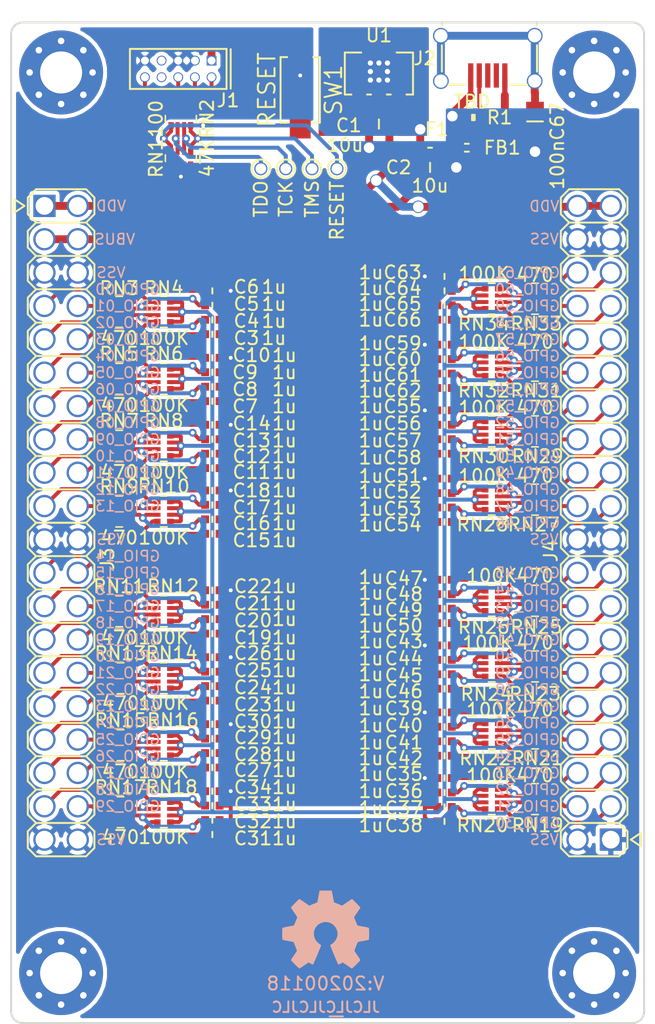
<source format=kicad_pcb>
(kicad_pcb (version 20171130) (host pcbnew 5.1.5-52549c5~84~ubuntu18.04.1)
  (layers (0 F.Cu signal) (31 B.Cu signal) (34 B.Paste user) (35 F.Paste user) (36 B.SilkS user) (37 F.SilkS user) (38 B.Mask user) (39 F.Mask user) (44 Edge.Cuts user))
  (net 0 "")
  (net 1 /VBUS)
  (net 2 "Net-(F1-Pad2)")
  (net 3 "Net-(FB1-Pad2)")
  (net 4 /VDD)
  (net 5 "Net-(C5-Pad1)")
  (net 6 "Net-(J1-Pad10)")
  (net 7 "Net-(J1-Pad6)")
  (net 8 "Net-(J1-Pad4)")
  (net 9 "Net-(J1-Pad2)")
  (net 10 /PIO0_3_MCU)
  (net 11 /PIO0_2_MCU)
  (net 12 /PIO0_5_MCU)
  (net 13 /SWO_TDO)
  (net 14 /VSS)
  (net 15 "Net-(C3-Pad1)")
  (net 16 "Net-(C4-Pad1)")
  (net 17 "Net-(C6-Pad1)")
  (net 18 /GPIO_03)
  (net 19 /GPIO_02)
  (net 20 /GPIO_01)
  (net 21 /GPIO_00)
  (net 22 /Stimulus)
  (net 23 "Net-(C7-Pad1)")
  (net 24 "Net-(C8-Pad1)")
  (net 25 "Net-(C9-Pad1)")
  (net 26 "Net-(C10-Pad1)")
  (net 27 "Net-(C11-Pad1)")
  (net 28 "Net-(C12-Pad1)")
  (net 29 "Net-(C13-Pad1)")
  (net 30 "Net-(C14-Pad1)")
  (net 31 /GPIO_11)
  (net 32 /GPIO_10)
  (net 33 /GPIO_09)
  (net 34 /GPIO_08)
  (net 35 /GPIO_07)
  (net 36 /GPIO_06)
  (net 37 /GPIO_05)
  (net 38 /GPIO_04)
  (net 39 "Net-(C15-Pad1)")
  (net 40 "Net-(C16-Pad1)")
  (net 41 "Net-(C17-Pad1)")
  (net 42 "Net-(C18-Pad1)")
  (net 43 "Net-(C19-Pad1)")
  (net 44 "Net-(C20-Pad1)")
  (net 45 "Net-(C21-Pad1)")
  (net 46 "Net-(C22-Pad1)")
  (net 47 "Net-(C23-Pad1)")
  (net 48 "Net-(C24-Pad1)")
  (net 49 "Net-(C25-Pad1)")
  (net 50 "Net-(C26-Pad1)")
  (net 51 "Net-(C27-Pad1)")
  (net 52 "Net-(C28-Pad1)")
  (net 53 "Net-(C29-Pad1)")
  (net 54 "Net-(C30-Pad1)")
  (net 55 "Net-(C31-Pad1)")
  (net 56 "Net-(C32-Pad1)")
  (net 57 "Net-(C33-Pad1)")
  (net 58 "Net-(C34-Pad1)")
  (net 59 "Net-(C35-Pad1)")
  (net 60 "Net-(C36-Pad1)")
  (net 61 "Net-(C37-Pad1)")
  (net 62 "Net-(C38-Pad1)")
  (net 63 "Net-(C39-Pad1)")
  (net 64 "Net-(C40-Pad1)")
  (net 65 "Net-(C41-Pad1)")
  (net 66 "Net-(C42-Pad1)")
  (net 67 "Net-(C43-Pad1)")
  (net 68 "Net-(C44-Pad1)")
  (net 69 "Net-(C45-Pad1)")
  (net 70 "Net-(C46-Pad1)")
  (net 71 "Net-(C47-Pad1)")
  (net 72 "Net-(C48-Pad1)")
  (net 73 "Net-(C49-Pad1)")
  (net 74 "Net-(C50-Pad1)")
  (net 75 "Net-(C51-Pad1)")
  (net 76 "Net-(C52-Pad1)")
  (net 77 "Net-(C53-Pad1)")
  (net 78 "Net-(C54-Pad1)")
  (net 79 "Net-(C55-Pad1)")
  (net 80 "Net-(C56-Pad1)")
  (net 81 "Net-(C57-Pad1)")
  (net 82 "Net-(C58-Pad1)")
  (net 83 "Net-(C59-Pad1)")
  (net 84 "Net-(C60-Pad1)")
  (net 85 "Net-(C61-Pad1)")
  (net 86 "Net-(C62-Pad1)")
  (net 87 "Net-(C63-Pad1)")
  (net 88 "Net-(C64-Pad1)")
  (net 89 "Net-(C65-Pad1)")
  (net 90 "Net-(C66-Pad1)")
  (net 91 /GPIO_28)
  (net 92 /GPIO_20)
  (net 93 /GPIO_23)
  (net 94 /GPIO_27)
  (net 95 /GPIO_29)
  (net 96 /GPIO_16)
  (net 97 /GPIO_21)
  (net 98 /GPIO_19)
  (net 99 /GPIO_17)
  (net 100 /GPIO_18)
  (net 101 /GPIO_15)
  (net 102 /GPIO_14)
  (net 103 /GPIO_22)
  (net 104 /GPIO_24)
  (net 105 /GPIO_25)
  (net 106 /GPIO_26)
  (net 107 /GPIO_13)
  (net 108 /GPIO_12)
  (net 109 /GPIO_46)
  (net 110 /GPIO_47)
  (net 111 /GPIO_48)
  (net 112 /GPIO_49)
  (net 113 /GPIO_50)
  (net 114 /GPIO_51)
  (net 115 /GPIO_52)
  (net 116 /GPIO_53)
  (net 117 /GPIO_54)
  (net 118 /GPIO_55)
  (net 119 /GPIO_56)
  (net 120 /GPIO_57)
  (net 121 /GPIO_58)
  (net 122 /GPIO_59)
  (net 123 /GPIO_60)
  (net 124 /GPIO_61)
  (net 125 /GPIO_42)
  (net 126 /GPIO_43)
  (net 127 /GPIO_44)
  (net 128 /GPIO_45)
  (net 129 /GPIO_33)
  (net 130 /GPIO_34)
  (net 131 /GPIO_35)
  (net 132 /GPIO_36)
  (net 133 /GPIO_37)
  (net 134 /GPIO_38)
  (net 135 /GPIO_39)
  (net 136 /GPIO_40)
  (net 137 /GPIO_41)
  (net 138 /GPIO_30)
  (net 139 /GPIO_31)
  (net 140 /GPIO_32)
  (net 141 "Net-(C67-Pad1)")
  (net 142 "Net-(J2-Pad4)")
  (module SquantorUsb:USB-muB-SMD_TH (layer F.Cu) (at 97.3 63.7 180)
    (fp_text reference J2 (at 4.8 0) (layer F.SilkS))
    (fp_text value USB-ID)
    (pad S thru_hole circle (at 3.575 1.725 180) (size 1.2 1.2) (drill 1) (layers *.Cu *.Mask) (net 141 "Net-(C67-Pad1)"))
    (pad "" np_thru_hole circle (at 2 -0.575 180) (size 0.8 0.8) (drill 0.8) (layers *.Cu))
    (pad 1 smd rect (at -1.3 -1.3 180) (size 0.4 1.85) (layers F.Cu F.Paste F.Mask) (net 3 "Net-(FB1-Pad2)"))
    (pad 2 smd rect (at -0.65 -1.3 180) (size 0.4 1.85) (layers F.Cu F.Paste F.Mask))
    (pad 3 smd rect (at 0 -1.3 180) (size 0.4 1.85) (layers F.Cu F.Paste F.Mask))
    (pad 4 smd rect (at 0.65 -1.3 180) (size 0.4 1.85) (layers F.Cu F.Paste F.Mask) (net 142 "Net-(J2-Pad4)"))
    (pad 5 smd rect (at 1.3 -1.3 180) (size 0.4 1.85) (layers F.Cu F.Paste F.Mask) (net 14 /VSS))
    (pad "" np_thru_hole circle (at -2 -0.575 180) (size 0.8 0.8) (drill 0.8) (layers *.Cu))
    (pad S thru_hole circle (at -3.575 1.725 180) (size 1.2 1.2) (drill 1) (layers *.Cu *.Mask) (net 141 "Net-(C67-Pad1)"))
    (pad S thru_hole circle (at 3.575 -1.725 180) (size 1.2 1.2) (drill 1) (layers *.Cu *.Mask) (net 141 "Net-(C67-Pad1)"))
    (pad S thru_hole circle (at -3.575 -1.725 180) (size 1.2 1.2) (drill 1) (layers *.Cu *.Mask) (net 141 "Net-(C67-Pad1)"))
  )
  (module SquantorRcl:R_0402_hand (layer F.Cu) (at 96.2 68.2)
    (fp_text reference R1 (at 2 0) (layer F.SilkS))
    (fp_text value TBD (at -0.1 -1.2) (layer F.SilkS))
    (pad 2 smd rect (at 0.55 0) (size 0.6 0.6) (layers F.Cu F.Paste F.Mask) (net 142 "Net-(J2-Pad4)"))
    (pad 1 smd rect (at -0.55 0) (size 0.6 0.6) (layers F.Cu F.Paste F.Mask) (net 14 /VSS))
  )
  (module SquantorRcl:C_0805 (layer F.Cu) (at 100.9 68.5 270)
    (fp_text reference C67 (at 0 -1.7 90) (layer F.SilkS))
    (fp_text value 100n (at 3.3 -1.7 90) (layer F.SilkS))
    (pad 2 smd rect (at 1 0 270) (size 1 1.35) (layers F.Cu F.Paste F.Mask) (net 14 /VSS))
    (pad 1 smd rect (at -1 0 270) (size 1 1.35) (layers F.Cu F.Paste F.Mask) (net 141 "Net-(C67-Pad1)"))
  )
  (module SquantorTestPoints:TestPoint_Hole_D0.8mm (layer F.Cu) (at 85.8 72.1 270)
    (fp_text reference TP4 hide)
    (fp_text value RESET (at 3.2 0 90) (layer F.SilkS))
    (pad 1 thru_hole circle (at 0 0 270) (size 1 1) (drill 0.8) (layers *.Cu *.Mask) (net 12 /PIO0_5_MCU))
  )
  (module SquantorTestPoints:TestPoint_Hole_D0.8mm (layer F.Cu) (at 80 72.1 270)
    (fp_text reference TP3 hide)
    (fp_text value TDO (at 2.3 0 90) (layer F.SilkS))
    (pad 1 thru_hole circle (at 0 0 270) (size 1 1) (drill 0.8) (layers *.Cu *.Mask) (net 13 /SWO_TDO))
  )
  (module SquantorTestPoints:TestPoint_Hole_D0.8mm (layer F.Cu) (at 81.9 72.1 270)
    (fp_text reference TP2 hide)
    (fp_text value TCK (at 2.3 0 90) (layer F.SilkS))
    (pad 1 thru_hole circle (at 0 0 270) (size 1 1) (drill 0.8) (layers *.Cu *.Mask) (net 10 /PIO0_3_MCU))
  )
  (module SquantorTestPoints:TestPoint_Hole_D0.8mm (layer F.Cu) (at 83.9 72.1 270)
    (fp_text reference TP1 hide)
    (fp_text value TMS (at 2.3 0 90) (layer F.SilkS))
    (pad 1 thru_hole circle (at 0 0 270) (size 1 1) (drill 0.8) (layers *.Cu *.Mask) (net 11 /PIO0_2_MCU))
  )
  (module Resistor_SMD:R_Array_Convex_4x0402 (layer F.Cu) (at 97.6 82 180)
    (fp_text reference RN34 (at 0.6 -1.9) (layer F.SilkS))
    (fp_text value 100K (at 0.6 1.9) (layer F.SilkS))
    (pad 5 smd rect (at 0.5 0.75 180) (size 0.5 0.4) (layers F.Cu F.Paste F.Mask) (net 22 /Stimulus))
    (pad 6 smd rect (at 0.5 0.25 180) (size 0.5 0.3) (layers F.Cu F.Paste F.Mask) (net 22 /Stimulus))
    (pad 8 smd rect (at 0.5 -0.75 180) (size 0.5 0.4) (layers F.Cu F.Paste F.Mask) (net 22 /Stimulus))
    (pad 7 smd rect (at 0.5 -0.25 180) (size 0.5 0.3) (layers F.Cu F.Paste F.Mask) (net 22 /Stimulus))
    (pad 4 smd rect (at -0.5 0.75 180) (size 0.5 0.4) (layers F.Cu F.Paste F.Mask) (net 87 "Net-(C63-Pad1)"))
    (pad 2 smd rect (at -0.5 -0.25 180) (size 0.5 0.3) (layers F.Cu F.Paste F.Mask) (net 89 "Net-(C65-Pad1)"))
    (pad 3 smd rect (at -0.5 0.25 180) (size 0.5 0.3) (layers F.Cu F.Paste F.Mask) (net 88 "Net-(C64-Pad1)"))
    (pad 1 smd rect (at -0.5 -0.75 180) (size 0.5 0.4) (layers F.Cu F.Paste F.Mask) (net 90 "Net-(C66-Pad1)"))
  )
  (module Resistor_SMD:R_Array_Convex_4x0402 (layer F.Cu) (at 100.9 82 180)
    (fp_text reference RN33 (at -0.1 -1.9) (layer F.SilkS))
    (fp_text value 470 (at 0 1.8) (layer F.SilkS))
    (pad 5 smd rect (at 0.5 0.75 180) (size 0.5 0.4) (layers F.Cu F.Paste F.Mask) (net 87 "Net-(C63-Pad1)"))
    (pad 6 smd rect (at 0.5 0.25 180) (size 0.5 0.3) (layers F.Cu F.Paste F.Mask) (net 88 "Net-(C64-Pad1)"))
    (pad 8 smd rect (at 0.5 -0.75 180) (size 0.5 0.4) (layers F.Cu F.Paste F.Mask) (net 90 "Net-(C66-Pad1)"))
    (pad 7 smd rect (at 0.5 -0.25 180) (size 0.5 0.3) (layers F.Cu F.Paste F.Mask) (net 89 "Net-(C65-Pad1)"))
    (pad 4 smd rect (at -0.5 0.75 180) (size 0.5 0.4) (layers F.Cu F.Paste F.Mask) (net 124 /GPIO_61))
    (pad 2 smd rect (at -0.5 -0.25 180) (size 0.5 0.3) (layers F.Cu F.Paste F.Mask) (net 122 /GPIO_59))
    (pad 3 smd rect (at -0.5 0.25 180) (size 0.5 0.3) (layers F.Cu F.Paste F.Mask) (net 123 /GPIO_60))
    (pad 1 smd rect (at -0.5 -0.75 180) (size 0.5 0.4) (layers F.Cu F.Paste F.Mask) (net 121 /GPIO_58))
  )
  (module Resistor_SMD:R_Array_Convex_4x0402 (layer F.Cu) (at 97.6 87.1 180)
    (fp_text reference RN32 (at 0.6 -1.9) (layer F.SilkS))
    (fp_text value 100K (at 0.6 1.8) (layer F.SilkS))
    (pad 5 smd rect (at 0.5 0.75 180) (size 0.5 0.4) (layers F.Cu F.Paste F.Mask) (net 22 /Stimulus))
    (pad 6 smd rect (at 0.5 0.25 180) (size 0.5 0.3) (layers F.Cu F.Paste F.Mask) (net 22 /Stimulus))
    (pad 8 smd rect (at 0.5 -0.75 180) (size 0.5 0.4) (layers F.Cu F.Paste F.Mask) (net 22 /Stimulus))
    (pad 7 smd rect (at 0.5 -0.25 180) (size 0.5 0.3) (layers F.Cu F.Paste F.Mask) (net 22 /Stimulus))
    (pad 4 smd rect (at -0.5 0.75 180) (size 0.5 0.4) (layers F.Cu F.Paste F.Mask) (net 83 "Net-(C59-Pad1)"))
    (pad 2 smd rect (at -0.5 -0.25 180) (size 0.5 0.3) (layers F.Cu F.Paste F.Mask) (net 85 "Net-(C61-Pad1)"))
    (pad 3 smd rect (at -0.5 0.25 180) (size 0.5 0.3) (layers F.Cu F.Paste F.Mask) (net 84 "Net-(C60-Pad1)"))
    (pad 1 smd rect (at -0.5 -0.75 180) (size 0.5 0.4) (layers F.Cu F.Paste F.Mask) (net 86 "Net-(C62-Pad1)"))
  )
  (module Resistor_SMD:R_Array_Convex_4x0402 (layer F.Cu) (at 100.9 87.1 180)
    (fp_text reference RN31 (at -0.1 -1.9) (layer F.SilkS))
    (fp_text value 470 (at 0 1.8) (layer F.SilkS))
    (pad 5 smd rect (at 0.5 0.75 180) (size 0.5 0.4) (layers F.Cu F.Paste F.Mask) (net 83 "Net-(C59-Pad1)"))
    (pad 6 smd rect (at 0.5 0.25 180) (size 0.5 0.3) (layers F.Cu F.Paste F.Mask) (net 84 "Net-(C60-Pad1)"))
    (pad 8 smd rect (at 0.5 -0.75 180) (size 0.5 0.4) (layers F.Cu F.Paste F.Mask) (net 86 "Net-(C62-Pad1)"))
    (pad 7 smd rect (at 0.5 -0.25 180) (size 0.5 0.3) (layers F.Cu F.Paste F.Mask) (net 85 "Net-(C61-Pad1)"))
    (pad 4 smd rect (at -0.5 0.75 180) (size 0.5 0.4) (layers F.Cu F.Paste F.Mask) (net 120 /GPIO_57))
    (pad 2 smd rect (at -0.5 -0.25 180) (size 0.5 0.3) (layers F.Cu F.Paste F.Mask) (net 118 /GPIO_55))
    (pad 3 smd rect (at -0.5 0.25 180) (size 0.5 0.3) (layers F.Cu F.Paste F.Mask) (net 119 /GPIO_56))
    (pad 1 smd rect (at -0.5 -0.75 180) (size 0.5 0.4) (layers F.Cu F.Paste F.Mask) (net 117 /GPIO_54))
  )
  (module Resistor_SMD:R_Array_Convex_4x0402 (layer F.Cu) (at 97.6 92.1 180)
    (fp_text reference RN30 (at 0.6 -1.9) (layer F.SilkS))
    (fp_text value 100K (at 0.6 1.8) (layer F.SilkS))
    (pad 5 smd rect (at 0.5 0.75 180) (size 0.5 0.4) (layers F.Cu F.Paste F.Mask) (net 22 /Stimulus))
    (pad 6 smd rect (at 0.5 0.25 180) (size 0.5 0.3) (layers F.Cu F.Paste F.Mask) (net 22 /Stimulus))
    (pad 8 smd rect (at 0.5 -0.75 180) (size 0.5 0.4) (layers F.Cu F.Paste F.Mask) (net 22 /Stimulus))
    (pad 7 smd rect (at 0.5 -0.25 180) (size 0.5 0.3) (layers F.Cu F.Paste F.Mask) (net 22 /Stimulus))
    (pad 4 smd rect (at -0.5 0.75 180) (size 0.5 0.4) (layers F.Cu F.Paste F.Mask) (net 79 "Net-(C55-Pad1)"))
    (pad 2 smd rect (at -0.5 -0.25 180) (size 0.5 0.3) (layers F.Cu F.Paste F.Mask) (net 81 "Net-(C57-Pad1)"))
    (pad 3 smd rect (at -0.5 0.25 180) (size 0.5 0.3) (layers F.Cu F.Paste F.Mask) (net 80 "Net-(C56-Pad1)"))
    (pad 1 smd rect (at -0.5 -0.75 180) (size 0.5 0.4) (layers F.Cu F.Paste F.Mask) (net 82 "Net-(C58-Pad1)"))
  )
  (module Resistor_SMD:R_Array_Convex_4x0402 (layer F.Cu) (at 100.9 92.1 180)
    (fp_text reference RN29 (at -0.2 -1.9) (layer F.SilkS))
    (fp_text value 470 (at 0 1.8) (layer F.SilkS))
    (pad 5 smd rect (at 0.5 0.75 180) (size 0.5 0.4) (layers F.Cu F.Paste F.Mask) (net 79 "Net-(C55-Pad1)"))
    (pad 6 smd rect (at 0.5 0.25 180) (size 0.5 0.3) (layers F.Cu F.Paste F.Mask) (net 80 "Net-(C56-Pad1)"))
    (pad 8 smd rect (at 0.5 -0.75 180) (size 0.5 0.4) (layers F.Cu F.Paste F.Mask) (net 82 "Net-(C58-Pad1)"))
    (pad 7 smd rect (at 0.5 -0.25 180) (size 0.5 0.3) (layers F.Cu F.Paste F.Mask) (net 81 "Net-(C57-Pad1)"))
    (pad 4 smd rect (at -0.5 0.75 180) (size 0.5 0.4) (layers F.Cu F.Paste F.Mask) (net 116 /GPIO_53))
    (pad 2 smd rect (at -0.5 -0.25 180) (size 0.5 0.3) (layers F.Cu F.Paste F.Mask) (net 114 /GPIO_51))
    (pad 3 smd rect (at -0.5 0.25 180) (size 0.5 0.3) (layers F.Cu F.Paste F.Mask) (net 115 /GPIO_52))
    (pad 1 smd rect (at -0.5 -0.75 180) (size 0.5 0.4) (layers F.Cu F.Paste F.Mask) (net 113 /GPIO_50))
  )
  (module Resistor_SMD:R_Array_Convex_4x0402 (layer F.Cu) (at 97.6 97.3 180)
    (fp_text reference RN28 (at 0.7 -1.9) (layer F.SilkS))
    (fp_text value 100K (at 0.6 1.8) (layer F.SilkS))
    (pad 5 smd rect (at 0.5 0.75 180) (size 0.5 0.4) (layers F.Cu F.Paste F.Mask) (net 22 /Stimulus))
    (pad 6 smd rect (at 0.5 0.25 180) (size 0.5 0.3) (layers F.Cu F.Paste F.Mask) (net 22 /Stimulus))
    (pad 8 smd rect (at 0.5 -0.75 180) (size 0.5 0.4) (layers F.Cu F.Paste F.Mask) (net 22 /Stimulus))
    (pad 7 smd rect (at 0.5 -0.25 180) (size 0.5 0.3) (layers F.Cu F.Paste F.Mask) (net 22 /Stimulus))
    (pad 4 smd rect (at -0.5 0.75 180) (size 0.5 0.4) (layers F.Cu F.Paste F.Mask) (net 75 "Net-(C51-Pad1)"))
    (pad 2 smd rect (at -0.5 -0.25 180) (size 0.5 0.3) (layers F.Cu F.Paste F.Mask) (net 77 "Net-(C53-Pad1)"))
    (pad 3 smd rect (at -0.5 0.25 180) (size 0.5 0.3) (layers F.Cu F.Paste F.Mask) (net 76 "Net-(C52-Pad1)"))
    (pad 1 smd rect (at -0.5 -0.75 180) (size 0.5 0.4) (layers F.Cu F.Paste F.Mask) (net 78 "Net-(C54-Pad1)"))
  )
  (module Resistor_SMD:R_Array_Convex_4x0402 (layer F.Cu) (at 100.9 97.3 180)
    (fp_text reference RN27 (at 0.1 -1.9) (layer F.SilkS))
    (fp_text value 470 (at 0 1.8) (layer F.SilkS))
    (pad 5 smd rect (at 0.5 0.75 180) (size 0.5 0.4) (layers F.Cu F.Paste F.Mask) (net 75 "Net-(C51-Pad1)"))
    (pad 6 smd rect (at 0.5 0.25 180) (size 0.5 0.3) (layers F.Cu F.Paste F.Mask) (net 76 "Net-(C52-Pad1)"))
    (pad 8 smd rect (at 0.5 -0.75 180) (size 0.5 0.4) (layers F.Cu F.Paste F.Mask) (net 78 "Net-(C54-Pad1)"))
    (pad 7 smd rect (at 0.5 -0.25 180) (size 0.5 0.3) (layers F.Cu F.Paste F.Mask) (net 77 "Net-(C53-Pad1)"))
    (pad 4 smd rect (at -0.5 0.75 180) (size 0.5 0.4) (layers F.Cu F.Paste F.Mask) (net 112 /GPIO_49))
    (pad 2 smd rect (at -0.5 -0.25 180) (size 0.5 0.3) (layers F.Cu F.Paste F.Mask) (net 110 /GPIO_47))
    (pad 3 smd rect (at -0.5 0.25 180) (size 0.5 0.3) (layers F.Cu F.Paste F.Mask) (net 111 /GPIO_48))
    (pad 1 smd rect (at -0.5 -0.75 180) (size 0.5 0.4) (layers F.Cu F.Paste F.Mask) (net 109 /GPIO_46))
  )
  (module Resistor_SMD:R_Array_Convex_4x0402 (layer F.Cu) (at 97.6 105 180)
    (fp_text reference RN26 (at 0.6 -2) (layer F.SilkS))
    (fp_text value 100K (at 0 1.9) (layer F.SilkS))
    (pad 5 smd rect (at 0.5 0.75 180) (size 0.5 0.4) (layers F.Cu F.Paste F.Mask) (net 22 /Stimulus))
    (pad 6 smd rect (at 0.5 0.25 180) (size 0.5 0.3) (layers F.Cu F.Paste F.Mask) (net 22 /Stimulus))
    (pad 8 smd rect (at 0.5 -0.75 180) (size 0.5 0.4) (layers F.Cu F.Paste F.Mask) (net 22 /Stimulus))
    (pad 7 smd rect (at 0.5 -0.25 180) (size 0.5 0.3) (layers F.Cu F.Paste F.Mask) (net 22 /Stimulus))
    (pad 4 smd rect (at -0.5 0.75 180) (size 0.5 0.4) (layers F.Cu F.Paste F.Mask) (net 71 "Net-(C47-Pad1)"))
    (pad 2 smd rect (at -0.5 -0.25 180) (size 0.5 0.3) (layers F.Cu F.Paste F.Mask) (net 73 "Net-(C49-Pad1)"))
    (pad 3 smd rect (at -0.5 0.25 180) (size 0.5 0.3) (layers F.Cu F.Paste F.Mask) (net 72 "Net-(C48-Pad1)"))
    (pad 1 smd rect (at -0.5 -0.75 180) (size 0.5 0.4) (layers F.Cu F.Paste F.Mask) (net 74 "Net-(C50-Pad1)"))
  )
  (module Resistor_SMD:R_Array_Convex_4x0402 (layer F.Cu) (at 100.9 105 180)
    (fp_text reference RN25 (at -0.1 -2) (layer F.SilkS))
    (fp_text value 470 (at 0 1.9) (layer F.SilkS))
    (pad 5 smd rect (at 0.5 0.75 180) (size 0.5 0.4) (layers F.Cu F.Paste F.Mask) (net 71 "Net-(C47-Pad1)"))
    (pad 6 smd rect (at 0.5 0.25 180) (size 0.5 0.3) (layers F.Cu F.Paste F.Mask) (net 72 "Net-(C48-Pad1)"))
    (pad 8 smd rect (at 0.5 -0.75 180) (size 0.5 0.4) (layers F.Cu F.Paste F.Mask) (net 74 "Net-(C50-Pad1)"))
    (pad 7 smd rect (at 0.5 -0.25 180) (size 0.5 0.3) (layers F.Cu F.Paste F.Mask) (net 73 "Net-(C49-Pad1)"))
    (pad 4 smd rect (at -0.5 0.75 180) (size 0.5 0.4) (layers F.Cu F.Paste F.Mask) (net 128 /GPIO_45))
    (pad 2 smd rect (at -0.5 -0.25 180) (size 0.5 0.3) (layers F.Cu F.Paste F.Mask) (net 126 /GPIO_43))
    (pad 3 smd rect (at -0.5 0.25 180) (size 0.5 0.3) (layers F.Cu F.Paste F.Mask) (net 127 /GPIO_44))
    (pad 1 smd rect (at -0.5 -0.75 180) (size 0.5 0.4) (layers F.Cu F.Paste F.Mask) (net 125 /GPIO_42))
  )
  (module Resistor_SMD:R_Array_Convex_4x0402 (layer F.Cu) (at 97.6 110 180)
    (fp_text reference RN24 (at 0.4 -2.1) (layer F.SilkS))
    (fp_text value 100K (at 0.3 1.8) (layer F.SilkS))
    (pad 5 smd rect (at 0.5 0.75 180) (size 0.5 0.4) (layers F.Cu F.Paste F.Mask) (net 22 /Stimulus))
    (pad 6 smd rect (at 0.5 0.25 180) (size 0.5 0.3) (layers F.Cu F.Paste F.Mask) (net 22 /Stimulus))
    (pad 8 smd rect (at 0.5 -0.75 180) (size 0.5 0.4) (layers F.Cu F.Paste F.Mask) (net 22 /Stimulus))
    (pad 7 smd rect (at 0.5 -0.25 180) (size 0.5 0.3) (layers F.Cu F.Paste F.Mask) (net 22 /Stimulus))
    (pad 4 smd rect (at -0.5 0.75 180) (size 0.5 0.4) (layers F.Cu F.Paste F.Mask) (net 67 "Net-(C43-Pad1)"))
    (pad 2 smd rect (at -0.5 -0.25 180) (size 0.5 0.3) (layers F.Cu F.Paste F.Mask) (net 69 "Net-(C45-Pad1)"))
    (pad 3 smd rect (at -0.5 0.25 180) (size 0.5 0.3) (layers F.Cu F.Paste F.Mask) (net 68 "Net-(C44-Pad1)"))
    (pad 1 smd rect (at -0.5 -0.75 180) (size 0.5 0.4) (layers F.Cu F.Paste F.Mask) (net 70 "Net-(C46-Pad1)"))
  )
  (module Resistor_SMD:R_Array_Convex_4x0402 (layer F.Cu) (at 100.9 110 180)
    (fp_text reference RN23 (at 0 -2.1) (layer F.SilkS))
    (fp_text value 470 (at 0 1.8) (layer F.SilkS))
    (pad 5 smd rect (at 0.5 0.75 180) (size 0.5 0.4) (layers F.Cu F.Paste F.Mask) (net 67 "Net-(C43-Pad1)"))
    (pad 6 smd rect (at 0.5 0.25 180) (size 0.5 0.3) (layers F.Cu F.Paste F.Mask) (net 68 "Net-(C44-Pad1)"))
    (pad 8 smd rect (at 0.5 -0.75 180) (size 0.5 0.4) (layers F.Cu F.Paste F.Mask) (net 70 "Net-(C46-Pad1)"))
    (pad 7 smd rect (at 0.5 -0.25 180) (size 0.5 0.3) (layers F.Cu F.Paste F.Mask) (net 69 "Net-(C45-Pad1)"))
    (pad 4 smd rect (at -0.5 0.75 180) (size 0.5 0.4) (layers F.Cu F.Paste F.Mask) (net 137 /GPIO_41))
    (pad 2 smd rect (at -0.5 -0.25 180) (size 0.5 0.3) (layers F.Cu F.Paste F.Mask) (net 135 /GPIO_39))
    (pad 3 smd rect (at -0.5 0.25 180) (size 0.5 0.3) (layers F.Cu F.Paste F.Mask) (net 136 /GPIO_40))
    (pad 1 smd rect (at -0.5 -0.75 180) (size 0.5 0.4) (layers F.Cu F.Paste F.Mask) (net 134 /GPIO_38))
  )
  (module Resistor_SMD:R_Array_Convex_4x0402 (layer F.Cu) (at 97.6 115.1 180)
    (fp_text reference RN22 (at 0.5 -1.9) (layer F.SilkS))
    (fp_text value 100K (at 0 1.8) (layer F.SilkS))
    (pad 5 smd rect (at 0.5 0.75 180) (size 0.5 0.4) (layers F.Cu F.Paste F.Mask) (net 22 /Stimulus))
    (pad 6 smd rect (at 0.5 0.25 180) (size 0.5 0.3) (layers F.Cu F.Paste F.Mask) (net 22 /Stimulus))
    (pad 8 smd rect (at 0.5 -0.75 180) (size 0.5 0.4) (layers F.Cu F.Paste F.Mask) (net 22 /Stimulus))
    (pad 7 smd rect (at 0.5 -0.25 180) (size 0.5 0.3) (layers F.Cu F.Paste F.Mask) (net 22 /Stimulus))
    (pad 4 smd rect (at -0.5 0.75 180) (size 0.5 0.4) (layers F.Cu F.Paste F.Mask) (net 63 "Net-(C39-Pad1)"))
    (pad 2 smd rect (at -0.5 -0.25 180) (size 0.5 0.3) (layers F.Cu F.Paste F.Mask) (net 65 "Net-(C41-Pad1)"))
    (pad 3 smd rect (at -0.5 0.25 180) (size 0.5 0.3) (layers F.Cu F.Paste F.Mask) (net 64 "Net-(C40-Pad1)"))
    (pad 1 smd rect (at -0.5 -0.75 180) (size 0.5 0.4) (layers F.Cu F.Paste F.Mask) (net 66 "Net-(C42-Pad1)"))
  )
  (module Resistor_SMD:R_Array_Convex_4x0402 (layer F.Cu) (at 100.9 115.1 180)
    (fp_text reference RN21 (at -0.2 -1.9) (layer F.SilkS))
    (fp_text value 470 (at 0 1.8) (layer F.SilkS))
    (pad 5 smd rect (at 0.5 0.75 180) (size 0.5 0.4) (layers F.Cu F.Paste F.Mask) (net 63 "Net-(C39-Pad1)"))
    (pad 6 smd rect (at 0.5 0.25 180) (size 0.5 0.3) (layers F.Cu F.Paste F.Mask) (net 64 "Net-(C40-Pad1)"))
    (pad 8 smd rect (at 0.5 -0.75 180) (size 0.5 0.4) (layers F.Cu F.Paste F.Mask) (net 66 "Net-(C42-Pad1)"))
    (pad 7 smd rect (at 0.5 -0.25 180) (size 0.5 0.3) (layers F.Cu F.Paste F.Mask) (net 65 "Net-(C41-Pad1)"))
    (pad 4 smd rect (at -0.5 0.75 180) (size 0.5 0.4) (layers F.Cu F.Paste F.Mask) (net 133 /GPIO_37))
    (pad 2 smd rect (at -0.5 -0.25 180) (size 0.5 0.3) (layers F.Cu F.Paste F.Mask) (net 131 /GPIO_35))
    (pad 3 smd rect (at -0.5 0.25 180) (size 0.5 0.3) (layers F.Cu F.Paste F.Mask) (net 132 /GPIO_36))
    (pad 1 smd rect (at -0.5 -0.75 180) (size 0.5 0.4) (layers F.Cu F.Paste F.Mask) (net 130 /GPIO_34))
  )
  (module Resistor_SMD:R_Array_Convex_4x0402 (layer F.Cu) (at 97.6 120.1 180)
    (fp_text reference RN20 (at 0.7 -2) (layer F.SilkS))
    (fp_text value 100K (at 0 1.8) (layer F.SilkS))
    (pad 5 smd rect (at 0.5 0.75 180) (size 0.5 0.4) (layers F.Cu F.Paste F.Mask) (net 22 /Stimulus))
    (pad 6 smd rect (at 0.5 0.25 180) (size 0.5 0.3) (layers F.Cu F.Paste F.Mask) (net 22 /Stimulus))
    (pad 8 smd rect (at 0.5 -0.75 180) (size 0.5 0.4) (layers F.Cu F.Paste F.Mask) (net 22 /Stimulus))
    (pad 7 smd rect (at 0.5 -0.25 180) (size 0.5 0.3) (layers F.Cu F.Paste F.Mask) (net 22 /Stimulus))
    (pad 4 smd rect (at -0.5 0.75 180) (size 0.5 0.4) (layers F.Cu F.Paste F.Mask) (net 59 "Net-(C35-Pad1)"))
    (pad 2 smd rect (at -0.5 -0.25 180) (size 0.5 0.3) (layers F.Cu F.Paste F.Mask) (net 61 "Net-(C37-Pad1)"))
    (pad 3 smd rect (at -0.5 0.25 180) (size 0.5 0.3) (layers F.Cu F.Paste F.Mask) (net 60 "Net-(C36-Pad1)"))
    (pad 1 smd rect (at -0.5 -0.75 180) (size 0.5 0.4) (layers F.Cu F.Paste F.Mask) (net 62 "Net-(C38-Pad1)"))
  )
  (module Resistor_SMD:R_Array_Convex_4x0402 (layer F.Cu) (at 100.9 120.1 180)
    (fp_text reference RN19 (at -0.2 -2) (layer F.SilkS))
    (fp_text value 470 (at 0 1.8) (layer F.SilkS))
    (pad 5 smd rect (at 0.5 0.75 180) (size 0.5 0.4) (layers F.Cu F.Paste F.Mask) (net 59 "Net-(C35-Pad1)"))
    (pad 6 smd rect (at 0.5 0.25 180) (size 0.5 0.3) (layers F.Cu F.Paste F.Mask) (net 60 "Net-(C36-Pad1)"))
    (pad 8 smd rect (at 0.5 -0.75 180) (size 0.5 0.4) (layers F.Cu F.Paste F.Mask) (net 62 "Net-(C38-Pad1)"))
    (pad 7 smd rect (at 0.5 -0.25 180) (size 0.5 0.3) (layers F.Cu F.Paste F.Mask) (net 61 "Net-(C37-Pad1)"))
    (pad 4 smd rect (at -0.5 0.75 180) (size 0.5 0.4) (layers F.Cu F.Paste F.Mask) (net 129 /GPIO_33))
    (pad 2 smd rect (at -0.5 -0.25 180) (size 0.5 0.3) (layers F.Cu F.Paste F.Mask) (net 139 /GPIO_31))
    (pad 3 smd rect (at -0.5 0.25 180) (size 0.5 0.3) (layers F.Cu F.Paste F.Mask) (net 140 /GPIO_32))
    (pad 1 smd rect (at -0.5 -0.75 180) (size 0.5 0.4) (layers F.Cu F.Paste F.Mask) (net 138 /GPIO_30))
  )
  (module Resistor_SMD:R_Array_Convex_4x0402 (layer F.Cu) (at 72.6 121.1)
    (fp_text reference RN18 (at 0.6 -1.9) (layer F.SilkS))
    (fp_text value 100K (at 0 1.9) (layer F.SilkS))
    (pad 5 smd rect (at 0.5 0.75) (size 0.5 0.4) (layers F.Cu F.Paste F.Mask) (net 22 /Stimulus))
    (pad 6 smd rect (at 0.5 0.25) (size 0.5 0.3) (layers F.Cu F.Paste F.Mask) (net 22 /Stimulus))
    (pad 8 smd rect (at 0.5 -0.75) (size 0.5 0.4) (layers F.Cu F.Paste F.Mask) (net 22 /Stimulus))
    (pad 7 smd rect (at 0.5 -0.25) (size 0.5 0.3) (layers F.Cu F.Paste F.Mask) (net 22 /Stimulus))
    (pad 4 smd rect (at -0.5 0.75) (size 0.5 0.4) (layers F.Cu F.Paste F.Mask) (net 55 "Net-(C31-Pad1)"))
    (pad 2 smd rect (at -0.5 -0.25) (size 0.5 0.3) (layers F.Cu F.Paste F.Mask) (net 57 "Net-(C33-Pad1)"))
    (pad 3 smd rect (at -0.5 0.25) (size 0.5 0.3) (layers F.Cu F.Paste F.Mask) (net 56 "Net-(C32-Pad1)"))
    (pad 1 smd rect (at -0.5 -0.75) (size 0.5 0.4) (layers F.Cu F.Paste F.Mask) (net 58 "Net-(C34-Pad1)"))
  )
  (module Resistor_SMD:R_Array_Convex_4x0402 (layer F.Cu) (at 69.3 121.1)
    (fp_text reference RN17 (at 0 -1.9) (layer F.SilkS))
    (fp_text value 470 (at 0 1.9) (layer F.SilkS))
    (pad 5 smd rect (at 0.5 0.75) (size 0.5 0.4) (layers F.Cu F.Paste F.Mask) (net 55 "Net-(C31-Pad1)"))
    (pad 6 smd rect (at 0.5 0.25) (size 0.5 0.3) (layers F.Cu F.Paste F.Mask) (net 56 "Net-(C32-Pad1)"))
    (pad 8 smd rect (at 0.5 -0.75) (size 0.5 0.4) (layers F.Cu F.Paste F.Mask) (net 58 "Net-(C34-Pad1)"))
    (pad 7 smd rect (at 0.5 -0.25) (size 0.5 0.3) (layers F.Cu F.Paste F.Mask) (net 57 "Net-(C33-Pad1)"))
    (pad 4 smd rect (at -0.5 0.75) (size 0.5 0.4) (layers F.Cu F.Paste F.Mask))
    (pad 2 smd rect (at -0.5 -0.25) (size 0.5 0.3) (layers F.Cu F.Paste F.Mask) (net 95 /GPIO_29))
    (pad 3 smd rect (at -0.5 0.25) (size 0.5 0.3) (layers F.Cu F.Paste F.Mask))
    (pad 1 smd rect (at -0.5 -0.75) (size 0.5 0.4) (layers F.Cu F.Paste F.Mask) (net 91 /GPIO_28))
  )
  (module Resistor_SMD:R_Array_Convex_4x0402 (layer F.Cu) (at 72.6 116)
    (fp_text reference RN16 (at 0.7 -1.9) (layer F.SilkS))
    (fp_text value 100K (at 0 2) (layer F.SilkS))
    (pad 5 smd rect (at 0.5 0.75) (size 0.5 0.4) (layers F.Cu F.Paste F.Mask) (net 22 /Stimulus))
    (pad 6 smd rect (at 0.5 0.25) (size 0.5 0.3) (layers F.Cu F.Paste F.Mask) (net 22 /Stimulus))
    (pad 8 smd rect (at 0.5 -0.75) (size 0.5 0.4) (layers F.Cu F.Paste F.Mask) (net 22 /Stimulus))
    (pad 7 smd rect (at 0.5 -0.25) (size 0.5 0.3) (layers F.Cu F.Paste F.Mask) (net 22 /Stimulus))
    (pad 4 smd rect (at -0.5 0.75) (size 0.5 0.4) (layers F.Cu F.Paste F.Mask) (net 51 "Net-(C27-Pad1)"))
    (pad 2 smd rect (at -0.5 -0.25) (size 0.5 0.3) (layers F.Cu F.Paste F.Mask) (net 53 "Net-(C29-Pad1)"))
    (pad 3 smd rect (at -0.5 0.25) (size 0.5 0.3) (layers F.Cu F.Paste F.Mask) (net 52 "Net-(C28-Pad1)"))
    (pad 1 smd rect (at -0.5 -0.75) (size 0.5 0.4) (layers F.Cu F.Paste F.Mask) (net 54 "Net-(C30-Pad1)"))
  )
  (module Resistor_SMD:R_Array_Convex_4x0402 (layer F.Cu) (at 69.3 116)
    (fp_text reference RN15 (at 0 -1.9) (layer F.SilkS))
    (fp_text value 470 (at 0 2) (layer F.SilkS))
    (pad 5 smd rect (at 0.5 0.75) (size 0.5 0.4) (layers F.Cu F.Paste F.Mask) (net 51 "Net-(C27-Pad1)"))
    (pad 6 smd rect (at 0.5 0.25) (size 0.5 0.3) (layers F.Cu F.Paste F.Mask) (net 52 "Net-(C28-Pad1)"))
    (pad 8 smd rect (at 0.5 -0.75) (size 0.5 0.4) (layers F.Cu F.Paste F.Mask) (net 54 "Net-(C30-Pad1)"))
    (pad 7 smd rect (at 0.5 -0.25) (size 0.5 0.3) (layers F.Cu F.Paste F.Mask) (net 53 "Net-(C29-Pad1)"))
    (pad 4 smd rect (at -0.5 0.75) (size 0.5 0.4) (layers F.Cu F.Paste F.Mask) (net 94 /GPIO_27))
    (pad 2 smd rect (at -0.5 -0.25) (size 0.5 0.3) (layers F.Cu F.Paste F.Mask) (net 105 /GPIO_25))
    (pad 3 smd rect (at -0.5 0.25) (size 0.5 0.3) (layers F.Cu F.Paste F.Mask) (net 106 /GPIO_26))
    (pad 1 smd rect (at -0.5 -0.75) (size 0.5 0.4) (layers F.Cu F.Paste F.Mask) (net 104 /GPIO_24))
  )
  (module Resistor_SMD:R_Array_Convex_4x0402 (layer F.Cu) (at 72.6 110.9)
    (fp_text reference RN14 (at 0.6 -1.9) (layer F.SilkS))
    (fp_text value 100K (at 0 1.9) (layer F.SilkS))
    (pad 5 smd rect (at 0.5 0.75) (size 0.5 0.4) (layers F.Cu F.Paste F.Mask) (net 22 /Stimulus))
    (pad 6 smd rect (at 0.5 0.25) (size 0.5 0.3) (layers F.Cu F.Paste F.Mask) (net 22 /Stimulus))
    (pad 8 smd rect (at 0.5 -0.75) (size 0.5 0.4) (layers F.Cu F.Paste F.Mask) (net 22 /Stimulus))
    (pad 7 smd rect (at 0.5 -0.25) (size 0.5 0.3) (layers F.Cu F.Paste F.Mask) (net 22 /Stimulus))
    (pad 4 smd rect (at -0.5 0.75) (size 0.5 0.4) (layers F.Cu F.Paste F.Mask) (net 47 "Net-(C23-Pad1)"))
    (pad 2 smd rect (at -0.5 -0.25) (size 0.5 0.3) (layers F.Cu F.Paste F.Mask) (net 49 "Net-(C25-Pad1)"))
    (pad 3 smd rect (at -0.5 0.25) (size 0.5 0.3) (layers F.Cu F.Paste F.Mask) (net 48 "Net-(C24-Pad1)"))
    (pad 1 smd rect (at -0.5 -0.75) (size 0.5 0.4) (layers F.Cu F.Paste F.Mask) (net 50 "Net-(C26-Pad1)"))
  )
  (module Resistor_SMD:R_Array_Convex_4x0402 (layer F.Cu) (at 69.3 110.9)
    (fp_text reference RN13 (at 0 -1.9) (layer F.SilkS))
    (fp_text value 470 (at 0 1.9) (layer F.SilkS))
    (pad 5 smd rect (at 0.5 0.75) (size 0.5 0.4) (layers F.Cu F.Paste F.Mask) (net 47 "Net-(C23-Pad1)"))
    (pad 6 smd rect (at 0.5 0.25) (size 0.5 0.3) (layers F.Cu F.Paste F.Mask) (net 48 "Net-(C24-Pad1)"))
    (pad 8 smd rect (at 0.5 -0.75) (size 0.5 0.4) (layers F.Cu F.Paste F.Mask) (net 50 "Net-(C26-Pad1)"))
    (pad 7 smd rect (at 0.5 -0.25) (size 0.5 0.3) (layers F.Cu F.Paste F.Mask) (net 49 "Net-(C25-Pad1)"))
    (pad 4 smd rect (at -0.5 0.75) (size 0.5 0.4) (layers F.Cu F.Paste F.Mask) (net 93 /GPIO_23))
    (pad 2 smd rect (at -0.5 -0.25) (size 0.5 0.3) (layers F.Cu F.Paste F.Mask) (net 97 /GPIO_21))
    (pad 3 smd rect (at -0.5 0.25) (size 0.5 0.3) (layers F.Cu F.Paste F.Mask) (net 103 /GPIO_22))
    (pad 1 smd rect (at -0.5 -0.75) (size 0.5 0.4) (layers F.Cu F.Paste F.Mask) (net 92 /GPIO_20))
  )
  (module Resistor_SMD:R_Array_Convex_4x0402 (layer F.Cu) (at 72.6 105.8)
    (fp_text reference RN12 (at 0.7 -1.9) (layer F.SilkS))
    (fp_text value 100K (at 0 2) (layer F.SilkS))
    (pad 5 smd rect (at 0.5 0.75) (size 0.5 0.4) (layers F.Cu F.Paste F.Mask) (net 22 /Stimulus))
    (pad 6 smd rect (at 0.5 0.25) (size 0.5 0.3) (layers F.Cu F.Paste F.Mask) (net 22 /Stimulus))
    (pad 8 smd rect (at 0.5 -0.75) (size 0.5 0.4) (layers F.Cu F.Paste F.Mask) (net 22 /Stimulus))
    (pad 7 smd rect (at 0.5 -0.25) (size 0.5 0.3) (layers F.Cu F.Paste F.Mask) (net 22 /Stimulus))
    (pad 4 smd rect (at -0.5 0.75) (size 0.5 0.4) (layers F.Cu F.Paste F.Mask) (net 43 "Net-(C19-Pad1)"))
    (pad 2 smd rect (at -0.5 -0.25) (size 0.5 0.3) (layers F.Cu F.Paste F.Mask) (net 45 "Net-(C21-Pad1)"))
    (pad 3 smd rect (at -0.5 0.25) (size 0.5 0.3) (layers F.Cu F.Paste F.Mask) (net 44 "Net-(C20-Pad1)"))
    (pad 1 smd rect (at -0.5 -0.75) (size 0.5 0.4) (layers F.Cu F.Paste F.Mask) (net 46 "Net-(C22-Pad1)"))
  )
  (module Resistor_SMD:R_Array_Convex_4x0402 (layer F.Cu) (at 69.2 105.8)
    (fp_text reference RN11 (at 0 -1.9) (layer F.SilkS))
    (fp_text value 470 (at 0 2) (layer F.SilkS))
    (pad 5 smd rect (at 0.5 0.75) (size 0.5 0.4) (layers F.Cu F.Paste F.Mask) (net 43 "Net-(C19-Pad1)"))
    (pad 6 smd rect (at 0.5 0.25) (size 0.5 0.3) (layers F.Cu F.Paste F.Mask) (net 44 "Net-(C20-Pad1)"))
    (pad 8 smd rect (at 0.5 -0.75) (size 0.5 0.4) (layers F.Cu F.Paste F.Mask) (net 46 "Net-(C22-Pad1)"))
    (pad 7 smd rect (at 0.5 -0.25) (size 0.5 0.3) (layers F.Cu F.Paste F.Mask) (net 45 "Net-(C21-Pad1)"))
    (pad 4 smd rect (at -0.5 0.75) (size 0.5 0.4) (layers F.Cu F.Paste F.Mask) (net 98 /GPIO_19))
    (pad 2 smd rect (at -0.5 -0.25) (size 0.5 0.3) (layers F.Cu F.Paste F.Mask) (net 99 /GPIO_17))
    (pad 3 smd rect (at -0.5 0.25) (size 0.5 0.3) (layers F.Cu F.Paste F.Mask) (net 100 /GPIO_18))
    (pad 1 smd rect (at -0.5 -0.75) (size 0.5 0.4) (layers F.Cu F.Paste F.Mask) (net 96 /GPIO_16))
  )
  (module Resistor_SMD:R_Array_Convex_4x0402 (layer F.Cu) (at 72.6 98.2)
    (fp_text reference RN10 (at 0 -1.9) (layer F.SilkS))
    (fp_text value 100K (at 0 2) (layer F.SilkS))
    (pad 5 smd rect (at 0.5 0.75) (size 0.5 0.4) (layers F.Cu F.Paste F.Mask) (net 22 /Stimulus))
    (pad 6 smd rect (at 0.5 0.25) (size 0.5 0.3) (layers F.Cu F.Paste F.Mask) (net 22 /Stimulus))
    (pad 8 smd rect (at 0.5 -0.75) (size 0.5 0.4) (layers F.Cu F.Paste F.Mask) (net 22 /Stimulus))
    (pad 7 smd rect (at 0.5 -0.25) (size 0.5 0.3) (layers F.Cu F.Paste F.Mask) (net 22 /Stimulus))
    (pad 4 smd rect (at -0.5 0.75) (size 0.5 0.4) (layers F.Cu F.Paste F.Mask) (net 39 "Net-(C15-Pad1)"))
    (pad 2 smd rect (at -0.5 -0.25) (size 0.5 0.3) (layers F.Cu F.Paste F.Mask) (net 41 "Net-(C17-Pad1)"))
    (pad 3 smd rect (at -0.5 0.25) (size 0.5 0.3) (layers F.Cu F.Paste F.Mask) (net 40 "Net-(C16-Pad1)"))
    (pad 1 smd rect (at -0.5 -0.75) (size 0.5 0.4) (layers F.Cu F.Paste F.Mask) (net 42 "Net-(C18-Pad1)"))
  )
  (module Resistor_SMD:R_Array_Convex_4x0402 (layer F.Cu) (at 69.2 98.2)
    (fp_text reference RN9 (at 0 -1.9) (layer F.SilkS))
    (fp_text value 470 (at 0 2) (layer F.SilkS))
    (pad 5 smd rect (at 0.5 0.75) (size 0.5 0.4) (layers F.Cu F.Paste F.Mask) (net 39 "Net-(C15-Pad1)"))
    (pad 6 smd rect (at 0.5 0.25) (size 0.5 0.3) (layers F.Cu F.Paste F.Mask) (net 40 "Net-(C16-Pad1)"))
    (pad 8 smd rect (at 0.5 -0.75) (size 0.5 0.4) (layers F.Cu F.Paste F.Mask) (net 42 "Net-(C18-Pad1)"))
    (pad 7 smd rect (at 0.5 -0.25) (size 0.5 0.3) (layers F.Cu F.Paste F.Mask) (net 41 "Net-(C17-Pad1)"))
    (pad 4 smd rect (at -0.5 0.75) (size 0.5 0.4) (layers F.Cu F.Paste F.Mask) (net 101 /GPIO_15))
    (pad 2 smd rect (at -0.5 -0.25) (size 0.5 0.3) (layers F.Cu F.Paste F.Mask) (net 107 /GPIO_13))
    (pad 3 smd rect (at -0.5 0.25) (size 0.5 0.3) (layers F.Cu F.Paste F.Mask) (net 102 /GPIO_14))
    (pad 1 smd rect (at -0.5 -0.75) (size 0.5 0.4) (layers F.Cu F.Paste F.Mask) (net 108 /GPIO_12))
  )
  (module SquantorRcl:C_0402 (layer F.Cu) (at 94 83.6 180)
    (fp_text reference C66 (at 3.2 0) (layer F.SilkS))
    (fp_text value 1u (at 5.6 0) (layer F.SilkS))
    (pad 2 smd rect (at 0.55 0 180) (size 0.6 0.6) (layers F.Cu F.Paste F.Mask) (net 14 /VSS))
    (pad 1 smd rect (at -0.55 0 180) (size 0.6 0.6) (layers F.Cu F.Paste F.Mask) (net 90 "Net-(C66-Pad1)"))
  )
  (module SquantorRcl:C_0402 (layer F.Cu) (at 94 82.5 180)
    (fp_text reference C65 (at 3.2 0.1) (layer F.SilkS))
    (fp_text value 1u (at 5.6 0.1) (layer F.SilkS))
    (pad 2 smd rect (at 0.55 0 180) (size 0.6 0.6) (layers F.Cu F.Paste F.Mask) (net 14 /VSS))
    (pad 1 smd rect (at -0.55 0 180) (size 0.6 0.6) (layers F.Cu F.Paste F.Mask) (net 89 "Net-(C65-Pad1)"))
  )
  (module SquantorRcl:C_0402 (layer F.Cu) (at 94 81.4 180)
    (fp_text reference C64 (at 3.2 0.2) (layer F.SilkS))
    (fp_text value 1u (at 5.6 0.2) (layer F.SilkS))
    (pad 2 smd rect (at 0.55 0 180) (size 0.6 0.6) (layers F.Cu F.Paste F.Mask) (net 14 /VSS))
    (pad 1 smd rect (at -0.55 0 180) (size 0.6 0.6) (layers F.Cu F.Paste F.Mask) (net 88 "Net-(C64-Pad1)"))
  )
  (module SquantorRcl:C_0402 (layer F.Cu) (at 94 80.3 180)
    (fp_text reference C63 (at 3.2 0.3) (layer F.SilkS))
    (fp_text value 1u (at 5.6 0.3) (layer F.SilkS))
    (pad 2 smd rect (at 0.55 0 180) (size 0.6 0.6) (layers F.Cu F.Paste F.Mask) (net 14 /VSS))
    (pad 1 smd rect (at -0.55 0 180) (size 0.6 0.6) (layers F.Cu F.Paste F.Mask) (net 87 "Net-(C63-Pad1)"))
  )
  (module SquantorRcl:C_0402 (layer F.Cu) (at 94 88.8 180)
    (fp_text reference C62 (at 3.2 -0.2) (layer F.SilkS))
    (fp_text value 1u (at 5.6 -0.2) (layer F.SilkS))
    (pad 2 smd rect (at 0.55 0 180) (size 0.6 0.6) (layers F.Cu F.Paste F.Mask) (net 14 /VSS))
    (pad 1 smd rect (at -0.55 0 180) (size 0.6 0.6) (layers F.Cu F.Paste F.Mask) (net 86 "Net-(C62-Pad1)"))
  )
  (module SquantorRcl:C_0402 (layer F.Cu) (at 94 87.7 180)
    (fp_text reference C61 (at 3.2 -0.1) (layer F.SilkS))
    (fp_text value 1u (at 5.6 -0.1) (layer F.SilkS))
    (pad 2 smd rect (at 0.55 0 180) (size 0.6 0.6) (layers F.Cu F.Paste F.Mask) (net 14 /VSS))
    (pad 1 smd rect (at -0.55 0 180) (size 0.6 0.6) (layers F.Cu F.Paste F.Mask) (net 85 "Net-(C61-Pad1)"))
  )
  (module SquantorRcl:C_0402 (layer F.Cu) (at 94 86.6 180)
    (fp_text reference C60 (at 3.2 0) (layer F.SilkS))
    (fp_text value 1u (at 5.6 0) (layer F.SilkS))
    (pad 2 smd rect (at 0.55 0 180) (size 0.6 0.6) (layers F.Cu F.Paste F.Mask) (net 14 /VSS))
    (pad 1 smd rect (at -0.55 0 180) (size 0.6 0.6) (layers F.Cu F.Paste F.Mask) (net 84 "Net-(C60-Pad1)"))
  )
  (module SquantorRcl:C_0402 (layer F.Cu) (at 94 85.5 180)
    (fp_text reference C59 (at 3.2 0.1) (layer F.SilkS))
    (fp_text value 1u (at 5.6 0.1) (layer F.SilkS))
    (pad 2 smd rect (at 0.55 0 180) (size 0.6 0.6) (layers F.Cu F.Paste F.Mask) (net 14 /VSS))
    (pad 1 smd rect (at -0.55 0 180) (size 0.6 0.6) (layers F.Cu F.Paste F.Mask) (net 83 "Net-(C59-Pad1)"))
  )
  (module SquantorRcl:C_0402 (layer F.Cu) (at 94 93.8 180)
    (fp_text reference C58 (at 3.2 -0.3) (layer F.SilkS))
    (fp_text value 1u (at 5.6 -0.3) (layer F.SilkS))
    (pad 2 smd rect (at 0.55 0 180) (size 0.6 0.6) (layers F.Cu F.Paste F.Mask) (net 14 /VSS))
    (pad 1 smd rect (at -0.55 0 180) (size 0.6 0.6) (layers F.Cu F.Paste F.Mask) (net 82 "Net-(C58-Pad1)"))
  )
  (module SquantorRcl:C_0402 (layer F.Cu) (at 94 92.7 180)
    (fp_text reference C57 (at 3.2 -0.1) (layer F.SilkS))
    (fp_text value 1u (at 5.6 -0.1) (layer F.SilkS))
    (pad 2 smd rect (at 0.55 0 180) (size 0.6 0.6) (layers F.Cu F.Paste F.Mask) (net 14 /VSS))
    (pad 1 smd rect (at -0.55 0 180) (size 0.6 0.6) (layers F.Cu F.Paste F.Mask) (net 81 "Net-(C57-Pad1)"))
  )
  (module SquantorRcl:C_0402 (layer F.Cu) (at 94 91.6 180)
    (fp_text reference C56 (at 3.2 0.1) (layer F.SilkS))
    (fp_text value 1u (at 5.6 0.1) (layer F.SilkS))
    (pad 2 smd rect (at 0.55 0 180) (size 0.6 0.6) (layers F.Cu F.Paste F.Mask) (net 14 /VSS))
    (pad 1 smd rect (at -0.55 0 180) (size 0.6 0.6) (layers F.Cu F.Paste F.Mask) (net 80 "Net-(C56-Pad1)"))
  )
  (module SquantorRcl:C_0402 (layer F.Cu) (at 94 90.5 180)
    (fp_text reference C55 (at 3.2 0.3) (layer F.SilkS))
    (fp_text value 1u (at 5.6 0.3) (layer F.SilkS))
    (pad 2 smd rect (at 0.55 0 180) (size 0.6 0.6) (layers F.Cu F.Paste F.Mask) (net 14 /VSS))
    (pad 1 smd rect (at -0.55 0 180) (size 0.6 0.6) (layers F.Cu F.Paste F.Mask) (net 79 "Net-(C55-Pad1)"))
  )
  (module SquantorRcl:C_0402 (layer F.Cu) (at 94 99 180)
    (fp_text reference C54 (at 3.2 -0.2) (layer F.SilkS))
    (fp_text value 1u (at 5.6 -0.2) (layer F.SilkS))
    (pad 2 smd rect (at 0.55 0 180) (size 0.6 0.6) (layers F.Cu F.Paste F.Mask) (net 14 /VSS))
    (pad 1 smd rect (at -0.55 0 180) (size 0.6 0.6) (layers F.Cu F.Paste F.Mask) (net 78 "Net-(C54-Pad1)"))
  )
  (module SquantorRcl:C_0402 (layer F.Cu) (at 94 97.9 180)
    (fp_text reference C53 (at 3.2 -0.1) (layer F.SilkS))
    (fp_text value 1u (at 5.6 -0.1) (layer F.SilkS))
    (pad 2 smd rect (at 0.55 0 180) (size 0.6 0.6) (layers F.Cu F.Paste F.Mask) (net 14 /VSS))
    (pad 1 smd rect (at -0.55 0 180) (size 0.6 0.6) (layers F.Cu F.Paste F.Mask) (net 77 "Net-(C53-Pad1)"))
  )
  (module SquantorRcl:C_0402 (layer F.Cu) (at 94 96.8 180)
    (fp_text reference C52 (at 3.2 0.1) (layer F.SilkS))
    (fp_text value 1u (at 5.6 0.1) (layer F.SilkS))
    (pad 2 smd rect (at 0.55 0 180) (size 0.6 0.6) (layers F.Cu F.Paste F.Mask) (net 14 /VSS))
    (pad 1 smd rect (at -0.55 0 180) (size 0.6 0.6) (layers F.Cu F.Paste F.Mask) (net 76 "Net-(C52-Pad1)"))
  )
  (module SquantorRcl:C_0402 (layer F.Cu) (at 94 95.7 180)
    (fp_text reference C51 (at 3.2 0.2) (layer F.SilkS))
    (fp_text value 1u (at 5.6 0.2) (layer F.SilkS))
    (pad 2 smd rect (at 0.55 0 180) (size 0.6 0.6) (layers F.Cu F.Paste F.Mask) (net 14 /VSS))
    (pad 1 smd rect (at -0.55 0 180) (size 0.6 0.6) (layers F.Cu F.Paste F.Mask) (net 75 "Net-(C51-Pad1)"))
  )
  (module SquantorRcl:C_0402 (layer F.Cu) (at 94 106.7 180)
    (fp_text reference C50 (at 3.1 -0.2) (layer F.SilkS))
    (fp_text value 1u (at 5.6 -0.2) (layer F.SilkS))
    (pad 2 smd rect (at 0.55 0 180) (size 0.6 0.6) (layers F.Cu F.Paste F.Mask) (net 14 /VSS))
    (pad 1 smd rect (at -0.55 0 180) (size 0.6 0.6) (layers F.Cu F.Paste F.Mask) (net 74 "Net-(C50-Pad1)"))
  )
  (module SquantorRcl:C_0402 (layer F.Cu) (at 94 105.6 180)
    (fp_text reference C49 (at 3.1 -0.1) (layer F.SilkS))
    (fp_text value 1u (at 5.6 0) (layer F.SilkS))
    (pad 2 smd rect (at 0.55 0 180) (size 0.6 0.6) (layers F.Cu F.Paste F.Mask) (net 14 /VSS))
    (pad 1 smd rect (at -0.55 0 180) (size 0.6 0.6) (layers F.Cu F.Paste F.Mask) (net 73 "Net-(C49-Pad1)"))
  )
  (module SquantorRcl:C_0402 (layer F.Cu) (at 94 104.5 180)
    (fp_text reference C48 (at 3.1 0) (layer F.SilkS))
    (fp_text value 1u (at 5.6 0.1) (layer F.SilkS))
    (pad 2 smd rect (at 0.55 0 180) (size 0.6 0.6) (layers F.Cu F.Paste F.Mask) (net 14 /VSS))
    (pad 1 smd rect (at -0.55 0 180) (size 0.6 0.6) (layers F.Cu F.Paste F.Mask) (net 72 "Net-(C48-Pad1)"))
  )
  (module SquantorRcl:C_0402 (layer F.Cu) (at 94 103.4 180)
    (fp_text reference C47 (at 3.1 0.1) (layer F.SilkS))
    (fp_text value 1u (at 5.6 0.2) (layer F.SilkS))
    (pad 2 smd rect (at 0.55 0 180) (size 0.6 0.6) (layers F.Cu F.Paste F.Mask) (net 14 /VSS))
    (pad 1 smd rect (at -0.55 0 180) (size 0.6 0.6) (layers F.Cu F.Paste F.Mask) (net 71 "Net-(C47-Pad1)"))
  )
  (module SquantorRcl:C_0402 (layer F.Cu) (at 94 111.7 180)
    (fp_text reference C46 (at 3.1 -0.2) (layer F.SilkS))
    (fp_text value 1u (at 5.6 -0.2) (layer F.SilkS))
    (pad 2 smd rect (at 0.55 0 180) (size 0.6 0.6) (layers F.Cu F.Paste F.Mask) (net 14 /VSS))
    (pad 1 smd rect (at -0.55 0 180) (size 0.6 0.6) (layers F.Cu F.Paste F.Mask) (net 70 "Net-(C46-Pad1)"))
  )
  (module SquantorRcl:C_0402 (layer F.Cu) (at 94 110.6 180)
    (fp_text reference C45 (at 3.1 -0.1) (layer F.SilkS))
    (fp_text value 1u (at 5.6 0) (layer F.SilkS))
    (pad 2 smd rect (at 0.55 0 180) (size 0.6 0.6) (layers F.Cu F.Paste F.Mask) (net 14 /VSS))
    (pad 1 smd rect (at -0.55 0 180) (size 0.6 0.6) (layers F.Cu F.Paste F.Mask) (net 69 "Net-(C45-Pad1)"))
  )
  (module SquantorRcl:C_0402 (layer F.Cu) (at 94 109.5 180)
    (fp_text reference C44 (at 3.1 0.1) (layer F.SilkS))
    (fp_text value 1u (at 5.6 0.1) (layer F.SilkS))
    (pad 2 smd rect (at 0.55 0 180) (size 0.6 0.6) (layers F.Cu F.Paste F.Mask) (net 14 /VSS))
    (pad 1 smd rect (at -0.55 0 180) (size 0.6 0.6) (layers F.Cu F.Paste F.Mask) (net 68 "Net-(C44-Pad1)"))
  )
  (module SquantorRcl:C_0402 (layer F.Cu) (at 94 108.4 180)
    (fp_text reference C43 (at 3.1 0.3) (layer F.SilkS))
    (fp_text value 1u (at 5.6 0.3) (layer F.SilkS))
    (pad 2 smd rect (at 0.55 0 180) (size 0.6 0.6) (layers F.Cu F.Paste F.Mask) (net 14 /VSS))
    (pad 1 smd rect (at -0.55 0 180) (size 0.6 0.6) (layers F.Cu F.Paste F.Mask) (net 67 "Net-(C43-Pad1)"))
  )
  (module SquantorRcl:C_0402 (layer F.Cu) (at 94 116.8 180)
    (fp_text reference C42 (at 3.1 -0.2) (layer F.SilkS))
    (fp_text value 1u (at 5.6 -0.2) (layer F.SilkS))
    (pad 2 smd rect (at 0.55 0 180) (size 0.6 0.6) (layers F.Cu F.Paste F.Mask) (net 14 /VSS))
    (pad 1 smd rect (at -0.55 0 180) (size 0.6 0.6) (layers F.Cu F.Paste F.Mask) (net 66 "Net-(C42-Pad1)"))
  )
  (module SquantorRcl:C_0402 (layer F.Cu) (at 94 115.7 180)
    (fp_text reference C41 (at 3.1 -0.1) (layer F.SilkS))
    (fp_text value 1u (at 5.6 -0.1) (layer F.SilkS))
    (pad 2 smd rect (at 0.55 0 180) (size 0.6 0.6) (layers F.Cu F.Paste F.Mask) (net 14 /VSS))
    (pad 1 smd rect (at -0.55 0 180) (size 0.6 0.6) (layers F.Cu F.Paste F.Mask) (net 65 "Net-(C41-Pad1)"))
  )
  (module SquantorRcl:C_0402 (layer F.Cu) (at 94 114.6 180)
    (fp_text reference C40 (at 3.1 0.1) (layer F.SilkS))
    (fp_text value 1u (at 5.6 0.1) (layer F.SilkS))
    (pad 2 smd rect (at 0.55 0 180) (size 0.6 0.6) (layers F.Cu F.Paste F.Mask) (net 14 /VSS))
    (pad 1 smd rect (at -0.55 0 180) (size 0.6 0.6) (layers F.Cu F.Paste F.Mask) (net 64 "Net-(C40-Pad1)"))
  )
  (module SquantorRcl:C_0402 (layer F.Cu) (at 94 113.5 180)
    (fp_text reference C39 (at 3.1 0.3) (layer F.SilkS))
    (fp_text value 1u (at 5.6 0.3) (layer F.SilkS))
    (pad 2 smd rect (at 0.55 0 180) (size 0.6 0.6) (layers F.Cu F.Paste F.Mask) (net 14 /VSS))
    (pad 1 smd rect (at -0.55 0 180) (size 0.6 0.6) (layers F.Cu F.Paste F.Mask) (net 63 "Net-(C39-Pad1)"))
  )
  (module SquantorRcl:C_0402 (layer F.Cu) (at 94 121.8 180)
    (fp_text reference C38 (at 3.1 -0.3) (layer F.SilkS))
    (fp_text value 1u (at 5.6 -0.3) (layer F.SilkS))
    (pad 2 smd rect (at 0.55 0 180) (size 0.6 0.6) (layers F.Cu F.Paste F.Mask) (net 14 /VSS))
    (pad 1 smd rect (at -0.55 0 180) (size 0.6 0.6) (layers F.Cu F.Paste F.Mask) (net 62 "Net-(C38-Pad1)"))
  )
  (module SquantorRcl:C_0402 (layer F.Cu) (at 94 120.7 180)
    (fp_text reference C37 (at 3.1 -0.1) (layer F.SilkS))
    (fp_text value 1u (at 5.6 -0.1) (layer F.SilkS))
    (pad 2 smd rect (at 0.55 0 180) (size 0.6 0.6) (layers F.Cu F.Paste F.Mask) (net 14 /VSS))
    (pad 1 smd rect (at -0.55 0 180) (size 0.6 0.6) (layers F.Cu F.Paste F.Mask) (net 61 "Net-(C37-Pad1)"))
  )
  (module SquantorRcl:C_0402 (layer F.Cu) (at 94 119.6 180)
    (fp_text reference C36 (at 3.1 0.1) (layer F.SilkS))
    (fp_text value 1u (at 5.6 0.1) (layer F.SilkS))
    (pad 2 smd rect (at 0.55 0 180) (size 0.6 0.6) (layers F.Cu F.Paste F.Mask) (net 14 /VSS))
    (pad 1 smd rect (at -0.55 0 180) (size 0.6 0.6) (layers F.Cu F.Paste F.Mask) (net 60 "Net-(C36-Pad1)"))
  )
  (module SquantorRcl:C_0402 (layer F.Cu) (at 94 118.5 180)
    (fp_text reference C35 (at 3.1 0.3) (layer F.SilkS))
    (fp_text value 1u (at 5.6 0.3) (layer F.SilkS))
    (pad 2 smd rect (at 0.55 0 180) (size 0.6 0.6) (layers F.Cu F.Paste F.Mask) (net 14 /VSS))
    (pad 1 smd rect (at -0.55 0 180) (size 0.6 0.6) (layers F.Cu F.Paste F.Mask) (net 59 "Net-(C35-Pad1)"))
  )
  (module SquantorRcl:C_0402 (layer F.Cu) (at 76.3 119.5)
    (fp_text reference C34 (at 3.1 -0.3) (layer F.SilkS))
    (fp_text value 1u (at 5.5 -0.3) (layer F.SilkS))
    (pad 2 smd rect (at 0.55 0) (size 0.6 0.6) (layers F.Cu F.Paste F.Mask) (net 14 /VSS))
    (pad 1 smd rect (at -0.55 0) (size 0.6 0.6) (layers F.Cu F.Paste F.Mask) (net 58 "Net-(C34-Pad1)"))
  )
  (module SquantorRcl:C_0402 (layer F.Cu) (at 76.3 120.6)
    (fp_text reference C33 (at 3.1 -0.1) (layer F.SilkS))
    (fp_text value 1u (at 5.5 -0.1) (layer F.SilkS))
    (pad 2 smd rect (at 0.55 0) (size 0.6 0.6) (layers F.Cu F.Paste F.Mask) (net 14 /VSS))
    (pad 1 smd rect (at -0.55 0) (size 0.6 0.6) (layers F.Cu F.Paste F.Mask) (net 57 "Net-(C33-Pad1)"))
  )
  (module SquantorRcl:C_0402 (layer F.Cu) (at 76.3 121.7)
    (fp_text reference C32 (at 3.1 0.1) (layer F.SilkS))
    (fp_text value 1u (at 5.5 0.1) (layer F.SilkS))
    (pad 2 smd rect (at 0.55 0) (size 0.6 0.6) (layers F.Cu F.Paste F.Mask) (net 14 /VSS))
    (pad 1 smd rect (at -0.55 0) (size 0.6 0.6) (layers F.Cu F.Paste F.Mask) (net 56 "Net-(C32-Pad1)"))
  )
  (module SquantorRcl:C_0402 (layer F.Cu) (at 76.3 122.8)
    (fp_text reference C31 (at 3.1 0.3) (layer F.SilkS))
    (fp_text value 1u (at 5.5 0.3) (layer F.SilkS))
    (pad 2 smd rect (at 0.55 0) (size 0.6 0.6) (layers F.Cu F.Paste F.Mask) (net 14 /VSS))
    (pad 1 smd rect (at -0.55 0) (size 0.6 0.6) (layers F.Cu F.Paste F.Mask) (net 55 "Net-(C31-Pad1)"))
  )
  (module SquantorRcl:C_0402 (layer F.Cu) (at 76.3 114.4)
    (fp_text reference C30 (at 3.1 -0.2) (layer F.SilkS))
    (fp_text value 1u (at 5.5 -0.2) (layer F.SilkS))
    (pad 2 smd rect (at 0.55 0) (size 0.6 0.6) (layers F.Cu F.Paste F.Mask) (net 14 /VSS))
    (pad 1 smd rect (at -0.55 0) (size 0.6 0.6) (layers F.Cu F.Paste F.Mask) (net 54 "Net-(C30-Pad1)"))
  )
  (module SquantorRcl:C_0402 (layer F.Cu) (at 76.3 115.5)
    (fp_text reference C29 (at 3.1 -0.1) (layer F.SilkS))
    (fp_text value 1u (at 5.5 -0.1) (layer F.SilkS))
    (pad 2 smd rect (at 0.55 0) (size 0.6 0.6) (layers F.Cu F.Paste F.Mask) (net 14 /VSS))
    (pad 1 smd rect (at -0.55 0) (size 0.6 0.6) (layers F.Cu F.Paste F.Mask) (net 53 "Net-(C29-Pad1)"))
  )
  (module SquantorRcl:C_0402 (layer F.Cu) (at 76.3 116.6)
    (fp_text reference C28 (at 3.1 0.1) (layer F.SilkS))
    (fp_text value 1u (at 5.5 0.1) (layer F.SilkS))
    (pad 2 smd rect (at 0.55 0) (size 0.6 0.6) (layers F.Cu F.Paste F.Mask) (net 14 /VSS))
    (pad 1 smd rect (at -0.55 0) (size 0.6 0.6) (layers F.Cu F.Paste F.Mask) (net 52 "Net-(C28-Pad1)"))
  )
  (module SquantorRcl:C_0402 (layer F.Cu) (at 76.3 117.7)
    (fp_text reference C27 (at 3.1 0.2) (layer F.SilkS))
    (fp_text value 1u (at 5.5 0.2) (layer F.SilkS))
    (pad 2 smd rect (at 0.55 0) (size 0.6 0.6) (layers F.Cu F.Paste F.Mask) (net 14 /VSS))
    (pad 1 smd rect (at -0.55 0) (size 0.6 0.6) (layers F.Cu F.Paste F.Mask) (net 51 "Net-(C27-Pad1)"))
  )
  (module SquantorRcl:C_0402 (layer F.Cu) (at 76.3 109.3)
    (fp_text reference C26 (at 3.1 -0.3) (layer F.SilkS))
    (fp_text value 1u (at 5.5 -0.3) (layer F.SilkS))
    (pad 2 smd rect (at 0.55 0) (size 0.6 0.6) (layers F.Cu F.Paste F.Mask) (net 14 /VSS))
    (pad 1 smd rect (at -0.55 0) (size 0.6 0.6) (layers F.Cu F.Paste F.Mask) (net 50 "Net-(C26-Pad1)"))
  )
  (module SquantorRcl:C_0402 (layer F.Cu) (at 76.3 110.4)
    (fp_text reference C25 (at 3.1 -0.1) (layer F.SilkS))
    (fp_text value 1u (at 5.5 -0.1) (layer F.SilkS))
    (pad 2 smd rect (at 0.55 0) (size 0.6 0.6) (layers F.Cu F.Paste F.Mask) (net 14 /VSS))
    (pad 1 smd rect (at -0.55 0) (size 0.6 0.6) (layers F.Cu F.Paste F.Mask) (net 49 "Net-(C25-Pad1)"))
  )
  (module SquantorRcl:C_0402 (layer F.Cu) (at 76.3 111.5)
    (fp_text reference C24 (at 3.1 0.1) (layer F.SilkS))
    (fp_text value 1u (at 5.5 0.1) (layer F.SilkS))
    (pad 2 smd rect (at 0.55 0) (size 0.6 0.6) (layers F.Cu F.Paste F.Mask) (net 14 /VSS))
    (pad 1 smd rect (at -0.55 0) (size 0.6 0.6) (layers F.Cu F.Paste F.Mask) (net 48 "Net-(C24-Pad1)"))
  )
  (module SquantorRcl:C_0402 (layer F.Cu) (at 76.3 112.6)
    (fp_text reference C23 (at 3.1 0.3) (layer F.SilkS))
    (fp_text value 1u (at 5.5 0.3) (layer F.SilkS))
    (pad 2 smd rect (at 0.55 0) (size 0.6 0.6) (layers F.Cu F.Paste F.Mask) (net 14 /VSS))
    (pad 1 smd rect (at -0.55 0) (size 0.6 0.6) (layers F.Cu F.Paste F.Mask) (net 47 "Net-(C23-Pad1)"))
  )
  (module SquantorRcl:C_0402 (layer F.Cu) (at 76.3 104.2)
    (fp_text reference C22 (at 3.1 -0.3) (layer F.SilkS))
    (fp_text value 1u (at 5.5 -0.3) (layer F.SilkS))
    (pad 2 smd rect (at 0.55 0) (size 0.6 0.6) (layers F.Cu F.Paste F.Mask) (net 14 /VSS))
    (pad 1 smd rect (at -0.55 0) (size 0.6 0.6) (layers F.Cu F.Paste F.Mask) (net 46 "Net-(C22-Pad1)"))
  )
  (module SquantorRcl:C_0402 (layer F.Cu) (at 76.3 105.3)
    (fp_text reference C21 (at 3.1 -0.1) (layer F.SilkS))
    (fp_text value 1u (at 5.5 -0.1) (layer F.SilkS))
    (pad 2 smd rect (at 0.55 0) (size 0.6 0.6) (layers F.Cu F.Paste F.Mask) (net 14 /VSS))
    (pad 1 smd rect (at -0.55 0) (size 0.6 0.6) (layers F.Cu F.Paste F.Mask) (net 45 "Net-(C21-Pad1)"))
  )
  (module SquantorRcl:C_0402 (layer F.Cu) (at 76.3 106.4)
    (fp_text reference C20 (at 3.1 0.1) (layer F.SilkS))
    (fp_text value 1u (at 5.5 0) (layer F.SilkS))
    (pad 2 smd rect (at 0.55 0) (size 0.6 0.6) (layers F.Cu F.Paste F.Mask) (net 14 /VSS))
    (pad 1 smd rect (at -0.55 0) (size 0.6 0.6) (layers F.Cu F.Paste F.Mask) (net 44 "Net-(C20-Pad1)"))
  )
  (module SquantorRcl:C_0402 (layer F.Cu) (at 76.3 107.5)
    (fp_text reference C19 (at 3.1 0.3) (layer F.SilkS))
    (fp_text value 1u (at 5.5 0.3) (layer F.SilkS))
    (pad 2 smd rect (at 0.55 0) (size 0.6 0.6) (layers F.Cu F.Paste F.Mask) (net 14 /VSS))
    (pad 1 smd rect (at -0.55 0) (size 0.6 0.6) (layers F.Cu F.Paste F.Mask) (net 43 "Net-(C19-Pad1)"))
  )
  (module SquantorRcl:C_0402 (layer F.Cu) (at 76.3 96.6)
    (fp_text reference C18 (at 3 0) (layer F.SilkS))
    (fp_text value 1u (at 5.5 0) (layer F.SilkS))
    (pad 2 smd rect (at 0.55 0) (size 0.6 0.6) (layers F.Cu F.Paste F.Mask) (net 14 /VSS))
    (pad 1 smd rect (at -0.55 0) (size 0.6 0.6) (layers F.Cu F.Paste F.Mask) (net 42 "Net-(C18-Pad1)"))
  )
  (module SquantorRcl:C_0402 (layer F.Cu) (at 76.3 97.7)
    (fp_text reference C17 (at 3 0.2) (layer F.SilkS))
    (fp_text value 1u (at 5.5 0.2) (layer F.SilkS))
    (pad 2 smd rect (at 0.55 0) (size 0.6 0.6) (layers F.Cu F.Paste F.Mask) (net 14 /VSS))
    (pad 1 smd rect (at -0.55 0) (size 0.6 0.6) (layers F.Cu F.Paste F.Mask) (net 41 "Net-(C17-Pad1)"))
  )
  (module SquantorRcl:C_0402 (layer F.Cu) (at 76.3 98.8)
    (fp_text reference C16 (at 3 0.3) (layer F.SilkS))
    (fp_text value 1u (at 5.5 0.3) (layer F.SilkS))
    (pad 2 smd rect (at 0.55 0) (size 0.6 0.6) (layers F.Cu F.Paste F.Mask) (net 14 /VSS))
    (pad 1 smd rect (at -0.55 0) (size 0.6 0.6) (layers F.Cu F.Paste F.Mask) (net 40 "Net-(C16-Pad1)"))
  )
  (module SquantorRcl:C_0402 (layer F.Cu) (at 76.3 99.9)
    (fp_text reference C15 (at 3 0.5) (layer F.SilkS))
    (fp_text value 1u (at 5.5 0.5) (layer F.SilkS))
    (pad 2 smd rect (at 0.55 0) (size 0.6 0.6) (layers F.Cu F.Paste F.Mask) (net 14 /VSS))
    (pad 1 smd rect (at -0.55 0) (size 0.6 0.6) (layers F.Cu F.Paste F.Mask) (net 39 "Net-(C15-Pad1)"))
  )
  (module Resistor_SMD:R_Array_Convex_4x0402 (layer F.Cu) (at 72.6 93.2)
    (fp_text reference RN8 (at 0 -1.9) (layer F.SilkS))
    (fp_text value 100K (at 0 2) (layer F.SilkS))
    (pad 5 smd rect (at 0.5 0.75) (size 0.5 0.4) (layers F.Cu F.Paste F.Mask) (net 22 /Stimulus))
    (pad 6 smd rect (at 0.5 0.25) (size 0.5 0.3) (layers F.Cu F.Paste F.Mask) (net 22 /Stimulus))
    (pad 8 smd rect (at 0.5 -0.75) (size 0.5 0.4) (layers F.Cu F.Paste F.Mask) (net 22 /Stimulus))
    (pad 7 smd rect (at 0.5 -0.25) (size 0.5 0.3) (layers F.Cu F.Paste F.Mask) (net 22 /Stimulus))
    (pad 4 smd rect (at -0.5 0.75) (size 0.5 0.4) (layers F.Cu F.Paste F.Mask) (net 27 "Net-(C11-Pad1)"))
    (pad 2 smd rect (at -0.5 -0.25) (size 0.5 0.3) (layers F.Cu F.Paste F.Mask) (net 29 "Net-(C13-Pad1)"))
    (pad 3 smd rect (at -0.5 0.25) (size 0.5 0.3) (layers F.Cu F.Paste F.Mask) (net 28 "Net-(C12-Pad1)"))
    (pad 1 smd rect (at -0.5 -0.75) (size 0.5 0.4) (layers F.Cu F.Paste F.Mask) (net 30 "Net-(C14-Pad1)"))
  )
  (module Resistor_SMD:R_Array_Convex_4x0402 (layer F.Cu) (at 69.2 93.2)
    (fp_text reference RN7 (at 0 -1.9) (layer F.SilkS))
    (fp_text value 470 (at 0 2) (layer F.SilkS))
    (pad 5 smd rect (at 0.5 0.75) (size 0.5 0.4) (layers F.Cu F.Paste F.Mask) (net 27 "Net-(C11-Pad1)"))
    (pad 6 smd rect (at 0.5 0.25) (size 0.5 0.3) (layers F.Cu F.Paste F.Mask) (net 28 "Net-(C12-Pad1)"))
    (pad 8 smd rect (at 0.5 -0.75) (size 0.5 0.4) (layers F.Cu F.Paste F.Mask) (net 30 "Net-(C14-Pad1)"))
    (pad 7 smd rect (at 0.5 -0.25) (size 0.5 0.3) (layers F.Cu F.Paste F.Mask) (net 29 "Net-(C13-Pad1)"))
    (pad 4 smd rect (at -0.5 0.75) (size 0.5 0.4) (layers F.Cu F.Paste F.Mask) (net 31 /GPIO_11))
    (pad 2 smd rect (at -0.5 -0.25) (size 0.5 0.3) (layers F.Cu F.Paste F.Mask) (net 33 /GPIO_09))
    (pad 3 smd rect (at -0.5 0.25) (size 0.5 0.3) (layers F.Cu F.Paste F.Mask) (net 32 /GPIO_10))
    (pad 1 smd rect (at -0.5 -0.75) (size 0.5 0.4) (layers F.Cu F.Paste F.Mask) (net 34 /GPIO_08))
  )
  (module Resistor_SMD:R_Array_Convex_4x0402 (layer F.Cu) (at 72.6 88.1)
    (fp_text reference RN6 (at 0 -1.9) (layer F.SilkS))
    (fp_text value 100K (at 0 2) (layer F.SilkS))
    (pad 5 smd rect (at 0.5 0.75) (size 0.5 0.4) (layers F.Cu F.Paste F.Mask) (net 22 /Stimulus))
    (pad 6 smd rect (at 0.5 0.25) (size 0.5 0.3) (layers F.Cu F.Paste F.Mask) (net 22 /Stimulus))
    (pad 8 smd rect (at 0.5 -0.75) (size 0.5 0.4) (layers F.Cu F.Paste F.Mask) (net 22 /Stimulus))
    (pad 7 smd rect (at 0.5 -0.25) (size 0.5 0.3) (layers F.Cu F.Paste F.Mask) (net 22 /Stimulus))
    (pad 4 smd rect (at -0.5 0.75) (size 0.5 0.4) (layers F.Cu F.Paste F.Mask) (net 23 "Net-(C7-Pad1)"))
    (pad 2 smd rect (at -0.5 -0.25) (size 0.5 0.3) (layers F.Cu F.Paste F.Mask) (net 25 "Net-(C9-Pad1)"))
    (pad 3 smd rect (at -0.5 0.25) (size 0.5 0.3) (layers F.Cu F.Paste F.Mask) (net 24 "Net-(C8-Pad1)"))
    (pad 1 smd rect (at -0.5 -0.75) (size 0.5 0.4) (layers F.Cu F.Paste F.Mask) (net 26 "Net-(C10-Pad1)"))
  )
  (module Resistor_SMD:R_Array_Convex_4x0402 (layer F.Cu) (at 69.2 88.1)
    (fp_text reference RN5 (at 0 -1.9) (layer F.SilkS))
    (fp_text value 470 (at 0 2) (layer F.SilkS))
    (pad 5 smd rect (at 0.5 0.75) (size 0.5 0.4) (layers F.Cu F.Paste F.Mask) (net 23 "Net-(C7-Pad1)"))
    (pad 6 smd rect (at 0.5 0.25) (size 0.5 0.3) (layers F.Cu F.Paste F.Mask) (net 24 "Net-(C8-Pad1)"))
    (pad 8 smd rect (at 0.5 -0.75) (size 0.5 0.4) (layers F.Cu F.Paste F.Mask) (net 26 "Net-(C10-Pad1)"))
    (pad 7 smd rect (at 0.5 -0.25) (size 0.5 0.3) (layers F.Cu F.Paste F.Mask) (net 25 "Net-(C9-Pad1)"))
    (pad 4 smd rect (at -0.5 0.75) (size 0.5 0.4) (layers F.Cu F.Paste F.Mask) (net 35 /GPIO_07))
    (pad 2 smd rect (at -0.5 -0.25) (size 0.5 0.3) (layers F.Cu F.Paste F.Mask) (net 37 /GPIO_05))
    (pad 3 smd rect (at -0.5 0.25) (size 0.5 0.3) (layers F.Cu F.Paste F.Mask) (net 36 /GPIO_06))
    (pad 1 smd rect (at -0.5 -0.75) (size 0.5 0.4) (layers F.Cu F.Paste F.Mask) (net 38 /GPIO_04))
  )
  (module SquantorRcl:C_0402 (layer F.Cu) (at 76.3 91.6)
    (fp_text reference C14 (at 3 -0.1) (layer F.SilkS))
    (fp_text value 1u (at 5.5 -0.1) (layer F.SilkS))
    (pad 2 smd rect (at 0.55 0) (size 0.6 0.6) (layers F.Cu F.Paste F.Mask) (net 14 /VSS))
    (pad 1 smd rect (at -0.55 0) (size 0.6 0.6) (layers F.Cu F.Paste F.Mask) (net 30 "Net-(C14-Pad1)"))
  )
  (module SquantorRcl:C_0402 (layer F.Cu) (at 76.3 92.7)
    (fp_text reference C13 (at 3 0.1) (layer F.SilkS))
    (fp_text value 1u (at 5.5 0.1) (layer F.SilkS))
    (pad 2 smd rect (at 0.55 0) (size 0.6 0.6) (layers F.Cu F.Paste F.Mask) (net 14 /VSS))
    (pad 1 smd rect (at -0.55 0) (size 0.6 0.6) (layers F.Cu F.Paste F.Mask) (net 29 "Net-(C13-Pad1)"))
  )
  (module SquantorRcl:C_0402 (layer F.Cu) (at 76.3 93.8)
    (fp_text reference C12 (at 3 0.2) (layer F.SilkS))
    (fp_text value 1u (at 5.5 0.2) (layer F.SilkS))
    (pad 2 smd rect (at 0.55 0) (size 0.6 0.6) (layers F.Cu F.Paste F.Mask) (net 14 /VSS))
    (pad 1 smd rect (at -0.55 0) (size 0.6 0.6) (layers F.Cu F.Paste F.Mask) (net 28 "Net-(C12-Pad1)"))
  )
  (module SquantorRcl:C_0402 (layer F.Cu) (at 76.3 94.9)
    (fp_text reference C11 (at 3 0.3) (layer F.SilkS))
    (fp_text value 1u (at 5.5 0.3) (layer F.SilkS))
    (pad 2 smd rect (at 0.55 0) (size 0.6 0.6) (layers F.Cu F.Paste F.Mask) (net 14 /VSS))
    (pad 1 smd rect (at -0.55 0) (size 0.6 0.6) (layers F.Cu F.Paste F.Mask) (net 27 "Net-(C11-Pad1)"))
  )
  (module SquantorRcl:C_0402 (layer F.Cu) (at 76.3 86.5)
    (fp_text reference C10 (at 3 -0.2) (layer F.SilkS))
    (fp_text value 1u (at 5.5 -0.2) (layer F.SilkS))
    (pad 2 smd rect (at 0.55 0) (size 0.6 0.6) (layers F.Cu F.Paste F.Mask) (net 14 /VSS))
    (pad 1 smd rect (at -0.55 0) (size 0.6 0.6) (layers F.Cu F.Paste F.Mask) (net 26 "Net-(C10-Pad1)"))
  )
  (module SquantorRcl:C_0402 (layer F.Cu) (at 76.3 87.6)
    (fp_text reference C9 (at 2.5 0) (layer F.SilkS))
    (fp_text value 1u (at 5.5 0) (layer F.SilkS))
    (pad 2 smd rect (at 0.55 0) (size 0.6 0.6) (layers F.Cu F.Paste F.Mask) (net 14 /VSS))
    (pad 1 smd rect (at -0.55 0) (size 0.6 0.6) (layers F.Cu F.Paste F.Mask) (net 25 "Net-(C9-Pad1)"))
  )
  (module SquantorRcl:C_0402 (layer F.Cu) (at 76.3 88.7)
    (fp_text reference C8 (at 2.5 0.2) (layer F.SilkS))
    (fp_text value 1u (at 5.5 0.2) (layer F.SilkS))
    (pad 2 smd rect (at 0.55 0) (size 0.6 0.6) (layers F.Cu F.Paste F.Mask) (net 14 /VSS))
    (pad 1 smd rect (at -0.55 0) (size 0.6 0.6) (layers F.Cu F.Paste F.Mask) (net 24 "Net-(C8-Pad1)"))
  )
  (module SquantorRcl:C_0402 (layer F.Cu) (at 76.3 89.8)
    (fp_text reference C7 (at 2.5 0.4) (layer F.SilkS))
    (fp_text value 1u (at 5.5 0.4) (layer F.SilkS))
    (pad 2 smd rect (at 0.55 0) (size 0.6 0.6) (layers F.Cu F.Paste F.Mask) (net 14 /VSS))
    (pad 1 smd rect (at -0.55 0) (size 0.6 0.6) (layers F.Cu F.Paste F.Mask) (net 23 "Net-(C7-Pad1)"))
  )
  (module SquantorConnectorsNamed:nuclone_medium_right_1_35mm (layer F.Cu) (at 105.41 99.06 90)
    (fp_text reference J4 (at -2.14 -3.31 90) (layer F.SilkS))
    (fp_text value nuclone_small_right)
    (fp_text user VSS (at 21.6 -3.8 180) (layer B.SilkS) (effects (font (size 0.8 0.8) (thickness 0.12)) (justify mirror)))
    (fp_text user GPIO_47 (at 1.27 -5.08 180) (layer B.SilkS) (effects (font (size 0.8 0.8) (thickness 0.12)) (justify mirror)))
    (fp_text user GPIO_49 (at 3.81 -5.08 180) (layer B.SilkS) (effects (font (size 0.8 0.8) (thickness 0.12)) (justify mirror)))
    (fp_text user GPIO_51 (at 6.35 -5.08 180) (layer B.SilkS) (effects (font (size 0.8 0.8) (thickness 0.12)) (justify mirror)))
    (fp_text user GPIO_53 (at 8.89 -5.08 180) (layer B.SilkS) (effects (font (size 0.8 0.8) (thickness 0.12)) (justify mirror)))
    (fp_text user GPIO_55 (at 11.43 -5.08 180) (layer B.SilkS) (effects (font (size 0.8 0.8) (thickness 0.12)) (justify mirror)))
    (fp_text user GPIO_57 (at 13.97 -5.08 180) (layer B.SilkS) (effects (font (size 0.8 0.8) (thickness 0.12)) (justify mirror)))
    (fp_text user GPIO_59 (at 16.51 -5.08 180) (layer B.SilkS) (effects (font (size 0.8 0.8) (thickness 0.12)) (justify mirror)))
    (fp_text user GPIO_61 (at 19.05 -5.08 180) (layer B.SilkS) (effects (font (size 0.8 0.8) (thickness 0.12)) (justify mirror)))
    (fp_text user VDD (at 24.1 -3.8 180) (layer B.SilkS) (effects (font (size 0.8 0.8) (thickness 0.12)) (justify mirror)))
    (fp_text user GPIO_46 (at 0 -5.08 180) (layer B.SilkS) (effects (font (size 0.8 0.8) (thickness 0.12)) (justify mirror)))
    (fp_text user GPIO_48 (at 2.54 -5.08 180) (layer B.SilkS) (effects (font (size 0.8 0.8) (thickness 0.12)) (justify mirror)))
    (fp_text user GPIO_50 (at 5.08 -5.08 180) (layer B.SilkS) (effects (font (size 0.8 0.8) (thickness 0.12)) (justify mirror)))
    (fp_text user GPIO_58 (at 15.24 -5.08 180) (layer B.SilkS) (effects (font (size 0.8 0.8) (thickness 0.12)) (justify mirror)))
    (fp_text user GPIO_60 (at 17.78 -5.08 180) (layer B.SilkS) (effects (font (size 0.8 0.8) (thickness 0.12)) (justify mirror)))
    (fp_text user GPIO_52 (at 7.62 -5.08 180) (layer B.SilkS) (effects (font (size 0.8 0.8) (thickness 0.12)) (justify mirror)))
    (fp_text user GPIO_54 (at 10.16 -5.08 180) (layer B.SilkS) (effects (font (size 0.8 0.8) (thickness 0.12)) (justify mirror)))
    (fp_text user GPIO_56 (at 12.7 -5.08 180) (layer B.SilkS) (effects (font (size 0.8 0.8) (thickness 0.12)) (justify mirror)))
    (fp_text user VSS (at -1.27 -3.81 180) (layer B.SilkS) (effects (font (size 0.8 0.8) (thickness 0.12)) (justify mirror)))
    (fp_text user GPIO_31 (at -21.6 -5.08 180) (layer B.SilkS) (effects (font (size 0.8 0.8) (thickness 0.12)) (justify mirror)))
    (fp_text user GPIO_33 (at -19.05 -5.08 180) (layer B.SilkS) (effects (font (size 0.8 0.8) (thickness 0.12)) (justify mirror)))
    (fp_text user GPIO_35 (at -16.51 -5.08 180) (layer B.SilkS) (effects (font (size 0.8 0.8) (thickness 0.12)) (justify mirror)))
    (fp_text user GPIO_37 (at -13.97 -5.08 180) (layer B.SilkS) (effects (font (size 0.8 0.8) (thickness 0.12)) (justify mirror)))
    (fp_text user GPIO_39 (at -11.43 -5.08 180) (layer B.SilkS) (effects (font (size 0.8 0.8) (thickness 0.12)) (justify mirror)))
    (fp_text user GPIO_41 (at -8.9 -5.08 180) (layer B.SilkS) (effects (font (size 0.8 0.8) (thickness 0.12)) (justify mirror)))
    (fp_text user GPIO_43 (at -6.35 -5.08 180) (layer B.SilkS) (effects (font (size 0.8 0.8) (thickness 0.12)) (justify mirror)))
    (fp_text user GPIO_30 (at -22.86 -5.08 180) (layer B.SilkS) (effects (font (size 0.8 0.8) (thickness 0.12)) (justify mirror)))
    (fp_text user GPIO_32 (at -20.32 -5.08 180) (layer B.SilkS) (effects (font (size 0.8 0.8) (thickness 0.12)) (justify mirror)))
    (fp_text user GPIO_40 (at -10.16 -5.08 180) (layer B.SilkS) (effects (font (size 0.8 0.8) (thickness 0.12)) (justify mirror)))
    (fp_text user GPIO_42 (at -7.62 -5.08 180) (layer B.SilkS) (effects (font (size 0.8 0.8) (thickness 0.12)) (justify mirror)))
    (fp_text user GPIO_34 (at -17.78 -5.08 180) (layer B.SilkS) (effects (font (size 0.8 0.8) (thickness 0.12)) (justify mirror)))
    (fp_text user GPIO_36 (at -15.24 -5.08 180) (layer B.SilkS) (effects (font (size 0.8 0.8) (thickness 0.12)) (justify mirror)))
    (fp_text user GPIO_38 (at -12.7 -5.08 180) (layer B.SilkS) (effects (font (size 0.8 0.8) (thickness 0.12)) (justify mirror)))
    (fp_text user VSS (at -24.13 -3.8 180) (layer B.SilkS) (effects (font (size 0.8 0.8) (thickness 0.12)) (justify mirror)))
    (fp_text user GPIO_44 (at -5.08 -5.08 180) (layer B.SilkS) (effects (font (size 0.8 0.8) (thickness 0.12)) (justify mirror)))
    (fp_text user GPIO_45 (at -3.81 -5.08 180) (layer B.SilkS) (effects (font (size 0.8 0.8) (thickness 0.12)) (justify mirror)))
    (pad 21 thru_hole circle (at 1.27 1.27 90) (size 1.7 1.7) (drill 1.35) (layers *.Cu *.Mask) (net 109 /GPIO_46))
    (pad 22 thru_hole circle (at 1.27 -1.27 90) (size 1.7 1.7) (drill 1.35) (layers *.Cu *.Mask) (net 110 /GPIO_47))
    (pad 23 thru_hole circle (at 3.81 1.27 90) (size 1.7 1.7) (drill 1.35) (layers *.Cu *.Mask) (net 111 /GPIO_48))
    (pad 24 thru_hole circle (at 3.81 -1.27 90) (size 1.7 1.7) (drill 1.35) (layers *.Cu *.Mask) (net 112 /GPIO_49))
    (pad 25 thru_hole circle (at 6.35 1.27 90) (size 1.7 1.7) (drill 1.35) (layers *.Cu *.Mask) (net 113 /GPIO_50))
    (pad 26 thru_hole circle (at 6.35 -1.27 90) (size 1.7 1.7) (drill 1.35) (layers *.Cu *.Mask) (net 114 /GPIO_51))
    (pad 27 thru_hole circle (at 8.89 1.27 90) (size 1.7 1.7) (drill 1.35) (layers *.Cu *.Mask) (net 115 /GPIO_52))
    (pad 28 thru_hole circle (at 8.89 -1.27 90) (size 1.7 1.7) (drill 1.35) (layers *.Cu *.Mask) (net 116 /GPIO_53))
    (pad 29 thru_hole circle (at 11.43 1.27 90) (size 1.7 1.7) (drill 1.35) (layers *.Cu *.Mask) (net 117 /GPIO_54))
    (pad 30 thru_hole circle (at 11.43 -1.27 90) (size 1.7 1.7) (drill 1.35) (layers *.Cu *.Mask) (net 118 /GPIO_55))
    (pad 31 thru_hole circle (at 13.97 1.27 90) (size 1.7 1.7) (drill 1.35) (layers *.Cu *.Mask) (net 119 /GPIO_56))
    (pad 32 thru_hole circle (at 13.97 -1.27 90) (size 1.7 1.7) (drill 1.35) (layers *.Cu *.Mask) (net 120 /GPIO_57))
    (pad 33 thru_hole circle (at 16.51 1.27 90) (size 1.7 1.7) (drill 1.35) (layers *.Cu *.Mask) (net 121 /GPIO_58))
    (pad 34 thru_hole circle (at 16.51 -1.27 90) (size 1.7 1.7) (drill 1.35) (layers *.Cu *.Mask) (net 122 /GPIO_59))
    (pad 35 thru_hole circle (at 19.05 1.27 90) (size 1.7 1.7) (drill 1.35) (layers *.Cu *.Mask) (net 123 /GPIO_60))
    (pad 36 thru_hole circle (at 19.05 -1.27 90) (size 1.7 1.7) (drill 1.35) (layers *.Cu *.Mask) (net 124 /GPIO_61))
    (pad 37 thru_hole circle (at 21.59 1.27 90) (size 1.7 1.7) (drill 1.35) (layers *.Cu *.Mask) (net 14 /VSS))
    (pad 38 thru_hole circle (at 21.59 -1.27 90) (size 1.7 1.7) (drill 1.35) (layers *.Cu *.Mask) (net 14 /VSS))
    (pad 39 thru_hole circle (at 24.13 1.27 90) (size 1.7 1.7) (drill 1.35) (layers *.Cu *.Mask) (net 4 /VDD))
    (pad 40 thru_hole circle (at 24.13 -1.27 90) (size 1.7 1.7) (drill 1.35) (layers *.Cu *.Mask) (net 4 /VDD))
    (pad 15 thru_hole circle (at -6.35 1.27 90) (size 1.7 1.7) (drill 1.35) (layers *.Cu *.Mask) (net 125 /GPIO_42))
    (pad 16 thru_hole circle (at -6.35 -1.27 90) (size 1.7 1.7) (drill 1.35) (layers *.Cu *.Mask) (net 126 /GPIO_43))
    (pad 17 thru_hole circle (at -3.81 1.27 90) (size 1.7 1.7) (drill 1.35) (layers *.Cu *.Mask) (net 127 /GPIO_44))
    (pad 18 thru_hole circle (at -3.81 -1.27 90) (size 1.7 1.7) (drill 1.35) (layers *.Cu *.Mask) (net 128 /GPIO_45))
    (pad 19 thru_hole circle (at -1.27 1.27 90) (size 1.7 1.7) (drill 1.35) (layers *.Cu *.Mask) (net 14 /VSS))
    (pad 20 thru_hole circle (at -1.27 -1.27 90) (size 1.7 1.7) (drill 1.35) (layers *.Cu *.Mask) (net 14 /VSS))
    (pad 6 thru_hole circle (at -19.05 -1.27 90) (size 1.7 1.7) (drill 1.35) (layers *.Cu *.Mask) (net 129 /GPIO_33))
    (pad 7 thru_hole circle (at -16.51 1.27 90) (size 1.7 1.7) (drill 1.35) (layers *.Cu *.Mask) (net 130 /GPIO_34))
    (pad 8 thru_hole circle (at -16.51 -1.27 90) (size 1.7 1.7) (drill 1.35) (layers *.Cu *.Mask) (net 131 /GPIO_35))
    (pad 9 thru_hole circle (at -13.97 1.27 90) (size 1.7 1.7) (drill 1.35) (layers *.Cu *.Mask) (net 132 /GPIO_36))
    (pad 10 thru_hole circle (at -13.97 -1.27 90) (size 1.7 1.7) (drill 1.35) (layers *.Cu *.Mask) (net 133 /GPIO_37))
    (pad 11 thru_hole circle (at -11.43 1.27 90) (size 1.7 1.7) (drill 1.35) (layers *.Cu *.Mask) (net 134 /GPIO_38))
    (pad 12 thru_hole circle (at -11.43 -1.27 90) (size 1.7 1.7) (drill 1.35) (layers *.Cu *.Mask) (net 135 /GPIO_39))
    (pad 13 thru_hole circle (at -8.89 1.27 90) (size 1.7 1.7) (drill 1.35) (layers *.Cu *.Mask) (net 136 /GPIO_40))
    (pad 14 thru_hole circle (at -8.89 -1.27 90) (size 1.7 1.7) (drill 1.35) (layers *.Cu *.Mask) (net 137 /GPIO_41))
    (pad 1 thru_hole rect (at -24.13 1.27 90) (size 1.7 1.7) (drill 1.35) (layers *.Cu *.Mask) (net 14 /VSS))
    (pad 2 thru_hole circle (at -24.13 -1.27 90) (size 1.7 1.7) (drill 1.35) (layers *.Cu *.Mask) (net 14 /VSS))
    (pad 3 thru_hole circle (at -21.59 1.27 90) (size 1.7 1.7) (drill 1.35) (layers *.Cu *.Mask) (net 138 /GPIO_30))
    (pad 4 thru_hole circle (at -21.59 -1.27 90) (size 1.7 1.7) (drill 1.35) (layers *.Cu *.Mask) (net 139 /GPIO_31))
    (pad 5 thru_hole circle (at -19.05 1.27 90) (size 1.7 1.7) (drill 1.35) (layers *.Cu *.Mask) (net 140 /GPIO_32))
  )
  (module SquantorConnectorsNamed:nuclone_medium_left_1_35mm (layer F.Cu) (at 64.77 99.06 270)
    (fp_text reference J3 (at 2.74 -3.53 90) (layer F.SilkS))
    (fp_text value nuclone_small_left)
    (fp_text user VSS (at 24.13 -3.81) (layer B.SilkS) (effects (font (size 0.8 0.8) (thickness 0.12)) (justify mirror)))
    (fp_text user GPIO_28 (at 20.32 -5.08) (layer B.SilkS) (effects (font (size 0.8 0.8) (thickness 0.12)) (justify mirror)))
    (fp_text user GPIO_29 (at 21.59 -5.08) (layer B.SilkS) (effects (font (size 0.8 0.8) (thickness 0.12)) (justify mirror)))
    (fp_text user VSS (at 1.27 -3.81) (layer B.SilkS) (effects (font (size 0.8 0.8) (thickness 0.12)) (justify mirror)))
    (fp_text user GPIO_15 (at 3.82 -5.08) (layer B.SilkS) (effects (font (size 0.8 0.8) (thickness 0.12)) (justify mirror)))
    (fp_text user GPIO_26 (at 17.78 -5.08) (layer B.SilkS) (effects (font (size 0.8 0.8) (thickness 0.12)) (justify mirror)))
    (fp_text user GPIO_24 (at 15.24 -5.08) (layer B.SilkS) (effects (font (size 0.8 0.8) (thickness 0.12)) (justify mirror)))
    (fp_text user GPIO_22 (at 12.7 -5.08) (layer B.SilkS) (effects (font (size 0.8 0.8) (thickness 0.12)) (justify mirror)))
    (fp_text user GPIO_20 (at 10.16 -5.08) (layer B.SilkS) (effects (font (size 0.8 0.8) (thickness 0.12)) (justify mirror)))
    (fp_text user GPIO_18 (at 7.62 -5.08) (layer B.SilkS) (effects (font (size 0.8 0.8) (thickness 0.12)) (justify mirror)))
    (fp_text user GPIO_27 (at 19.05 -5.08) (layer B.SilkS) (effects (font (size 0.8 0.8) (thickness 0.12)) (justify mirror)))
    (fp_text user GPIO_25 (at 16.51 -5.08) (layer B.SilkS) (effects (font (size 0.8 0.8) (thickness 0.12)) (justify mirror)))
    (fp_text user GPIO_23 (at 13.97 -5.08) (layer B.SilkS) (effects (font (size 0.8 0.8) (thickness 0.12)) (justify mirror)))
    (fp_text user GPIO_21 (at 11.43 -5.08) (layer B.SilkS) (effects (font (size 0.8 0.8) (thickness 0.12)) (justify mirror)))
    (fp_text user GPIO_19 (at 8.89 -5.08) (layer B.SilkS) (effects (font (size 0.8 0.8) (thickness 0.12)) (justify mirror)))
    (fp_text user GPIO_16 (at 5.08 -5.08) (layer B.SilkS) (effects (font (size 0.8 0.8) (thickness 0.12)) (justify mirror)))
    (fp_text user GPIO_17 (at 6.35 -5.08) (layer B.SilkS) (effects (font (size 0.8 0.8) (thickness 0.12)) (justify mirror)))
    (fp_text user GPIO_14 (at 2.54 -5.08) (layer B.SilkS) (effects (font (size 0.8 0.8) (thickness 0.12)) (justify mirror)))
    (fp_text user VBUS (at -21.59 -4.1) (layer B.SilkS) (effects (font (size 0.8 0.8) (thickness 0.12)) (justify mirror)))
    (fp_text user VDD (at -24.13 -3.81) (layer B.SilkS) (effects (font (size 0.8 0.8) (thickness 0.12)) (justify mirror)))
    (fp_text user GPIO_12 (at -2.54 -5.08) (layer B.SilkS) (effects (font (size 0.8 0.8) (thickness 0.12)) (justify mirror)))
    (fp_text user GPIO_10 (at -5.08 -5.08) (layer B.SilkS) (effects (font (size 0.8 0.8) (thickness 0.12)) (justify mirror)))
    (fp_text user GPIO_08 (at -7.62 -5.08) (layer B.SilkS) (effects (font (size 0.8 0.8) (thickness 0.12)) (justify mirror)))
    (fp_text user GPIO_06 (at -10.16 -5.08) (layer B.SilkS) (effects (font (size 0.8 0.8) (thickness 0.12)) (justify mirror)))
    (fp_text user GPIO_04 (at -12.7 -5.08) (layer B.SilkS) (effects (font (size 0.8 0.8) (thickness 0.12)) (justify mirror)))
    (fp_text user GPIO_13 (at -1.27 -5.08) (layer B.SilkS) (effects (font (size 0.8 0.8) (thickness 0.12)) (justify mirror)))
    (fp_text user GPIO_11 (at -3.81 -5.08) (layer B.SilkS) (effects (font (size 0.8 0.8) (thickness 0.12)) (justify mirror)))
    (fp_text user GPIO_09 (at -6.35 -5.08) (layer B.SilkS) (effects (font (size 0.8 0.8) (thickness 0.12)) (justify mirror)))
    (fp_text user GPIO_07 (at -8.89 -5.08) (layer B.SilkS) (effects (font (size 0.8 0.8) (thickness 0.12)) (justify mirror)))
    (fp_text user GPIO_05 (at -11.43 -5.08) (layer B.SilkS) (effects (font (size 0.8 0.8) (thickness 0.12)) (justify mirror)))
    (fp_text user GPIO_03 (at -13.97 -5.08) (layer B.SilkS) (effects (font (size 0.8 0.8) (thickness 0.12)) (justify mirror)))
    (fp_text user GPIO_02 (at -15.24 -5.08) (layer B.SilkS) (effects (font (size 0.8 0.8) (thickness 0.12)) (justify mirror)))
    (fp_text user GPIO_01 (at -16.51 -5.08) (layer B.SilkS) (effects (font (size 0.8 0.8) (thickness 0.12)) (justify mirror)))
    (fp_text user GPIO_00 (at -17.78 -5.08) (layer B.SilkS) (effects (font (size 0.8 0.8) (thickness 0.12)) (justify mirror)))
    (fp_text user VSS (at -19.05 -3.81) (layer B.SilkS) (effects (font (size 0.8 0.8) (thickness 0.12)) (justify mirror)))
    (pad 37 thru_hole circle (at 21.59 1.27 270) (size 1.7 1.7) (drill 1.35) (layers *.Cu *.Mask) (net 91 /GPIO_28))
    (pad 29 thru_hole circle (at 11.43 1.27 270) (size 1.7 1.7) (drill 1.35) (layers *.Cu *.Mask) (net 92 /GPIO_20))
    (pad 32 thru_hole circle (at 13.97 -1.27 270) (size 1.7 1.7) (drill 1.35) (layers *.Cu *.Mask) (net 93 /GPIO_23))
    (pad 40 thru_hole circle (at 24.13 -1.27 270) (size 1.7 1.7) (drill 1.35) (layers *.Cu *.Mask) (net 14 /VSS))
    (pad 36 thru_hole circle (at 19.05 -1.27 270) (size 1.7 1.7) (drill 1.35) (layers *.Cu *.Mask) (net 94 /GPIO_27))
    (pad 38 thru_hole circle (at 21.59 -1.27 270) (size 1.7 1.7) (drill 1.35) (layers *.Cu *.Mask) (net 95 /GPIO_29))
    (pad 25 thru_hole circle (at 6.35 1.27 270) (size 1.7 1.7) (drill 1.35) (layers *.Cu *.Mask) (net 96 /GPIO_16))
    (pad 30 thru_hole circle (at 11.43 -1.27 270) (size 1.7 1.7) (drill 1.35) (layers *.Cu *.Mask) (net 97 /GPIO_21))
    (pad 28 thru_hole circle (at 8.89 -1.27 270) (size 1.7 1.7) (drill 1.35) (layers *.Cu *.Mask) (net 98 /GPIO_19))
    (pad 26 thru_hole circle (at 6.35 -1.27 270) (size 1.7 1.7) (drill 1.35) (layers *.Cu *.Mask) (net 99 /GPIO_17))
    (pad 27 thru_hole circle (at 8.89 1.27 270) (size 1.7 1.7) (drill 1.35) (layers *.Cu *.Mask) (net 100 /GPIO_18))
    (pad 24 thru_hole circle (at 3.81 -1.27 270) (size 1.7 1.7) (drill 1.35) (layers *.Cu *.Mask) (net 101 /GPIO_15))
    (pad 39 thru_hole circle (at 24.13 1.27 270) (size 1.7 1.7) (drill 1.35) (layers *.Cu *.Mask) (net 14 /VSS))
    (pad 21 thru_hole circle (at 1.27 1.27 270) (size 1.7 1.7) (drill 1.35) (layers *.Cu *.Mask) (net 14 /VSS))
    (pad 23 thru_hole circle (at 3.81 1.27 270) (size 1.7 1.7) (drill 1.35) (layers *.Cu *.Mask) (net 102 /GPIO_14))
    (pad 31 thru_hole circle (at 13.97 1.27 270) (size 1.7 1.7) (drill 1.35) (layers *.Cu *.Mask) (net 103 /GPIO_22))
    (pad 33 thru_hole circle (at 16.51 1.27 270) (size 1.7 1.7) (drill 1.35) (layers *.Cu *.Mask) (net 104 /GPIO_24))
    (pad 34 thru_hole circle (at 16.51 -1.27 270) (size 1.7 1.7) (drill 1.35) (layers *.Cu *.Mask) (net 105 /GPIO_25))
    (pad 35 thru_hole circle (at 19.05 1.27 270) (size 1.7 1.7) (drill 1.35) (layers *.Cu *.Mask) (net 106 /GPIO_26))
    (pad 22 thru_hole circle (at 1.27 -1.27 270) (size 1.7 1.7) (drill 1.35) (layers *.Cu *.Mask) (net 14 /VSS))
    (pad 20 thru_hole circle (at -1.27 -1.27 270) (size 1.7 1.7) (drill 1.35) (layers *.Cu *.Mask) (net 107 /GPIO_13))
    (pad 19 thru_hole circle (at -1.27 1.27 270) (size 1.7 1.7) (drill 1.35) (layers *.Cu *.Mask) (net 108 /GPIO_12))
    (pad 18 thru_hole circle (at -3.81 -1.27 270) (size 1.7 1.7) (drill 1.35) (layers *.Cu *.Mask) (net 31 /GPIO_11))
    (pad 17 thru_hole circle (at -3.81 1.27 270) (size 1.7 1.7) (drill 1.35) (layers *.Cu *.Mask) (net 32 /GPIO_10))
    (pad 16 thru_hole circle (at -6.35 -1.27 270) (size 1.7 1.7) (drill 1.35) (layers *.Cu *.Mask) (net 33 /GPIO_09))
    (pad 15 thru_hole circle (at -6.35 1.27 270) (size 1.7 1.7) (drill 1.35) (layers *.Cu *.Mask) (net 34 /GPIO_08))
    (pad 14 thru_hole circle (at -8.89 -1.27 270) (size 1.7 1.7) (drill 1.35) (layers *.Cu *.Mask) (net 35 /GPIO_07))
    (pad 13 thru_hole circle (at -8.89 1.27 270) (size 1.7 1.7) (drill 1.35) (layers *.Cu *.Mask) (net 36 /GPIO_06))
    (pad 12 thru_hole circle (at -11.43 -1.27 270) (size 1.7 1.7) (drill 1.35) (layers *.Cu *.Mask) (net 37 /GPIO_05))
    (pad 11 thru_hole circle (at -11.43 1.27 270) (size 1.7 1.7) (drill 1.35) (layers *.Cu *.Mask) (net 38 /GPIO_04))
    (pad 10 thru_hole circle (at -13.97 -1.27 270) (size 1.7 1.7) (drill 1.35) (layers *.Cu *.Mask) (net 18 /GPIO_03))
    (pad 9 thru_hole circle (at -13.97 1.27 270) (size 1.7 1.7) (drill 1.35) (layers *.Cu *.Mask) (net 19 /GPIO_02))
    (pad 8 thru_hole circle (at -16.51 -1.27 270) (size 1.7 1.7) (drill 1.35) (layers *.Cu *.Mask) (net 20 /GPIO_01))
    (pad 7 thru_hole circle (at -16.51 1.27 270) (size 1.7 1.7) (drill 1.35) (layers *.Cu *.Mask) (net 21 /GPIO_00))
    (pad 6 thru_hole circle (at -19.05 -1.27 270) (size 1.7 1.7) (drill 1.35) (layers *.Cu *.Mask) (net 14 /VSS))
    (pad 5 thru_hole circle (at -19.05 1.27 270) (size 1.7 1.7) (drill 1.35) (layers *.Cu *.Mask) (net 14 /VSS))
    (pad 4 thru_hole circle (at -21.59 -1.27 270) (size 1.7 1.7) (drill 1.35) (layers *.Cu *.Mask) (net 1 /VBUS))
    (pad 3 thru_hole circle (at -21.59 1.27 270) (size 1.7 1.7) (drill 1.35) (layers *.Cu *.Mask) (net 1 /VBUS))
    (pad 2 thru_hole circle (at -24.13 -1.27 270) (size 1.7 1.7) (drill 1.35) (layers *.Cu *.Mask) (net 4 /VDD))
    (pad 1 thru_hole rect (at -24.13 1.27 270) (size 1.7 1.7) (drill 1.35) (layers *.Cu *.Mask) (net 4 /VDD))
  )
  (module Resistor_SMD:R_Array_Convex_4x0402 (layer F.Cu) (at 72.6 83)
    (fp_text reference RN4 (at 0 -1.8) (layer F.SilkS))
    (fp_text value 100K (at 0 2) (layer F.SilkS))
    (pad 5 smd rect (at 0.5 0.75) (size 0.5 0.4) (layers F.Cu F.Paste F.Mask) (net 22 /Stimulus))
    (pad 6 smd rect (at 0.5 0.25) (size 0.5 0.3) (layers F.Cu F.Paste F.Mask) (net 22 /Stimulus))
    (pad 8 smd rect (at 0.5 -0.75) (size 0.5 0.4) (layers F.Cu F.Paste F.Mask) (net 22 /Stimulus))
    (pad 7 smd rect (at 0.5 -0.25) (size 0.5 0.3) (layers F.Cu F.Paste F.Mask) (net 22 /Stimulus))
    (pad 4 smd rect (at -0.5 0.75) (size 0.5 0.4) (layers F.Cu F.Paste F.Mask) (net 15 "Net-(C3-Pad1)"))
    (pad 2 smd rect (at -0.5 -0.25) (size 0.5 0.3) (layers F.Cu F.Paste F.Mask) (net 5 "Net-(C5-Pad1)"))
    (pad 3 smd rect (at -0.5 0.25) (size 0.5 0.3) (layers F.Cu F.Paste F.Mask) (net 16 "Net-(C4-Pad1)"))
    (pad 1 smd rect (at -0.5 -0.75) (size 0.5 0.4) (layers F.Cu F.Paste F.Mask) (net 17 "Net-(C6-Pad1)"))
  )
  (module Resistor_SMD:R_Array_Convex_4x0402 (layer F.Cu) (at 69.2 83)
    (fp_text reference RN3 (at 0 -1.8) (layer F.SilkS))
    (fp_text value 470 (at 0 2) (layer F.SilkS))
    (pad 5 smd rect (at 0.5 0.75) (size 0.5 0.4) (layers F.Cu F.Paste F.Mask) (net 15 "Net-(C3-Pad1)"))
    (pad 6 smd rect (at 0.5 0.25) (size 0.5 0.3) (layers F.Cu F.Paste F.Mask) (net 16 "Net-(C4-Pad1)"))
    (pad 8 smd rect (at 0.5 -0.75) (size 0.5 0.4) (layers F.Cu F.Paste F.Mask) (net 17 "Net-(C6-Pad1)"))
    (pad 7 smd rect (at 0.5 -0.25) (size 0.5 0.3) (layers F.Cu F.Paste F.Mask) (net 5 "Net-(C5-Pad1)"))
    (pad 4 smd rect (at -0.5 0.75) (size 0.5 0.4) (layers F.Cu F.Paste F.Mask) (net 18 /GPIO_03))
    (pad 2 smd rect (at -0.5 -0.25) (size 0.5 0.3) (layers F.Cu F.Paste F.Mask) (net 20 /GPIO_01))
    (pad 3 smd rect (at -0.5 0.25) (size 0.5 0.3) (layers F.Cu F.Paste F.Mask) (net 19 /GPIO_02))
    (pad 1 smd rect (at -0.5 -0.75) (size 0.5 0.4) (layers F.Cu F.Paste F.Mask) (net 21 /GPIO_00))
  )
  (module SquantorRcl:C_0402 (layer F.Cu) (at 76.3 81.4)
    (fp_text reference C6 (at 2.6 -0.3) (layer F.SilkS))
    (fp_text value 1u (at 4.7 -0.3) (layer F.SilkS))
    (pad 2 smd rect (at 0.55 0) (size 0.6 0.6) (layers F.Cu F.Paste F.Mask) (net 14 /VSS))
    (pad 1 smd rect (at -0.55 0) (size 0.6 0.6) (layers F.Cu F.Paste F.Mask) (net 17 "Net-(C6-Pad1)"))
  )
  (module SquantorRcl:C_0402 (layer F.Cu) (at 76.3 82.5)
    (fp_text reference C5 (at 2.6 -0.1) (layer F.SilkS))
    (fp_text value 1u (at 4.7 -0.1) (layer F.SilkS))
    (pad 2 smd rect (at 0.55 0) (size 0.6 0.6) (layers F.Cu F.Paste F.Mask) (net 14 /VSS))
    (pad 1 smd rect (at -0.55 0) (size 0.6 0.6) (layers F.Cu F.Paste F.Mask) (net 5 "Net-(C5-Pad1)"))
  )
  (module SquantorRcl:C_0402 (layer F.Cu) (at 76.3 83.6)
    (fp_text reference C4 (at 2.6 0.1) (layer F.SilkS))
    (fp_text value 1u (at 4.7 0.1) (layer F.SilkS))
    (pad 2 smd rect (at 0.55 0) (size 0.6 0.6) (layers F.Cu F.Paste F.Mask) (net 14 /VSS))
    (pad 1 smd rect (at -0.55 0) (size 0.6 0.6) (layers F.Cu F.Paste F.Mask) (net 16 "Net-(C4-Pad1)"))
  )
  (module SquantorRcl:C_0402 (layer F.Cu) (at 76.3 84.7)
    (fp_text reference C3 (at 2.6 0.3) (layer F.SilkS))
    (fp_text value 1u (at 4.7 0.3) (layer F.SilkS))
    (pad 2 smd rect (at 0.55 0) (size 0.6 0.6) (layers F.Cu F.Paste F.Mask) (net 14 /VSS))
    (pad 1 smd rect (at -0.55 0) (size 0.6 0.6) (layers F.Cu F.Paste F.Mask) (net 15 "Net-(C3-Pad1)"))
  )
  (module SquantorSwitches:DTSM3 (layer F.Cu) (at 83 66.1 270)
    (fp_text reference SW1 (at 0 -2.54 90) (layer F.SilkS) (effects (font (size 1.27 1.27))))
    (fp_text value RESET (at 0 2.54 90) (layer F.SilkS) (effects (font (size 1.27 1.27))))
    (pad 2 smd rect (at 2.69748 0 270) (size 1.99898 1.59766) (layers F.Cu F.Paste F.Mask) (net 12 /PIO0_5_MCU))
    (pad 1 smd rect (at -2.69748 0 270) (size 1.99898 1.59766) (layers F.Cu F.Paste F.Mask) (net 14 /VSS))
  )
  (module Resistor_SMD:R_Array_Convex_4x0402 (layer F.Cu) (at 73.9 68.3 270)
    (fp_text reference RN2 (at 0 -2 90) (layer F.SilkS))
    (fp_text value 100 (at 0 1.9 90) (layer F.SilkS))
    (pad 5 smd rect (at 0.5 0.75 270) (size 0.5 0.4) (layers F.Cu F.Paste F.Mask) (net 12 /PIO0_5_MCU))
    (pad 6 smd rect (at 0.5 0.25 270) (size 0.5 0.3) (layers F.Cu F.Paste F.Mask) (net 13 /SWO_TDO))
    (pad 8 smd rect (at 0.5 -0.75 270) (size 0.5 0.4) (layers F.Cu F.Paste F.Mask) (net 11 /PIO0_2_MCU))
    (pad 7 smd rect (at 0.5 -0.25 270) (size 0.5 0.3) (layers F.Cu F.Paste F.Mask) (net 10 /PIO0_3_MCU))
    (pad 4 smd rect (at -0.5 0.75 270) (size 0.5 0.4) (layers F.Cu F.Paste F.Mask) (net 6 "Net-(J1-Pad10)"))
    (pad 2 smd rect (at -0.5 -0.25 270) (size 0.5 0.3) (layers F.Cu F.Paste F.Mask) (net 8 "Net-(J1-Pad4)"))
    (pad 3 smd rect (at -0.5 0.25 270) (size 0.5 0.3) (layers F.Cu F.Paste F.Mask) (net 7 "Net-(J1-Pad6)"))
    (pad 1 smd rect (at -0.5 -0.75 270) (size 0.5 0.4) (layers F.Cu F.Paste F.Mask) (net 9 "Net-(J1-Pad2)"))
  )
  (module Resistor_SMD:R_Array_Convex_4x0402 (layer F.Cu) (at 73.9 71.3 90)
    (fp_text reference RN1 (at 0 -1.9 90) (layer F.SilkS))
    (fp_text value 47K (at 0 2 90) (layer F.SilkS))
    (pad 5 smd rect (at 0.5 0.75 90) (size 0.5 0.4) (layers F.Cu F.Paste F.Mask) (net 11 /PIO0_2_MCU))
    (pad 6 smd rect (at 0.5 0.25 90) (size 0.5 0.3) (layers F.Cu F.Paste F.Mask) (net 10 /PIO0_3_MCU))
    (pad 8 smd rect (at 0.5 -0.75 90) (size 0.5 0.4) (layers F.Cu F.Paste F.Mask) (net 12 /PIO0_5_MCU))
    (pad 7 smd rect (at 0.5 -0.25 90) (size 0.5 0.3) (layers F.Cu F.Paste F.Mask) (net 13 /SWO_TDO))
    (pad 4 smd rect (at -0.5 0.75 90) (size 0.5 0.4) (layers F.Cu F.Paste F.Mask) (net 4 /VDD))
    (pad 2 smd rect (at -0.5 -0.25 90) (size 0.5 0.3) (layers F.Cu F.Paste F.Mask) (net 14 /VSS))
    (pad 3 smd rect (at -0.5 0.25 90) (size 0.5 0.3) (layers F.Cu F.Paste F.Mask) (net 14 /VSS))
    (pad 1 smd rect (at -0.5 -0.75 90) (size 0.5 0.4) (layers F.Cu F.Paste F.Mask) (net 4 /VDD))
  )
  (module SquantorIC:SOT89-SOT23-Dual-NXP (layer F.Cu) (at 89 65.2)
    (fp_text reference U1 (at 0 -3.25) (layer F.SilkS))
    (fp_text value MCP1702-MB hide)
    (pad 2 thru_hole rect (at 0.65 0.15) (size 0.6 0.6) (drill 0.4) (layers *.Cu *.Mask) (net 1 /VBUS))
    (pad 2 thru_hole rect (at 0 0.15) (size 0.6 0.6) (drill 0.4) (layers *.Cu *.Mask) (net 1 /VBUS))
    (pad 2 thru_hole rect (at -0.65 0.15) (size 0.6 0.6) (drill 0.4) (layers *.Cu *.Mask) (net 1 /VBUS))
    (pad 2 thru_hole rect (at -0.65 -0.5) (size 0.6 0.6) (drill 0.4) (layers *.Cu *.Mask) (net 1 /VBUS))
    (pad 2 thru_hole rect (at 0.65 -0.5) (size 0.6 0.6) (drill 0.4) (layers *.Cu *.Mask) (net 1 /VBUS))
    (pad 2 thru_hole rect (at -0.65 -1.15 90) (size 0.6 0.6) (drill 0.4) (layers *.Cu *.Mask) (net 1 /VBUS))
    (pad 2 thru_hole rect (at 0 -1.15) (size 0.6 0.6) (drill 0.4) (layers *.Cu *.Mask) (net 1 /VBUS))
    (pad 2 thru_hole rect (at 0.65 -1.15) (size 0.6 0.6) (drill 0.4) (layers *.Cu *.Mask) (net 1 /VBUS))
    (pad 2 smd rect (at 0 -1.825) (size 1.9 0.85) (layers F.Cu F.Paste) (net 1 /VBUS))
    (pad 2 smd rect (at 0 -0.6) (size 1.2 1.2) (layers F.Cu F.Paste) (net 1 /VBUS))
    (pad 3 smd rect (at 1.5 1.75) (size 0.6 1) (layers F.Cu F.Paste) (net 4 /VDD))
    (pad 1 smd rect (at -1.5 1.75) (size 0.6 1) (layers F.Cu F.Paste) (net 14 /VSS))
    (pad 2 smd rect (at 0 1.75) (size 0.6 1) (layers F.Cu F.Paste) (net 1 /VBUS))
    (pad 2 smd rect (at 0 -0.9) (size 2 2.8) (layers F.Cu F.Mask) (net 1 /VBUS))
    (pad 3 smd rect (at 1.25 1.75) (size 1.2 1.1) (layers F.Cu F.Mask) (net 4 /VDD))
    (pad 2 smd rect (at 0 1.4) (size 0.7 1.8) (layers F.Cu F.Mask) (net 1 /VBUS))
    (pad 1 smd rect (at -1.25 1.75) (size 1.2 1.1) (layers F.Cu F.Mask) (net 14 /VSS))
  )
  (module SquantorConnectors:Header-0127-2X05-H006 (layer F.Cu) (at 73.7 64.5 180)
    (fp_text reference J1 (at -3.8 -2.4) (layer F.SilkS))
    (fp_text value JTAG_2X05)
    (pad 10 thru_hole circle (at 2.54 -0.635 180) (size 0.75 0.75) (drill 0.6) (layers *.Cu *.Mask) (net 6 "Net-(J1-Pad10)"))
    (pad 9 thru_hole circle (at 2.54 0.635 180) (size 0.75 0.75) (drill 0.6) (layers *.Cu *.Mask) (net 14 /VSS))
    (pad 8 thru_hole circle (at 1.27 -0.635 180) (size 0.75 0.75) (drill 0.6) (layers *.Cu *.Mask))
    (pad 7 thru_hole circle (at 1.27 0.635 180) (size 0.75 0.75) (drill 0.6) (layers *.Cu *.Mask))
    (pad 6 thru_hole circle (at 0 -0.635 180) (size 0.75 0.75) (drill 0.6) (layers *.Cu *.Mask) (net 7 "Net-(J1-Pad6)"))
    (pad 5 thru_hole circle (at 0 0.635 180) (size 0.75 0.75) (drill 0.6) (layers *.Cu *.Mask) (net 14 /VSS))
    (pad 4 thru_hole circle (at -1.27 -0.635 180) (size 0.75 0.75) (drill 0.6) (layers *.Cu *.Mask) (net 8 "Net-(J1-Pad4)"))
    (pad 3 thru_hole circle (at -1.27 0.635 180) (size 0.75 0.75) (drill 0.6) (layers *.Cu *.Mask) (net 14 /VSS))
    (pad 2 thru_hole circle (at -2.54 -0.635 180) (size 0.75 0.75) (drill 0.6) (layers *.Cu *.Mask) (net 9 "Net-(J1-Pad2)"))
    (pad 1 thru_hole rect (at -2.54 0.635 180) (size 0.75 0.75) (drill 0.6) (layers *.Cu *.Mask) (net 4 /VDD))
  )
  (module SquantorRcl:L_0603 (layer F.Cu) (at 95.7 70.5)
    (fp_text reference FB1 (at 2.7 0) (layer F.SilkS))
    (fp_text value 100)
    (pad 2 smd rect (at 0.75 0) (size 0.8 0.9) (layers F.Cu F.Paste F.Mask) (net 3 "Net-(FB1-Pad2)"))
    (pad 1 smd rect (at -0.75 0) (size 0.8 0.9) (layers F.Cu F.Paste F.Mask) (net 2 "Net-(F1-Pad2)"))
  )
  (module SquantorRcl:F_0603_hand (layer F.Cu) (at 92.9 70.5)
    (fp_text reference F1 (at 0.5 -1.4) (layer F.SilkS))
    (fp_text value 0.5A)
    (pad 2 smd rect (at 0.75 0) (size 0.8 0.9) (layers F.Cu F.Paste F.Mask) (net 2 "Net-(F1-Pad2)"))
    (pad 1 smd rect (at -0.75 0) (size 0.8 0.9) (layers F.Cu F.Paste F.Mask) (net 1 /VBUS))
  )
  (module SquantorRcl:C_0603 (layer F.Cu) (at 92.9 72 180)
    (fp_text reference C2 (at 2.4 0) (layer F.SilkS))
    (fp_text value 10u (at 0 -1.4) (layer F.SilkS))
    (pad 2 smd rect (at 0.75 0 180) (size 0.8 0.9) (layers F.Cu F.Paste F.Mask) (net 1 /VBUS))
    (pad 1 smd rect (at -0.75 0 180) (size 0.8 0.9) (layers F.Cu F.Paste F.Mask) (net 14 /VSS))
  )
  (module SquantorRcl:C_0603 (layer F.Cu) (at 89 68.7 180)
    (fp_text reference C1 (at 2.3 -0.1) (layer F.SilkS))
    (fp_text value 10u (at 2.6 -1.6) (layer F.SilkS))
    (pad 2 smd rect (at 0.75 0 180) (size 0.8 0.9) (layers F.Cu F.Paste F.Mask) (net 14 /VSS))
    (pad 1 smd rect (at -0.75 0 180) (size 0.8 0.9) (layers F.Cu F.Paste F.Mask) (net 4 /VDD))
  )
  (module SquantorLabels:Label_Generic (layer B.Cu) (at 85.75 136.05 180)
    (fp_text reference N3 hide)
    (fp_text value JLCJLCJLCJLC (at 0.8 0.1) (layer B.SilkS) (effects (font (size 0.8 0.8)) (justify mirror)))
  )
  (module SquantorLabels:Label_version (layer B.Cu) (at 83.45 134.05)
    (fp_text reference N2 hide)
    (fp_text value 20200118 (at 0.8 0.1) (layer B.SilkS) (effects (justify mirror)))
    (fp_text user V: (at 5.3 0.1) (layer B.SilkS) (effects (justify mirror)))
  )
  (module MountingHole:MountingHole_3.2mm_M3_Pad_Via (layer F.Cu) (at 64.77 64.77)
    (fp_text reference H1 hide)
    (fp_text value MountingHole hide)
    (pad 1 thru_hole circle (at 1.697056 -1.697056) (size 0.8 0.8) (drill 0.5) (layers *.Cu *.Mask))
    (pad 1 thru_hole circle (at 0 -2.4) (size 0.8 0.8) (drill 0.5) (layers *.Cu *.Mask))
    (pad 1 thru_hole circle (at -1.697056 -1.697056) (size 0.8 0.8) (drill 0.5) (layers *.Cu *.Mask))
    (pad 1 thru_hole circle (at -2.4 0) (size 0.8 0.8) (drill 0.5) (layers *.Cu *.Mask))
    (pad 1 thru_hole circle (at -1.697056 1.697056) (size 0.8 0.8) (drill 0.5) (layers *.Cu *.Mask))
    (pad 1 thru_hole circle (at 0 2.4) (size 0.8 0.8) (drill 0.5) (layers *.Cu *.Mask))
    (pad 1 thru_hole circle (at 1.697056 1.697056) (size 0.8 0.8) (drill 0.5) (layers *.Cu *.Mask))
    (pad 1 thru_hole circle (at 2.4 0) (size 0.8 0.8) (drill 0.5) (layers *.Cu *.Mask))
    (pad 1 thru_hole circle (at 0 0) (size 6.4 6.4) (drill 3.2) (layers *.Cu *.Mask))
  )
  (module MountingHole:MountingHole_3.2mm_M3_Pad_Via (layer F.Cu) (at 64.77 133.35)
    (fp_text reference H4 hide)
    (fp_text value MountingHole hide)
    (pad 1 thru_hole circle (at 1.697056 -1.697056) (size 0.8 0.8) (drill 0.5) (layers *.Cu *.Mask))
    (pad 1 thru_hole circle (at 0 -2.4) (size 0.8 0.8) (drill 0.5) (layers *.Cu *.Mask))
    (pad 1 thru_hole circle (at -1.697056 -1.697056) (size 0.8 0.8) (drill 0.5) (layers *.Cu *.Mask))
    (pad 1 thru_hole circle (at -2.4 0) (size 0.8 0.8) (drill 0.5) (layers *.Cu *.Mask))
    (pad 1 thru_hole circle (at -1.697056 1.697056) (size 0.8 0.8) (drill 0.5) (layers *.Cu *.Mask))
    (pad 1 thru_hole circle (at 0 2.4) (size 0.8 0.8) (drill 0.5) (layers *.Cu *.Mask))
    (pad 1 thru_hole circle (at 1.697056 1.697056) (size 0.8 0.8) (drill 0.5) (layers *.Cu *.Mask))
    (pad 1 thru_hole circle (at 2.4 0) (size 0.8 0.8) (drill 0.5) (layers *.Cu *.Mask))
    (pad 1 thru_hole circle (at 0 0) (size 6.4 6.4) (drill 3.2) (layers *.Cu *.Mask))
  )
  (module MountingHole:MountingHole_3.2mm_M3_Pad_Via (layer F.Cu) (at 105.41 133.35)
    (fp_text reference H3 hide)
    (fp_text value MountingHole hide)
    (pad 1 thru_hole circle (at 1.697056 -1.697056) (size 0.8 0.8) (drill 0.5) (layers *.Cu *.Mask))
    (pad 1 thru_hole circle (at 0 -2.4) (size 0.8 0.8) (drill 0.5) (layers *.Cu *.Mask))
    (pad 1 thru_hole circle (at -1.697056 -1.697056) (size 0.8 0.8) (drill 0.5) (layers *.Cu *.Mask))
    (pad 1 thru_hole circle (at -2.4 0) (size 0.8 0.8) (drill 0.5) (layers *.Cu *.Mask))
    (pad 1 thru_hole circle (at -1.697056 1.697056) (size 0.8 0.8) (drill 0.5) (layers *.Cu *.Mask))
    (pad 1 thru_hole circle (at 0 2.4) (size 0.8 0.8) (drill 0.5) (layers *.Cu *.Mask))
    (pad 1 thru_hole circle (at 1.697056 1.697056) (size 0.8 0.8) (drill 0.5) (layers *.Cu *.Mask))
    (pad 1 thru_hole circle (at 2.4 0) (size 0.8 0.8) (drill 0.5) (layers *.Cu *.Mask))
    (pad 1 thru_hole circle (at 0 0) (size 6.4 6.4) (drill 3.2) (layers *.Cu *.Mask))
  )
  (module MountingHole:MountingHole_3.2mm_M3_Pad_Via (layer F.Cu) (at 105.41 64.77)
    (fp_text reference H2 hide)
    (fp_text value MountingHole hide)
    (pad 1 thru_hole circle (at 1.697056 -1.697056) (size 0.8 0.8) (drill 0.5) (layers *.Cu *.Mask))
    (pad 1 thru_hole circle (at 0 -2.4) (size 0.8 0.8) (drill 0.5) (layers *.Cu *.Mask))
    (pad 1 thru_hole circle (at -1.697056 -1.697056) (size 0.8 0.8) (drill 0.5) (layers *.Cu *.Mask))
    (pad 1 thru_hole circle (at -2.4 0) (size 0.8 0.8) (drill 0.5) (layers *.Cu *.Mask))
    (pad 1 thru_hole circle (at -1.697056 1.697056) (size 0.8 0.8) (drill 0.5) (layers *.Cu *.Mask))
    (pad 1 thru_hole circle (at 0 2.4) (size 0.8 0.8) (drill 0.5) (layers *.Cu *.Mask))
    (pad 1 thru_hole circle (at 1.697056 1.697056) (size 0.8 0.8) (drill 0.5) (layers *.Cu *.Mask))
    (pad 1 thru_hole circle (at 2.4 0) (size 0.8 0.8) (drill 0.5) (layers *.Cu *.Mask))
    (pad 1 thru_hole circle (at 0 0) (size 6.4 6.4) (drill 3.2) (layers *.Cu *.Mask))
  )
  (module Symbols:OSHW-Symbol_6.7x6mm_SilkScreen (layer B.Cu) (at 84.95 130.05 180)
    (fp_text reference N1 hide)
    (fp_text value OHWLOGO hide)
  )
  (gr_line (start 108.331 60.96) (end 61.849 60.96) (layer Edge.Cuts) (width 0.15))
  (gr_arc (start 61.849 136.271) (end 60.96 136.271) (angle -90) (layer Edge.Cuts) (width 0.15))
  (gr_arc (start 108.331 136.271) (end 108.331 137.16) (angle -90) (layer Edge.Cuts) (width 0.15))
  (gr_arc (start 108.331 61.849) (end 109.22 61.849) (angle -90) (layer Edge.Cuts) (width 0.15))
  (gr_arc (start 61.849 61.849) (end 61.849 60.96) (angle -90) (layer Edge.Cuts) (width 0.15))
  (gr_line (start 109.22 136.271) (end 109.22 61.849) (layer Edge.Cuts) (width 0.15))
  (gr_line (start 61.849 137.16) (end 108.331 137.16) (layer Edge.Cuts) (width 0.15))
  (gr_line (start 60.96 61.849) (end 60.96 136.271) (layer Edge.Cuts) (width 0.15))
  (segment (start 92.15 72) (end 92.15 70.5) (width 0.6) (layer F.Cu) (net 1))
  (via (at 92.15 69.1) (size 0.95) (drill 0.8) (layers F.Cu B.Cu) (net 1))
  (segment (start 92.15 70.5) (end 92.15 69.1) (width 0.6) (layer F.Cu) (net 1))
  (segment (start 63.5 77.47) (end 66.04 77.47) (width 0.6) (layer F.Cu) (net 1))
  (segment (start 92.15 73.25) (end 92.15 72) (width 0.6) (layer F.Cu) (net 1))
  (segment (start 70.4 75) (end 90.4 75) (width 0.6) (layer F.Cu) (net 1))
  (segment (start 90.4 75) (end 92.15 73.25) (width 0.6) (layer F.Cu) (net 1))
  (segment (start 66.04 77.47) (end 67.93 77.47) (width 0.6) (layer F.Cu) (net 1))
  (segment (start 67.93 77.47) (end 70.4 75) (width 0.6) (layer F.Cu) (net 1))
  (segment (start 94.95 70.5) (end 93.65 70.5) (width 0.6) (layer F.Cu) (net 2))
  (segment (start 98.6 65) (end 98.6 66.5) (width 0.4) (layer F.Cu) (net 3))
  (segment (start 98.6 66.5) (end 98.6 69.9) (width 0.6) (layer F.Cu) (net 3))
  (segment (start 98 70.5) (end 96.45 70.5) (width 0.6) (layer F.Cu) (net 3))
  (segment (start 98.6 69.9) (end 98 70.5) (width 0.6) (layer F.Cu) (net 3))
  (segment (start 89.75 68.7) (end 89.75 68.05) (width 0.6) (layer F.Cu) (net 4))
  (segment (start 90.5 67.3) (end 90.5 66.95) (width 0.6) (layer F.Cu) (net 4))
  (segment (start 89.75 68.05) (end 90.5 67.3) (width 0.6) (layer F.Cu) (net 4))
  (segment (start 63.5 74.93) (end 66.04 74.93) (width 0.6) (layer F.Cu) (net 4))
  (segment (start 106.68 74.93) (end 104.14 74.93) (width 0.6) (layer F.Cu) (net 4))
  (segment (start 104.14 74.93) (end 104.07 75) (width 0.6) (layer F.Cu) (net 4))
  (segment (start 104.07 75) (end 92 75) (width 0.6) (layer F.Cu) (net 4))
  (via (at 92 75) (size 0.95) (drill 0.8) (layers F.Cu B.Cu) (net 4))
  (segment (start 88.8 73) (end 89.8 72) (width 0.6) (layer F.Cu) (net 4))
  (segment (start 89.8 68.75) (end 89.75 68.7) (width 0.6) (layer F.Cu) (net 4))
  (segment (start 90.8 75) (end 92 75) (width 0.6) (layer B.Cu) (net 4))
  (via (at 88.8 73) (size 0.95) (drill 0.8) (layers F.Cu B.Cu) (net 4))
  (segment (start 89.8 72) (end 89.8 68.75) (width 0.6) (layer F.Cu) (net 4))
  (segment (start 88.8 73) (end 90.8 75) (width 0.6) (layer B.Cu) (net 4))
  (segment (start 68.07 74.93) (end 66.04 74.93) (width 0.6) (layer F.Cu) (net 4))
  (segment (start 69 74) (end 68.07 74.93) (width 0.6) (layer F.Cu) (net 4))
  (segment (start 88.8 73) (end 87.8 74) (width 0.6) (layer F.Cu) (net 4))
  (segment (start 73.15 73.95) (end 73.2 74) (width 0.3) (layer F.Cu) (net 4))
  (segment (start 73.15 71.8) (end 73.15 73.95) (width 0.3) (layer F.Cu) (net 4))
  (segment (start 74.65 73.95) (end 74.7 74) (width 0.3) (layer F.Cu) (net 4))
  (segment (start 74.65 71.8) (end 74.65 73.95) (width 0.3) (layer F.Cu) (net 4))
  (segment (start 87.8 74) (end 74.7 74) (width 0.6) (layer F.Cu) (net 4))
  (segment (start 74.7 74) (end 73.2 74) (width 0.6) (layer F.Cu) (net 4))
  (segment (start 76.24 63.865) (end 76.24 62.54) (width 0.6) (layer F.Cu) (net 4))
  (segment (start 76.24 62.54) (end 75.7 62) (width 0.6) (layer F.Cu) (net 4))
  (segment (start 75.7 62) (end 70.3 62) (width 0.6) (layer F.Cu) (net 4))
  (segment (start 70.3 62) (end 69.6 62.7) (width 0.6) (layer F.Cu) (net 4))
  (segment (start 69.6 73.9) (end 69.5 74) (width 0.6) (layer F.Cu) (net 4))
  (segment (start 69.6 62.7) (end 69.6 73.9) (width 0.6) (layer F.Cu) (net 4))
  (segment (start 73.2 74) (end 69.5 74) (width 0.6) (layer F.Cu) (net 4))
  (segment (start 69.5 74) (end 69 74) (width 0.6) (layer F.Cu) (net 4))
  (segment (start 69.7 82.75) (end 70.75 82.75) (width 0.3) (layer F.Cu) (net 5))
  (via (at 70.9 82.6) (size 0.6) (drill 0.3) (layers F.Cu B.Cu) (net 5))
  (segment (start 70.75 82.75) (end 70.9 82.6) (width 0.3) (layer F.Cu) (net 5))
  (segment (start 71.05 82.75) (end 70.9 82.6) (width 0.3) (layer F.Cu) (net 5))
  (segment (start 72.1 82.75) (end 71.05 82.75) (width 0.3) (layer F.Cu) (net 5))
  (segment (start 71 82.5) (end 70.9 82.6) (width 0.3) (layer B.Cu) (net 5))
  (segment (start 71.5 82) (end 70.9 82.6) (width 0.3) (layer B.Cu) (net 5))
  (via (at 74.8 82) (size 0.6) (drill 0.3) (layers F.Cu B.Cu) (net 5))
  (segment (start 74.8 82) (end 71.5 82) (width 0.3) (layer B.Cu) (net 5))
  (segment (start 75.3 82.5) (end 74.8 82) (width 0.3) (layer F.Cu) (net 5))
  (segment (start 75.75 82.5) (end 75.3 82.5) (width 0.3) (layer F.Cu) (net 5))
  (segment (start 71.16 66.11) (end 71.16 65.135) (width 0.3) (layer F.Cu) (net 6))
  (segment (start 71.95 66.9) (end 71.16 66.11) (width 0.3) (layer F.Cu) (net 6))
  (segment (start 72.8 66.9) (end 71.95 66.9) (width 0.3) (layer F.Cu) (net 6))
  (segment (start 73.15 67.8) (end 73.15 67.25) (width 0.3) (layer F.Cu) (net 6))
  (segment (start 73.15 67.25) (end 72.8 66.9) (width 0.3) (layer F.Cu) (net 6))
  (segment (start 73.7 66) (end 73.7 65.135) (width 0.3) (layer F.Cu) (net 7))
  (segment (start 73.65 67.8) (end 73.65 66.05) (width 0.3) (layer F.Cu) (net 7))
  (segment (start 73.65 66.05) (end 73.7 66) (width 0.3) (layer F.Cu) (net 7))
  (segment (start 74.15 67.8) (end 74.15 66.75) (width 0.3) (layer F.Cu) (net 8))
  (segment (start 74.97 65.93) (end 74.97 65.135) (width 0.3) (layer F.Cu) (net 8))
  (segment (start 74.15 66.75) (end 74.97 65.93) (width 0.3) (layer F.Cu) (net 8))
  (segment (start 76.24 66.16) (end 76.24 65.135) (width 0.3) (layer F.Cu) (net 9))
  (segment (start 75.6 66.8) (end 76.24 66.16) (width 0.3) (layer F.Cu) (net 9))
  (segment (start 75 66.8) (end 75.6 66.8) (width 0.3) (layer F.Cu) (net 9))
  (segment (start 74.65 67.8) (end 74.65 67.15) (width 0.3) (layer F.Cu) (net 9))
  (segment (start 74.65 67.15) (end 75 66.8) (width 0.3) (layer F.Cu) (net 9))
  (segment (start 74.3 69.8) (end 74.15 69.65) (width 0.3) (layer F.Cu) (net 10))
  (via (at 74.3 69.8) (size 0.6) (drill 0.3) (layers F.Cu B.Cu) (net 10))
  (segment (start 74.3 69.8) (end 74.15 69.95) (width 0.3) (layer F.Cu) (net 10))
  (segment (start 74.15 69.95) (end 74.15 70.8) (width 0.3) (layer F.Cu) (net 10))
  (segment (start 74.15 69.65) (end 74.15 68.8) (width 0.3) (layer F.Cu) (net 10))
  (segment (start 74.7 70.5) (end 74.3 70.1) (width 0.3) (layer B.Cu) (net 10))
  (segment (start 81.9 72.1) (end 81.9 71.1) (width 0.3) (layer B.Cu) (net 10))
  (segment (start 74.3 70.1) (end 74.3 69.8) (width 0.3) (layer B.Cu) (net 10))
  (segment (start 81.3 70.5) (end 74.7 70.5) (width 0.3) (layer B.Cu) (net 10))
  (segment (start 81.9 71.1) (end 81.3 70.5) (width 0.3) (layer B.Cu) (net 10))
  (via (at 75.2 69.8) (size 0.6) (drill 0.3) (layers F.Cu B.Cu) (net 11))
  (segment (start 74.65 70.35) (end 75.2 69.8) (width 0.3) (layer F.Cu) (net 11))
  (segment (start 74.65 70.8) (end 74.65 70.35) (width 0.3) (layer F.Cu) (net 11))
  (segment (start 74.65 69.25) (end 75.2 69.8) (width 0.3) (layer F.Cu) (net 11))
  (segment (start 74.65 68.8) (end 74.65 69.25) (width 0.3) (layer F.Cu) (net 11))
  (segment (start 82.6 69.8) (end 75.2 69.8) (width 0.3) (layer B.Cu) (net 11))
  (segment (start 83.9 72.1) (end 83.9 71.1) (width 0.3) (layer B.Cu) (net 11))
  (segment (start 83.9 71.1) (end 82.6 69.8) (width 0.3) (layer B.Cu) (net 11))
  (via (at 75.6 68.8) (size 0.6) (drill 0.3) (layers F.Cu B.Cu) (net 12))
  (segment (start 82.99748 68.8) (end 83 68.79748) (width 0.3) (layer F.Cu) (net 12))
  (segment (start 75.6 68.8) (end 82.99748 68.8) (width 0.3) (layer F.Cu) (net 12))
  (segment (start 72.6 69.8) (end 73.15 69.25) (width 0.3) (layer F.Cu) (net 12))
  (segment (start 73.15 70.35) (end 73.15 70.8) (width 0.3) (layer F.Cu) (net 12))
  (segment (start 73.15 69.25) (end 73.15 68.8) (width 0.3) (layer F.Cu) (net 12))
  (via (at 72.6 69.8) (size 0.6) (drill 0.3) (layers F.Cu B.Cu) (net 12))
  (segment (start 72.6 69.8) (end 73.15 70.35) (width 0.3) (layer F.Cu) (net 12))
  (segment (start 83.5 68.8) (end 75.6 68.8) (width 0.3) (layer B.Cu) (net 12))
  (segment (start 85.8 72.1) (end 85.8 71.1) (width 0.3) (layer B.Cu) (net 12))
  (segment (start 85.8 71.1) (end 83.5 68.8) (width 0.3) (layer B.Cu) (net 12))
  (segment (start 73.1 68.8) (end 75.6 68.8) (width 0.3) (layer B.Cu) (net 12))
  (segment (start 72.6 69.8) (end 72.6 69.3) (width 0.3) (layer B.Cu) (net 12))
  (segment (start 72.6 69.3) (end 73.1 68.8) (width 0.3) (layer B.Cu) (net 12))
  (via (at 73.5 69.8) (size 0.6) (drill 0.3) (layers F.Cu B.Cu) (net 13))
  (segment (start 73.65 68.8) (end 73.65 69.65) (width 0.3) (layer F.Cu) (net 13))
  (segment (start 73.65 69.65) (end 73.5 69.8) (width 0.3) (layer F.Cu) (net 13))
  (segment (start 73.65 69.95) (end 73.5 69.8) (width 0.3) (layer F.Cu) (net 13))
  (segment (start 73.65 70.8) (end 73.65 69.95) (width 0.3) (layer F.Cu) (net 13))
  (segment (start 73.5 70.2) (end 73.5 69.8) (width 0.3) (layer B.Cu) (net 13))
  (segment (start 74.5 71.2) (end 73.5 70.2) (width 0.3) (layer B.Cu) (net 13))
  (segment (start 79.8 71.2) (end 74.5 71.2) (width 0.3) (layer B.Cu) (net 13))
  (segment (start 80 72.1) (end 80 71.4) (width 0.3) (layer B.Cu) (net 13))
  (segment (start 80 71.4) (end 79.8 71.2) (width 0.3) (layer B.Cu) (net 13))
  (via (at 73.9 72.7) (size 0.6) (drill 0.3) (layers F.Cu B.Cu) (net 14))
  (segment (start 73.65 71.8) (end 73.65 72.45) (width 0.3) (layer F.Cu) (net 14))
  (segment (start 73.65 72.45) (end 73.9 72.7) (width 0.3) (layer F.Cu) (net 14))
  (segment (start 74.15 72.45) (end 73.9 72.7) (width 0.3) (layer F.Cu) (net 14))
  (segment (start 74.15 71.8) (end 74.15 72.45) (width 0.3) (layer F.Cu) (net 14))
  (via (at 94.9 72) (size 0.95) (drill 0.8) (layers F.Cu B.Cu) (net 14))
  (segment (start 93.65 72) (end 94.9 72) (width 0.6) (layer F.Cu) (net 14))
  (segment (start 87.5 67.3) (end 87.5 66.95) (width 0.6) (layer F.Cu) (net 14))
  (segment (start 88.25 68.7) (end 88.25 68.05) (width 0.6) (layer F.Cu) (net 14))
  (segment (start 88.25 68.05) (end 87.5 67.3) (width 0.6) (layer F.Cu) (net 14))
  (segment (start 88.25 70.5) (end 88.25 68.7) (width 0.6) (layer F.Cu) (net 14))
  (via (at 88.25 70.5) (size 0.95) (drill 0.8) (layers F.Cu B.Cu) (net 14))
  (segment (start 83 65) (end 83 63.40252) (width 0.3) (layer F.Cu) (net 14))
  (via (at 83 65) (size 0.6) (drill 0.3) (layers F.Cu B.Cu) (net 14))
  (segment (start 76.85 84.7) (end 77.7 84.7) (width 0.3) (layer F.Cu) (net 14))
  (segment (start 77.7 84.7) (end 77.7 83.6) (width 0.3) (layer F.Cu) (net 14))
  (segment (start 77.7 83.6) (end 76.85 83.6) (width 0.3) (layer F.Cu) (net 14))
  (segment (start 76.85 82.5) (end 77.7 82.5) (width 0.3) (layer F.Cu) (net 14))
  (segment (start 77.7 82.5) (end 77.7 83.6) (width 0.3) (layer F.Cu) (net 14))
  (segment (start 76.85 81.4) (end 77.7 81.4) (width 0.3) (layer F.Cu) (net 14))
  (segment (start 77.7 81.4) (end 77.7 82.5) (width 0.3) (layer F.Cu) (net 14))
  (via (at 77.7 81.4) (size 0.6) (drill 0.3) (layers F.Cu B.Cu) (net 14))
  (segment (start 76.85 89.8) (end 77.5 89.8) (width 0.3) (layer F.Cu) (net 14))
  (segment (start 77.5 89.8) (end 77.7 89.6) (width 0.3) (layer F.Cu) (net 14))
  (via (at 77.7 86.5) (size 0.6) (drill 0.3) (layers F.Cu B.Cu) (net 14))
  (segment (start 76.85 86.5) (end 77.7 86.5) (width 0.3) (layer F.Cu) (net 14))
  (segment (start 76.85 87.6) (end 77.7 87.6) (width 0.3) (layer F.Cu) (net 14))
  (segment (start 77.7 87.6) (end 77.7 86.5) (width 0.3) (layer F.Cu) (net 14))
  (segment (start 76.85 88.7) (end 77.7 88.7) (width 0.3) (layer F.Cu) (net 14))
  (segment (start 77.7 89.6) (end 77.7 88.7) (width 0.3) (layer F.Cu) (net 14))
  (segment (start 77.7 88.7) (end 77.7 87.6) (width 0.3) (layer F.Cu) (net 14))
  (via (at 77.7 91.6) (size 0.6) (drill 0.3) (layers F.Cu B.Cu) (net 14))
  (segment (start 76.85 91.6) (end 77.7 91.6) (width 0.3) (layer F.Cu) (net 14))
  (segment (start 76.85 94.9) (end 77.5 94.9) (width 0.3) (layer F.Cu) (net 14))
  (segment (start 77.5 94.9) (end 77.7 94.7) (width 0.3) (layer F.Cu) (net 14))
  (segment (start 76.85 93.8) (end 77.7 93.8) (width 0.3) (layer F.Cu) (net 14))
  (segment (start 77.7 94.7) (end 77.7 93.8) (width 0.3) (layer F.Cu) (net 14))
  (segment (start 76.85 92.7) (end 77.7 92.7) (width 0.3) (layer F.Cu) (net 14))
  (segment (start 77.7 93.8) (end 77.7 92.7) (width 0.3) (layer F.Cu) (net 14))
  (segment (start 77.7 92.7) (end 77.7 91.6) (width 0.3) (layer F.Cu) (net 14))
  (via (at 77.7 96.6) (size 0.6) (drill 0.3) (layers F.Cu B.Cu) (net 14))
  (segment (start 76.85 96.6) (end 77.7 96.6) (width 0.3) (layer F.Cu) (net 14))
  (segment (start 76.85 99.9) (end 77.6 99.9) (width 0.3) (layer F.Cu) (net 14))
  (segment (start 77.6 99.9) (end 77.7 99.8) (width 0.3) (layer F.Cu) (net 14))
  (segment (start 76.85 98.8) (end 77.7 98.8) (width 0.3) (layer F.Cu) (net 14))
  (segment (start 77.7 99.8) (end 77.7 98.8) (width 0.3) (layer F.Cu) (net 14))
  (segment (start 77.6 97.7) (end 77.7 97.8) (width 0.3) (layer F.Cu) (net 14))
  (segment (start 76.85 97.7) (end 77.6 97.7) (width 0.3) (layer F.Cu) (net 14))
  (segment (start 77.7 98.8) (end 77.7 97.8) (width 0.3) (layer F.Cu) (net 14))
  (segment (start 77.7 97.8) (end 77.7 96.6) (width 0.3) (layer F.Cu) (net 14))
  (via (at 77.7 104.2) (size 0.6) (drill 0.3) (layers F.Cu B.Cu) (net 14))
  (segment (start 76.85 104.2) (end 77.7 104.2) (width 0.3) (layer F.Cu) (net 14))
  (segment (start 76.85 107.5) (end 77.5 107.5) (width 0.3) (layer F.Cu) (net 14))
  (segment (start 77.5 107.5) (end 77.7 107.3) (width 0.3) (layer F.Cu) (net 14))
  (segment (start 76.85 106.4) (end 77.7 106.4) (width 0.3) (layer F.Cu) (net 14))
  (segment (start 77.7 107.3) (end 77.7 106.4) (width 0.3) (layer F.Cu) (net 14))
  (segment (start 76.85 105.3) (end 77.6 105.3) (width 0.3) (layer F.Cu) (net 14))
  (segment (start 77.6 105.3) (end 77.7 105.4) (width 0.3) (layer F.Cu) (net 14))
  (segment (start 77.7 106.4) (end 77.7 105.4) (width 0.3) (layer F.Cu) (net 14))
  (segment (start 77.7 105.4) (end 77.7 104.2) (width 0.3) (layer F.Cu) (net 14))
  (segment (start 93.45 121.8) (end 92.8 121.8) (width 0.3) (layer F.Cu) (net 14))
  (via (at 92.5 118.5) (size 0.6) (drill 0.3) (layers F.Cu B.Cu) (net 14))
  (segment (start 92.8 121.8) (end 92.5 121.5) (width 0.3) (layer F.Cu) (net 14))
  (segment (start 93.45 118.5) (end 92.5 118.5) (width 0.3) (layer F.Cu) (net 14))
  (segment (start 93.45 119.6) (end 92.5 119.6) (width 0.3) (layer F.Cu) (net 14))
  (segment (start 92.5 119.6) (end 92.5 118.5) (width 0.3) (layer F.Cu) (net 14))
  (segment (start 93.45 120.7) (end 92.6 120.7) (width 0.3) (layer F.Cu) (net 14))
  (segment (start 92.5 121.5) (end 92.5 120.6) (width 0.3) (layer F.Cu) (net 14))
  (segment (start 92.6 120.7) (end 92.5 120.6) (width 0.3) (layer F.Cu) (net 14))
  (segment (start 92.5 120.6) (end 92.5 119.6) (width 0.3) (layer F.Cu) (net 14))
  (via (at 92.5 113.5) (size 0.6) (drill 0.3) (layers F.Cu B.Cu) (net 14))
  (segment (start 93.45 113.5) (end 92.5 113.5) (width 0.3) (layer F.Cu) (net 14))
  (segment (start 93.45 116.8) (end 92.8 116.8) (width 0.3) (layer F.Cu) (net 14))
  (segment (start 92.8 116.8) (end 92.5 116.5) (width 0.3) (layer F.Cu) (net 14))
  (segment (start 92.6 115.7) (end 92.5 115.8) (width 0.3) (layer F.Cu) (net 14))
  (segment (start 93.45 115.7) (end 92.6 115.7) (width 0.3) (layer F.Cu) (net 14))
  (segment (start 92.5 116.5) (end 92.5 115.8) (width 0.3) (layer F.Cu) (net 14))
  (segment (start 93.45 114.6) (end 92.5 114.6) (width 0.3) (layer F.Cu) (net 14))
  (segment (start 92.5 115.8) (end 92.5 114.6) (width 0.3) (layer F.Cu) (net 14))
  (segment (start 92.5 114.6) (end 92.5 113.5) (width 0.3) (layer F.Cu) (net 14))
  (segment (start 93.45 111.7) (end 92.7 111.7) (width 0.3) (layer F.Cu) (net 14))
  (via (at 92.5 108.4) (size 0.6) (drill 0.3) (layers F.Cu B.Cu) (net 14))
  (segment (start 92.7 111.7) (end 92.5 111.5) (width 0.3) (layer F.Cu) (net 14))
  (segment (start 93.45 108.4) (end 92.5 108.4) (width 0.3) (layer F.Cu) (net 14))
  (segment (start 92.6 109.5) (end 92.5 109.4) (width 0.3) (layer F.Cu) (net 14))
  (segment (start 93.45 109.5) (end 92.6 109.5) (width 0.3) (layer F.Cu) (net 14))
  (segment (start 92.5 109.4) (end 92.5 108.4) (width 0.3) (layer F.Cu) (net 14))
  (segment (start 92.6 110.6) (end 92.5 110.7) (width 0.3) (layer F.Cu) (net 14))
  (segment (start 93.45 110.6) (end 92.6 110.6) (width 0.3) (layer F.Cu) (net 14))
  (segment (start 92.5 111.5) (end 92.5 110.7) (width 0.3) (layer F.Cu) (net 14))
  (segment (start 92.5 110.7) (end 92.5 109.4) (width 0.3) (layer F.Cu) (net 14))
  (segment (start 93.45 106.7) (end 92.7 106.7) (width 0.3) (layer F.Cu) (net 14))
  (via (at 92.5 103.4) (size 0.6) (drill 0.3) (layers F.Cu B.Cu) (net 14))
  (segment (start 92.7 106.7) (end 92.5 106.5) (width 0.3) (layer F.Cu) (net 14))
  (segment (start 93.45 103.4) (end 92.5 103.4) (width 0.3) (layer F.Cu) (net 14))
  (segment (start 93.45 104.5) (end 92.5 104.5) (width 0.3) (layer F.Cu) (net 14))
  (segment (start 92.5 104.5) (end 92.5 103.4) (width 0.3) (layer F.Cu) (net 14))
  (segment (start 92.6 105.6) (end 92.5 105.5) (width 0.3) (layer F.Cu) (net 14))
  (segment (start 93.45 105.6) (end 92.6 105.6) (width 0.3) (layer F.Cu) (net 14))
  (segment (start 92.5 106.5) (end 92.5 105.5) (width 0.3) (layer F.Cu) (net 14))
  (segment (start 92.5 105.5) (end 92.5 104.5) (width 0.3) (layer F.Cu) (net 14))
  (segment (start 93.45 99) (end 92.7 99) (width 0.3) (layer F.Cu) (net 14))
  (via (at 92.5 95.7) (size 0.6) (drill 0.3) (layers F.Cu B.Cu) (net 14))
  (segment (start 92.7 99) (end 92.5 98.8) (width 0.3) (layer F.Cu) (net 14))
  (segment (start 93.45 95.7) (end 92.5 95.7) (width 0.3) (layer F.Cu) (net 14))
  (segment (start 93.45 96.8) (end 92.5 96.8) (width 0.3) (layer F.Cu) (net 14))
  (segment (start 92.5 96.8) (end 92.5 95.7) (width 0.3) (layer F.Cu) (net 14))
  (segment (start 92.6 97.9) (end 92.5 97.8) (width 0.3) (layer F.Cu) (net 14))
  (segment (start 93.45 97.9) (end 92.6 97.9) (width 0.3) (layer F.Cu) (net 14))
  (segment (start 92.5 98.8) (end 92.5 97.8) (width 0.3) (layer F.Cu) (net 14))
  (segment (start 92.5 97.8) (end 92.5 96.8) (width 0.3) (layer F.Cu) (net 14))
  (segment (start 93.45 93.8) (end 92.7 93.8) (width 0.3) (layer F.Cu) (net 14))
  (via (at 92.5 90.5) (size 0.6) (drill 0.3) (layers F.Cu B.Cu) (net 14))
  (segment (start 92.7 93.8) (end 92.5 93.6) (width 0.3) (layer F.Cu) (net 14))
  (segment (start 93.45 90.5) (end 92.5 90.5) (width 0.3) (layer F.Cu) (net 14))
  (segment (start 93.45 91.6) (end 92.5 91.6) (width 0.3) (layer F.Cu) (net 14))
  (segment (start 92.5 91.6) (end 92.5 90.5) (width 0.3) (layer F.Cu) (net 14))
  (segment (start 93.45 92.7) (end 92.5 92.7) (width 0.3) (layer F.Cu) (net 14))
  (segment (start 92.5 93.6) (end 92.5 92.7) (width 0.3) (layer F.Cu) (net 14))
  (segment (start 92.5 92.7) (end 92.5 91.6) (width 0.3) (layer F.Cu) (net 14))
  (segment (start 76.85 122.8) (end 77.6 122.8) (width 0.3) (layer F.Cu) (net 14))
  (via (at 77.7 119.5) (size 0.6) (drill 0.3) (layers F.Cu B.Cu) (net 14))
  (segment (start 77.6 122.8) (end 77.7 122.7) (width 0.3) (layer F.Cu) (net 14))
  (segment (start 76.85 119.5) (end 77.7 119.5) (width 0.3) (layer F.Cu) (net 14))
  (segment (start 76.85 120.6) (end 77.7 120.6) (width 0.3) (layer F.Cu) (net 14))
  (segment (start 77.7 120.6) (end 77.7 119.5) (width 0.3) (layer F.Cu) (net 14))
  (segment (start 76.85 121.7) (end 77.7 121.7) (width 0.3) (layer F.Cu) (net 14))
  (segment (start 77.7 122.7) (end 77.7 121.7) (width 0.3) (layer F.Cu) (net 14))
  (segment (start 77.7 121.7) (end 77.7 120.6) (width 0.3) (layer F.Cu) (net 14))
  (segment (start 76.85 117.7) (end 77.5 117.7) (width 0.3) (layer F.Cu) (net 14))
  (via (at 77.7 114.4) (size 0.6) (drill 0.3) (layers F.Cu B.Cu) (net 14))
  (segment (start 77.5 117.7) (end 77.7 117.5) (width 0.3) (layer F.Cu) (net 14))
  (segment (start 76.85 114.4) (end 77.7 114.4) (width 0.3) (layer F.Cu) (net 14))
  (segment (start 76.85 115.5) (end 77.7 115.5) (width 0.3) (layer F.Cu) (net 14))
  (segment (start 77.7 115.5) (end 77.7 114.4) (width 0.3) (layer F.Cu) (net 14))
  (segment (start 76.85 116.6) (end 77.6 116.6) (width 0.3) (layer F.Cu) (net 14))
  (segment (start 77.6 116.6) (end 77.7 116.5) (width 0.3) (layer F.Cu) (net 14))
  (segment (start 77.7 117.5) (end 77.7 116.5) (width 0.3) (layer F.Cu) (net 14))
  (segment (start 77.7 116.5) (end 77.7 115.5) (width 0.3) (layer F.Cu) (net 14))
  (segment (start 76.85 112.6) (end 77.5 112.6) (width 0.3) (layer F.Cu) (net 14))
  (via (at 77.7 109.3) (size 0.6) (drill 0.3) (layers F.Cu B.Cu) (net 14))
  (segment (start 77.5 112.6) (end 77.7 112.4) (width 0.3) (layer F.Cu) (net 14))
  (segment (start 76.85 109.3) (end 77.7 109.3) (width 0.3) (layer F.Cu) (net 14))
  (segment (start 76.85 110.4) (end 77.7 110.4) (width 0.3) (layer F.Cu) (net 14))
  (segment (start 77.7 110.4) (end 77.7 109.3) (width 0.3) (layer F.Cu) (net 14))
  (segment (start 76.85 111.5) (end 77.7 111.5) (width 0.3) (layer F.Cu) (net 14))
  (segment (start 77.7 112.4) (end 77.7 111.5) (width 0.3) (layer F.Cu) (net 14))
  (segment (start 77.7 111.5) (end 77.7 110.4) (width 0.3) (layer F.Cu) (net 14))
  (via (at 92.5 85.5) (size 0.6) (drill 0.3) (layers F.Cu B.Cu) (net 14))
  (segment (start 93.45 85.5) (end 92.5 85.5) (width 0.3) (layer F.Cu) (net 14))
  (segment (start 93.45 88.8) (end 92.7 88.8) (width 0.3) (layer F.Cu) (net 14))
  (segment (start 92.7 88.8) (end 92.5 88.6) (width 0.3) (layer F.Cu) (net 14))
  (segment (start 93.45 87.7) (end 92.5 87.7) (width 0.3) (layer F.Cu) (net 14))
  (segment (start 92.5 88.6) (end 92.5 87.7) (width 0.3) (layer F.Cu) (net 14))
  (segment (start 92.5 87.7) (end 92.5 86.6) (width 0.3) (layer F.Cu) (net 14))
  (segment (start 93.45 86.6) (end 92.5 86.6) (width 0.3) (layer F.Cu) (net 14))
  (segment (start 92.5 86.6) (end 92.5 85.5) (width 0.3) (layer F.Cu) (net 14))
  (via (at 92.5 80.3) (size 0.6) (drill 0.3) (layers F.Cu B.Cu) (net 14))
  (segment (start 93.45 80.3) (end 92.5 80.3) (width 0.3) (layer F.Cu) (net 14))
  (segment (start 93.45 83.6) (end 92.7 83.6) (width 0.3) (layer F.Cu) (net 14))
  (segment (start 92.7 83.6) (end 92.5 83.4) (width 0.3) (layer F.Cu) (net 14))
  (segment (start 93.45 81.4) (end 92.5 81.4) (width 0.3) (layer F.Cu) (net 14))
  (segment (start 92.5 81.4) (end 92.5 80.3) (width 0.3) (layer F.Cu) (net 14))
  (segment (start 92.5 83.4) (end 92.5 82.5) (width 0.3) (layer F.Cu) (net 14))
  (segment (start 93.45 82.5) (end 92.5 82.5) (width 0.3) (layer F.Cu) (net 14))
  (segment (start 92.5 82.5) (end 92.5 81.4) (width 0.3) (layer F.Cu) (net 14))
  (segment (start 96 65) (end 96 66.5) (width 0.4) (layer F.Cu) (net 14))
  (segment (start 96 66.5) (end 94.7 67.8) (width 0.6) (layer F.Cu) (net 14))
  (via (at 94.6 68.1) (size 0.95) (drill 0.8) (layers F.Cu B.Cu) (net 14))
  (segment (start 94.7 67.8) (end 94.6 67.9) (width 0.6) (layer F.Cu) (net 14))
  (segment (start 94.6 67.9) (end 94.6 68.1) (width 0.6) (layer F.Cu) (net 14))
  (segment (start 94.7 68.2) (end 94.6 68.1) (width 0.4) (layer F.Cu) (net 14))
  (segment (start 95.65 68.2) (end 94.7 68.2) (width 0.4) (layer F.Cu) (net 14))
  (via (at 100.9 70.8) (size 0.95) (drill 0.8) (layers F.Cu B.Cu) (net 14))
  (segment (start 100.9 69.5) (end 100.9 70.8) (width 0.6) (layer F.Cu) (net 14))
  (segment (start 69.7 83.75) (end 70.35 83.75) (width 0.3) (layer F.Cu) (net 15))
  (segment (start 70.35 83.75) (end 70.9 84.3) (width 0.3) (layer F.Cu) (net 15))
  (segment (start 71.45 83.75) (end 70.9 84.3) (width 0.3) (layer F.Cu) (net 15))
  (segment (start 72.1 83.75) (end 71.45 83.75) (width 0.3) (layer F.Cu) (net 15))
  (segment (start 71 84.4) (end 70.9 84.3) (width 0.3) (layer F.Cu) (net 15))
  (segment (start 75.45 84.7) (end 71.3 84.7) (width 0.3) (layer F.Cu) (net 15))
  (segment (start 71.3 84.7) (end 71 84.4) (width 0.3) (layer F.Cu) (net 15))
  (segment (start 69.7 83.25) (end 70.75 83.25) (width 0.3) (layer F.Cu) (net 16))
  (via (at 70.9 83.4) (size 0.6) (drill 0.3) (layers F.Cu B.Cu) (net 16))
  (segment (start 70.75 83.25) (end 70.9 83.4) (width 0.3) (layer F.Cu) (net 16))
  (segment (start 71.05 83.25) (end 70.9 83.4) (width 0.3) (layer F.Cu) (net 16))
  (segment (start 72.1 83.25) (end 71.05 83.25) (width 0.3) (layer F.Cu) (net 16))
  (segment (start 71.1 83.6) (end 70.9 83.4) (width 0.3) (layer B.Cu) (net 16))
  (segment (start 71.6 84.1) (end 70.9 83.4) (width 0.3) (layer B.Cu) (net 16))
  (via (at 74.8 84.1) (size 0.6) (drill 0.3) (layers F.Cu B.Cu) (net 16))
  (segment (start 74.8 84.1) (end 71.6 84.1) (width 0.3) (layer B.Cu) (net 16))
  (segment (start 75.3 83.6) (end 74.8 84.1) (width 0.3) (layer F.Cu) (net 16))
  (segment (start 75.75 83.6) (end 75.3 83.6) (width 0.3) (layer F.Cu) (net 16))
  (segment (start 69.7 82.25) (end 70.35 82.25) (width 0.3) (layer F.Cu) (net 17))
  (segment (start 70.35 82.25) (end 70.9 81.7) (width 0.3) (layer F.Cu) (net 17))
  (segment (start 71.45 82.25) (end 70.9 81.7) (width 0.3) (layer F.Cu) (net 17))
  (segment (start 72.1 82.25) (end 71.45 82.25) (width 0.3) (layer F.Cu) (net 17))
  (segment (start 71 81.6) (end 70.9 81.7) (width 0.3) (layer F.Cu) (net 17))
  (segment (start 75.45 81.4) (end 71.2 81.4) (width 0.3) (layer F.Cu) (net 17))
  (segment (start 71.2 81.4) (end 71 81.6) (width 0.3) (layer F.Cu) (net 17))
  (segment (start 66.04 85.09) (end 66.71 85.09) (width 0.3) (layer F.Cu) (net 18))
  (segment (start 68.05 83.75) (end 68.7 83.75) (width 0.3) (layer F.Cu) (net 18))
  (segment (start 66.71 85.09) (end 68.05 83.75) (width 0.3) (layer F.Cu) (net 18))
  (segment (start 63.5 85.09) (end 64.79 83.8) (width 0.3) (layer F.Cu) (net 19))
  (segment (start 64.79 83.8) (end 67 83.8) (width 0.3) (layer F.Cu) (net 19))
  (segment (start 67.55 83.25) (end 68.7 83.25) (width 0.3) (layer F.Cu) (net 19))
  (segment (start 67 83.8) (end 67.55 83.25) (width 0.3) (layer F.Cu) (net 19))
  (segment (start 66.04 82.55) (end 67.45 82.55) (width 0.3) (layer F.Cu) (net 20))
  (segment (start 67.65 82.75) (end 68.7 82.75) (width 0.3) (layer F.Cu) (net 20))
  (segment (start 67.45 82.55) (end 67.65 82.75) (width 0.3) (layer F.Cu) (net 20))
  (segment (start 63.5 82.55) (end 64.75 81.3) (width 0.3) (layer F.Cu) (net 21))
  (segment (start 64.75 81.3) (end 67.1 81.3) (width 0.3) (layer F.Cu) (net 21))
  (segment (start 68.05 82.25) (end 68.7 82.25) (width 0.3) (layer F.Cu) (net 21))
  (segment (start 67.1 81.3) (end 68.05 82.25) (width 0.3) (layer F.Cu) (net 21))
  (segment (start 73.1 82.25) (end 73.95 82.25) (width 0.3) (layer F.Cu) (net 22))
  (segment (start 73.95 82.25) (end 74 82.3) (width 0.3) (layer F.Cu) (net 22))
  (segment (start 73.1 83.75) (end 73.95 83.75) (width 0.3) (layer F.Cu) (net 22))
  (segment (start 73.95 83.75) (end 74 83.7) (width 0.3) (layer F.Cu) (net 22))
  (segment (start 73.95 83.25) (end 74 83.3) (width 0.3) (layer F.Cu) (net 22))
  (segment (start 73.1 83.25) (end 73.95 83.25) (width 0.3) (layer F.Cu) (net 22))
  (segment (start 74 83.7) (end 74 83.3) (width 0.3) (layer F.Cu) (net 22))
  (segment (start 73.1 82.75) (end 73.95 82.75) (width 0.3) (layer F.Cu) (net 22))
  (segment (start 73.95 82.75) (end 74 82.8) (width 0.3) (layer F.Cu) (net 22))
  (segment (start 74 83.3) (end 74 83) (width 0.3) (layer F.Cu) (net 22))
  (segment (start 74 82.8) (end 74 82.3) (width 0.3) (layer F.Cu) (net 22))
  (segment (start 74 83) (end 74 82.8) (width 0.3) (layer F.Cu) (net 22))
  (via (at 74 83) (size 0.6) (drill 0.3) (layers F.Cu B.Cu) (net 22))
  (segment (start 73.1 87.35) (end 73.95 87.35) (width 0.3) (layer F.Cu) (net 22))
  (via (at 74 88.1) (size 0.6) (drill 0.3) (layers F.Cu B.Cu) (net 22))
  (segment (start 73.95 87.35) (end 74 87.4) (width 0.3) (layer F.Cu) (net 22))
  (segment (start 73.1 88.85) (end 73.95 88.85) (width 0.3) (layer F.Cu) (net 22))
  (segment (start 73.95 88.85) (end 74 88.8) (width 0.3) (layer F.Cu) (net 22))
  (segment (start 73.95 87.85) (end 74 87.8) (width 0.3) (layer F.Cu) (net 22))
  (segment (start 74 87.4) (end 74 87.8) (width 0.3) (layer F.Cu) (net 22))
  (segment (start 73.1 87.85) (end 73.95 87.85) (width 0.3) (layer F.Cu) (net 22))
  (segment (start 74 87.8) (end 74 88.1) (width 0.3) (layer F.Cu) (net 22))
  (segment (start 73.95 88.35) (end 74 88.4) (width 0.3) (layer F.Cu) (net 22))
  (segment (start 73.1 88.35) (end 73.95 88.35) (width 0.3) (layer F.Cu) (net 22))
  (segment (start 74 88.8) (end 74 88.4) (width 0.3) (layer F.Cu) (net 22))
  (segment (start 74 88.4) (end 74 88.1) (width 0.3) (layer F.Cu) (net 22))
  (segment (start 74 83) (end 75.9 83) (width 0.3) (layer B.Cu) (net 22))
  (segment (start 75.9 83) (end 76.3 83.4) (width 0.3) (layer B.Cu) (net 22))
  (segment (start 76.3 83.4) (end 76.3 88.1) (width 0.3) (layer B.Cu) (net 22))
  (segment (start 76.3 88.1) (end 74 88.1) (width 0.3) (layer B.Cu) (net 22))
  (segment (start 73.1 92.45) (end 73.85 92.45) (width 0.3) (layer F.Cu) (net 22))
  (segment (start 73.85 92.45) (end 73.9 92.5) (width 0.3) (layer F.Cu) (net 22))
  (segment (start 73.1 93.95) (end 73.85 93.95) (width 0.3) (layer F.Cu) (net 22))
  (segment (start 73.85 93.95) (end 73.9 93.9) (width 0.3) (layer F.Cu) (net 22))
  (segment (start 73.85 92.95) (end 73.9 92.9) (width 0.3) (layer F.Cu) (net 22))
  (segment (start 73.1 92.95) (end 73.85 92.95) (width 0.3) (layer F.Cu) (net 22))
  (segment (start 73.9 92.9) (end 73.9 92.5) (width 0.3) (layer F.Cu) (net 22))
  (segment (start 73.85 93.45) (end 73.9 93.5) (width 0.3) (layer F.Cu) (net 22))
  (segment (start 73.1 93.45) (end 73.85 93.45) (width 0.3) (layer F.Cu) (net 22))
  (segment (start 73.9 93.9) (end 73.9 93.5) (width 0.3) (layer F.Cu) (net 22))
  (via (at 73.9 93.2) (size 0.6) (drill 0.3) (layers F.Cu B.Cu) (net 22))
  (segment (start 73.9 93.2) (end 73.9 92.9) (width 0.3) (layer F.Cu) (net 22))
  (segment (start 73.9 93.5) (end 73.9 93.2) (width 0.3) (layer F.Cu) (net 22))
  (segment (start 73.9 93.2) (end 76.3 93.2) (width 0.3) (layer B.Cu) (net 22))
  (segment (start 76.3 93.2) (end 76.3 88.1) (width 0.3) (layer B.Cu) (net 22))
  (segment (start 73.1 97.45) (end 73.75 97.45) (width 0.3) (layer F.Cu) (net 22))
  (via (at 73.9 98.2) (size 0.6) (drill 0.3) (layers F.Cu B.Cu) (net 22))
  (segment (start 73.75 97.45) (end 73.9 97.6) (width 0.3) (layer F.Cu) (net 22))
  (segment (start 73.1 98.95) (end 73.85 98.95) (width 0.3) (layer F.Cu) (net 22))
  (segment (start 73.85 98.95) (end 73.9 98.9) (width 0.3) (layer F.Cu) (net 22))
  (segment (start 73.75 98.45) (end 73.9 98.6) (width 0.3) (layer F.Cu) (net 22))
  (segment (start 73.1 98.45) (end 73.75 98.45) (width 0.3) (layer F.Cu) (net 22))
  (segment (start 73.9 98.9) (end 73.9 98.6) (width 0.3) (layer F.Cu) (net 22))
  (segment (start 73.9 98.6) (end 73.9 98.2) (width 0.3) (layer F.Cu) (net 22))
  (segment (start 73.85 97.95) (end 73.9 98) (width 0.3) (layer F.Cu) (net 22))
  (segment (start 73.1 97.95) (end 73.85 97.95) (width 0.3) (layer F.Cu) (net 22))
  (segment (start 73.9 97.6) (end 73.9 98) (width 0.3) (layer F.Cu) (net 22))
  (segment (start 73.9 98) (end 73.9 98.2) (width 0.3) (layer F.Cu) (net 22))
  (segment (start 76.3 93.2) (end 76.3 98.2) (width 0.3) (layer B.Cu) (net 22))
  (segment (start 76.3 98.2) (end 73.9 98.2) (width 0.3) (layer B.Cu) (net 22))
  (segment (start 73.1 105.05) (end 73.75 105.05) (width 0.3) (layer F.Cu) (net 22))
  (via (at 73.9 105.8) (size 0.6) (drill 0.3) (layers F.Cu B.Cu) (net 22))
  (segment (start 73.75 105.05) (end 73.9 105.2) (width 0.3) (layer F.Cu) (net 22))
  (segment (start 73.1 106.55) (end 73.75 106.55) (width 0.3) (layer F.Cu) (net 22))
  (segment (start 73.75 106.55) (end 73.9 106.4) (width 0.3) (layer F.Cu) (net 22))
  (segment (start 73.75 106.05) (end 73.9 106.2) (width 0.3) (layer F.Cu) (net 22))
  (segment (start 73.1 106.05) (end 73.75 106.05) (width 0.3) (layer F.Cu) (net 22))
  (segment (start 73.9 106.4) (end 73.9 106.2) (width 0.3) (layer F.Cu) (net 22))
  (segment (start 73.9 106.2) (end 73.9 105.8) (width 0.3) (layer F.Cu) (net 22))
  (segment (start 73.85 105.55) (end 73.9 105.5) (width 0.3) (layer F.Cu) (net 22))
  (segment (start 73.1 105.55) (end 73.85 105.55) (width 0.3) (layer F.Cu) (net 22))
  (segment (start 73.9 105.2) (end 73.9 105.5) (width 0.3) (layer F.Cu) (net 22))
  (segment (start 73.9 105.5) (end 73.9 105.8) (width 0.3) (layer F.Cu) (net 22))
  (segment (start 73.9 105.8) (end 76.3 105.8) (width 0.3) (layer B.Cu) (net 22))
  (segment (start 76.3 105.8) (end 76.3 98.2) (width 0.3) (layer B.Cu) (net 22))
  (segment (start 73.1 110.15) (end 73.75 110.15) (width 0.3) (layer F.Cu) (net 22))
  (via (at 73.9 110.9) (size 0.6) (drill 0.3) (layers F.Cu B.Cu) (net 22))
  (segment (start 73.75 110.15) (end 73.9 110.3) (width 0.3) (layer F.Cu) (net 22))
  (segment (start 73.1 111.65) (end 73.75 111.65) (width 0.3) (layer F.Cu) (net 22))
  (segment (start 73.75 111.65) (end 73.9 111.5) (width 0.3) (layer F.Cu) (net 22))
  (segment (start 73.85 111.15) (end 73.9 111.2) (width 0.3) (layer F.Cu) (net 22))
  (segment (start 73.1 111.15) (end 73.85 111.15) (width 0.3) (layer F.Cu) (net 22))
  (segment (start 73.9 111.5) (end 73.9 111.2) (width 0.3) (layer F.Cu) (net 22))
  (segment (start 73.9 111.2) (end 73.9 110.9) (width 0.3) (layer F.Cu) (net 22))
  (segment (start 73.85 110.65) (end 73.9 110.6) (width 0.3) (layer F.Cu) (net 22))
  (segment (start 73.1 110.65) (end 73.85 110.65) (width 0.3) (layer F.Cu) (net 22))
  (segment (start 73.9 110.3) (end 73.9 110.6) (width 0.3) (layer F.Cu) (net 22))
  (segment (start 73.9 110.6) (end 73.9 110.9) (width 0.3) (layer F.Cu) (net 22))
  (segment (start 73.9 110.9) (end 76.3 110.9) (width 0.3) (layer B.Cu) (net 22))
  (segment (start 76.3 110.9) (end 76.3 105.8) (width 0.3) (layer B.Cu) (net 22))
  (segment (start 73.1 115.25) (end 73.65 115.25) (width 0.3) (layer F.Cu) (net 22))
  (via (at 73.9 116) (size 0.6) (drill 0.3) (layers F.Cu B.Cu) (net 22))
  (segment (start 73.65 115.25) (end 73.9 115.5) (width 0.3) (layer F.Cu) (net 22))
  (segment (start 73.9 116) (end 76.3 116) (width 0.3) (layer B.Cu) (net 22))
  (segment (start 76.3 116) (end 76.3 110.9) (width 0.3) (layer B.Cu) (net 22))
  (segment (start 73.1 116.75) (end 73.65 116.75) (width 0.3) (layer F.Cu) (net 22))
  (segment (start 73.65 116.75) (end 73.9 116.5) (width 0.3) (layer F.Cu) (net 22))
  (segment (start 73.85 116.25) (end 73.9 116.3) (width 0.3) (layer F.Cu) (net 22))
  (segment (start 73.1 116.25) (end 73.85 116.25) (width 0.3) (layer F.Cu) (net 22))
  (segment (start 73.9 116.5) (end 73.9 116.3) (width 0.3) (layer F.Cu) (net 22))
  (segment (start 73.9 116.3) (end 73.9 116) (width 0.3) (layer F.Cu) (net 22))
  (segment (start 73.85 115.75) (end 73.9 115.7) (width 0.3) (layer F.Cu) (net 22))
  (segment (start 73.9 115.5) (end 73.9 115.7) (width 0.3) (layer F.Cu) (net 22))
  (segment (start 73.1 115.75) (end 73.85 115.75) (width 0.3) (layer F.Cu) (net 22))
  (segment (start 73.9 115.7) (end 73.9 116) (width 0.3) (layer F.Cu) (net 22))
  (segment (start 73.1 121.85) (end 73.75 121.85) (width 0.3) (layer F.Cu) (net 22))
  (segment (start 73.75 121.85) (end 73.9 121.7) (width 0.3) (layer F.Cu) (net 22))
  (via (at 73.9 121.1) (size 0.6) (drill 0.3) (layers F.Cu B.Cu) (net 22))
  (segment (start 73.1 120.35) (end 73.75 120.35) (width 0.3) (layer F.Cu) (net 22))
  (segment (start 73.75 120.35) (end 73.9 120.5) (width 0.3) (layer F.Cu) (net 22))
  (segment (start 73.85 121.35) (end 73.9 121.4) (width 0.3) (layer F.Cu) (net 22))
  (segment (start 73.1 121.35) (end 73.85 121.35) (width 0.3) (layer F.Cu) (net 22))
  (segment (start 73.9 121.7) (end 73.9 121.4) (width 0.3) (layer F.Cu) (net 22))
  (segment (start 73.9 121.4) (end 73.9 121.1) (width 0.3) (layer F.Cu) (net 22))
  (segment (start 73.85 120.85) (end 73.9 120.8) (width 0.3) (layer F.Cu) (net 22))
  (segment (start 73.1 120.85) (end 73.85 120.85) (width 0.3) (layer F.Cu) (net 22))
  (segment (start 73.9 120.5) (end 73.9 120.8) (width 0.3) (layer F.Cu) (net 22))
  (segment (start 73.9 120.8) (end 73.9 121.1) (width 0.3) (layer F.Cu) (net 22))
  (segment (start 97.1 120.85) (end 96.55 120.85) (width 0.3) (layer F.Cu) (net 22))
  (via (at 96.3 120.1) (size 0.6) (drill 0.3) (layers F.Cu B.Cu) (net 22))
  (segment (start 96.55 120.85) (end 96.3 120.6) (width 0.3) (layer F.Cu) (net 22))
  (segment (start 97.1 119.35) (end 96.55 119.35) (width 0.3) (layer F.Cu) (net 22))
  (segment (start 96.55 119.35) (end 96.3 119.6) (width 0.3) (layer F.Cu) (net 22))
  (segment (start 97.1 119.85) (end 96.35 119.85) (width 0.3) (layer F.Cu) (net 22))
  (segment (start 96.3 119.6) (end 96.3 119.8) (width 0.3) (layer F.Cu) (net 22))
  (segment (start 96.35 119.85) (end 96.3 119.8) (width 0.3) (layer F.Cu) (net 22))
  (segment (start 96.3 119.8) (end 96.3 120.1) (width 0.3) (layer F.Cu) (net 22))
  (segment (start 96.35 120.35) (end 96.3 120.4) (width 0.3) (layer F.Cu) (net 22))
  (segment (start 97.1 120.35) (end 96.35 120.35) (width 0.3) (layer F.Cu) (net 22))
  (segment (start 96.3 120.6) (end 96.3 120.4) (width 0.3) (layer F.Cu) (net 22))
  (segment (start 96.3 120.4) (end 96.3 120.1) (width 0.3) (layer F.Cu) (net 22))
  (segment (start 73.9 121.1) (end 76.3 121.1) (width 0.3) (layer B.Cu) (net 22))
  (segment (start 76.3 120.7) (end 76.3 116) (width 0.3) (layer B.Cu) (net 22))
  (segment (start 76.3 121.1) (end 76.3 120.7) (width 0.3) (layer B.Cu) (net 22))
  (segment (start 76.3 121.1) (end 93.5 121.1) (width 0.3) (layer B.Cu) (net 22))
  (segment (start 93.5 121.1) (end 94 120.6) (width 0.3) (layer B.Cu) (net 22))
  (segment (start 94 120.6) (end 94 120.1) (width 0.3) (layer B.Cu) (net 22))
  (segment (start 94 120.1) (end 96.3 120.1) (width 0.3) (layer B.Cu) (net 22))
  (via (at 96.2 82) (size 0.6) (drill 0.3) (layers F.Cu B.Cu) (net 22))
  (segment (start 94 82.5) (end 94.5 82) (width 0.3) (layer B.Cu) (net 22))
  (segment (start 94.5 82) (end 96.2 82) (width 0.3) (layer B.Cu) (net 22))
  (segment (start 96.45 81.25) (end 97.1 81.25) (width 0.3) (layer F.Cu) (net 22))
  (segment (start 96.2 81.5) (end 96.45 81.25) (width 0.3) (layer F.Cu) (net 22))
  (segment (start 97.1 82.75) (end 96.35 82.75) (width 0.3) (layer F.Cu) (net 22))
  (segment (start 96.35 82.75) (end 96.2 82.6) (width 0.3) (layer F.Cu) (net 22))
  (segment (start 96.25 82.25) (end 96.2 82.3) (width 0.3) (layer F.Cu) (net 22))
  (segment (start 97.1 82.25) (end 96.25 82.25) (width 0.3) (layer F.Cu) (net 22))
  (segment (start 96.2 82.6) (end 96.2 82.3) (width 0.3) (layer F.Cu) (net 22))
  (segment (start 96.2 82.3) (end 96.2 82) (width 0.3) (layer F.Cu) (net 22))
  (segment (start 96.25 81.75) (end 96.2 81.7) (width 0.3) (layer F.Cu) (net 22))
  (segment (start 97.1 81.75) (end 96.25 81.75) (width 0.3) (layer F.Cu) (net 22))
  (segment (start 96.2 82) (end 96.2 81.7) (width 0.3) (layer F.Cu) (net 22))
  (segment (start 96.2 81.7) (end 96.2 81.5) (width 0.3) (layer F.Cu) (net 22))
  (segment (start 97.1 115.85) (end 96.45 115.85) (width 0.3) (layer F.Cu) (net 22))
  (via (at 96.3 115.1) (size 0.6) (drill 0.3) (layers F.Cu B.Cu) (net 22))
  (segment (start 96.45 115.85) (end 96.3 115.7) (width 0.3) (layer F.Cu) (net 22))
  (segment (start 97.1 114.35) (end 96.45 114.35) (width 0.3) (layer F.Cu) (net 22))
  (segment (start 96.45 114.35) (end 96.3 114.5) (width 0.3) (layer F.Cu) (net 22))
  (segment (start 96.35 114.85) (end 96.3 114.8) (width 0.3) (layer F.Cu) (net 22))
  (segment (start 97.1 114.85) (end 96.35 114.85) (width 0.3) (layer F.Cu) (net 22))
  (segment (start 96.3 114.5) (end 96.3 114.8) (width 0.3) (layer F.Cu) (net 22))
  (segment (start 96.3 114.8) (end 96.3 115.1) (width 0.3) (layer F.Cu) (net 22))
  (segment (start 97.1 115.35) (end 96.35 115.35) (width 0.3) (layer F.Cu) (net 22))
  (segment (start 96.3 115.7) (end 96.3 115.4) (width 0.3) (layer F.Cu) (net 22))
  (segment (start 96.35 115.35) (end 96.3 115.4) (width 0.3) (layer F.Cu) (net 22))
  (segment (start 96.3 115.4) (end 96.3 115.1) (width 0.3) (layer F.Cu) (net 22))
  (segment (start 94 115.1) (end 96.3 115.1) (width 0.3) (layer B.Cu) (net 22))
  (segment (start 94 120.1) (end 94 115.1) (width 0.3) (layer B.Cu) (net 22))
  (segment (start 97.1 109.25) (end 96.55 109.25) (width 0.3) (layer F.Cu) (net 22))
  (via (at 96.3 110) (size 0.6) (drill 0.3) (layers F.Cu B.Cu) (net 22))
  (segment (start 96.55 109.25) (end 96.3 109.5) (width 0.3) (layer F.Cu) (net 22))
  (segment (start 97.1 110.25) (end 96.45 110.25) (width 0.3) (layer F.Cu) (net 22))
  (segment (start 96.45 110.25) (end 96.3 110.4) (width 0.3) (layer F.Cu) (net 22))
  (segment (start 96.3 110.4) (end 96.3 110) (width 0.3) (layer F.Cu) (net 22))
  (segment (start 96.35 109.75) (end 96.3 109.7) (width 0.3) (layer F.Cu) (net 22))
  (segment (start 97.1 109.75) (end 96.35 109.75) (width 0.3) (layer F.Cu) (net 22))
  (segment (start 96.3 109.5) (end 96.3 109.7) (width 0.3) (layer F.Cu) (net 22))
  (segment (start 96.3 109.7) (end 96.3 110) (width 0.3) (layer F.Cu) (net 22))
  (segment (start 94 110) (end 96.3 110) (width 0.3) (layer B.Cu) (net 22))
  (segment (start 94 115.1) (end 94 110) (width 0.3) (layer B.Cu) (net 22))
  (segment (start 97.1 104.25) (end 96.65 104.25) (width 0.3) (layer F.Cu) (net 22))
  (via (at 96.3 105) (size 0.6) (drill 0.3) (layers F.Cu B.Cu) (net 22))
  (segment (start 96.65 104.25) (end 96.3 104.6) (width 0.3) (layer F.Cu) (net 22))
  (segment (start 96.3 104.6) (end 96.3 105) (width 0.3) (layer F.Cu) (net 22))
  (segment (start 96.3 105.4) (end 96.3 105) (width 0.3) (layer F.Cu) (net 22))
  (segment (start 97.1 105.75) (end 96.65 105.75) (width 0.3) (layer F.Cu) (net 22))
  (segment (start 96.65 105.75) (end 96.3 105.4) (width 0.3) (layer F.Cu) (net 22))
  (segment (start 96.45 105.25) (end 96.3 105.4) (width 0.3) (layer F.Cu) (net 22))
  (segment (start 97.1 105.25) (end 96.45 105.25) (width 0.3) (layer F.Cu) (net 22))
  (segment (start 96.45 104.75) (end 96.3 104.6) (width 0.3) (layer F.Cu) (net 22))
  (segment (start 97.1 104.75) (end 96.45 104.75) (width 0.3) (layer F.Cu) (net 22))
  (segment (start 94 105) (end 96.3 105) (width 0.3) (layer B.Cu) (net 22))
  (segment (start 94 110) (end 94 105) (width 0.3) (layer B.Cu) (net 22))
  (segment (start 97.1 110.75) (end 96.45 110.75) (width 0.3) (layer F.Cu) (net 22))
  (segment (start 96.3 110.6) (end 96.3 110.4) (width 0.3) (layer F.Cu) (net 22))
  (segment (start 96.45 110.75) (end 96.3 110.6) (width 0.3) (layer F.Cu) (net 22))
  (segment (start 97.1 98.05) (end 96.45 98.05) (width 0.3) (layer F.Cu) (net 22))
  (via (at 96.3 97.3) (size 0.6) (drill 0.3) (layers F.Cu B.Cu) (net 22))
  (segment (start 96.45 98.05) (end 96.3 97.9) (width 0.3) (layer F.Cu) (net 22))
  (segment (start 97.1 96.55) (end 96.45 96.55) (width 0.3) (layer F.Cu) (net 22))
  (segment (start 96.45 96.55) (end 96.3 96.7) (width 0.3) (layer F.Cu) (net 22))
  (segment (start 96.35 97.05) (end 96.3 97) (width 0.3) (layer F.Cu) (net 22))
  (segment (start 97.1 97.05) (end 96.35 97.05) (width 0.3) (layer F.Cu) (net 22))
  (segment (start 96.3 96.7) (end 96.3 97) (width 0.3) (layer F.Cu) (net 22))
  (segment (start 96.3 97) (end 96.3 97.3) (width 0.3) (layer F.Cu) (net 22))
  (segment (start 97.1 97.55) (end 96.35 97.55) (width 0.3) (layer F.Cu) (net 22))
  (segment (start 96.3 97.9) (end 96.3 97.6) (width 0.3) (layer F.Cu) (net 22))
  (segment (start 96.35 97.55) (end 96.3 97.6) (width 0.3) (layer F.Cu) (net 22))
  (segment (start 96.3 97.6) (end 96.3 97.3) (width 0.3) (layer F.Cu) (net 22))
  (segment (start 94 97.3) (end 96.3 97.3) (width 0.3) (layer B.Cu) (net 22))
  (segment (start 94 105) (end 94 97.3) (width 0.3) (layer B.Cu) (net 22))
  (segment (start 97.1 92.85) (end 96.45 92.85) (width 0.3) (layer F.Cu) (net 22))
  (via (at 96.3 92.1) (size 0.6) (drill 0.3) (layers F.Cu B.Cu) (net 22))
  (segment (start 96.45 92.85) (end 96.3 92.7) (width 0.3) (layer F.Cu) (net 22))
  (segment (start 97.1 91.35) (end 96.45 91.35) (width 0.3) (layer F.Cu) (net 22))
  (segment (start 96.45 91.35) (end 96.3 91.5) (width 0.3) (layer F.Cu) (net 22))
  (segment (start 97.1 91.85) (end 96.35 91.85) (width 0.3) (layer F.Cu) (net 22))
  (segment (start 96.35 91.85) (end 96.3 91.8) (width 0.3) (layer F.Cu) (net 22))
  (segment (start 96.3 91.5) (end 96.3 91.8) (width 0.3) (layer F.Cu) (net 22))
  (segment (start 96.3 91.8) (end 96.3 92.1) (width 0.3) (layer F.Cu) (net 22))
  (segment (start 96.35 92.35) (end 96.3 92.4) (width 0.3) (layer F.Cu) (net 22))
  (segment (start 96.3 92.7) (end 96.3 92.4) (width 0.3) (layer F.Cu) (net 22))
  (segment (start 97.1 92.35) (end 96.35 92.35) (width 0.3) (layer F.Cu) (net 22))
  (segment (start 96.3 92.4) (end 96.3 92.1) (width 0.3) (layer F.Cu) (net 22))
  (segment (start 94 92.1) (end 96.3 92.1) (width 0.3) (layer B.Cu) (net 22))
  (segment (start 94 97.3) (end 94 92.1) (width 0.3) (layer B.Cu) (net 22))
  (segment (start 97.1 87.85) (end 96.45 87.85) (width 0.3) (layer F.Cu) (net 22))
  (via (at 96.3 87.1) (size 0.6) (drill 0.3) (layers F.Cu B.Cu) (net 22))
  (segment (start 96.45 87.85) (end 96.3 87.7) (width 0.3) (layer F.Cu) (net 22))
  (segment (start 96.3 87.7) (end 96.3 87.1) (width 0.3) (layer F.Cu) (net 22))
  (segment (start 97.1 86.35) (end 96.45 86.35) (width 0.3) (layer F.Cu) (net 22))
  (segment (start 96.3 86.5) (end 96.3 87.1) (width 0.3) (layer F.Cu) (net 22))
  (segment (start 96.45 86.35) (end 96.3 86.5) (width 0.3) (layer F.Cu) (net 22))
  (segment (start 96.55 86.85) (end 96.3 87.1) (width 0.3) (layer F.Cu) (net 22))
  (segment (start 97.1 86.85) (end 96.55 86.85) (width 0.3) (layer F.Cu) (net 22))
  (segment (start 96.55 87.35) (end 96.3 87.1) (width 0.3) (layer F.Cu) (net 22))
  (segment (start 97.1 87.35) (end 96.55 87.35) (width 0.3) (layer F.Cu) (net 22))
  (segment (start 94 87.1) (end 94 82.5) (width 0.3) (layer B.Cu) (net 22))
  (segment (start 94 87.1) (end 96.3 87.1) (width 0.3) (layer B.Cu) (net 22))
  (segment (start 94 92.1) (end 94 87.1) (width 0.3) (layer B.Cu) (net 22))
  (segment (start 69.7 88.85) (end 70.25 88.85) (width 0.3) (layer F.Cu) (net 23))
  (segment (start 71.2 89.8) (end 75.75 89.8) (width 0.3) (layer F.Cu) (net 23))
  (segment (start 71.75 88.85) (end 71 89.6) (width 0.3) (layer F.Cu) (net 23))
  (segment (start 72.1 88.85) (end 71.75 88.85) (width 0.3) (layer F.Cu) (net 23))
  (segment (start 70.25 88.85) (end 71 89.6) (width 0.3) (layer F.Cu) (net 23))
  (segment (start 71 89.6) (end 71.2 89.8) (width 0.3) (layer F.Cu) (net 23))
  (via (at 71 88.5) (size 0.6) (drill 0.3) (layers F.Cu B.Cu) (net 24))
  (segment (start 69.7 88.35) (end 70.85 88.35) (width 0.3) (layer F.Cu) (net 24))
  (segment (start 70.85 88.35) (end 71 88.5) (width 0.3) (layer F.Cu) (net 24))
  (segment (start 71.15 88.35) (end 71 88.5) (width 0.3) (layer F.Cu) (net 24))
  (segment (start 72.1 88.35) (end 71.15 88.35) (width 0.3) (layer F.Cu) (net 24))
  (via (at 74.8 89.2) (size 0.6) (drill 0.3) (layers F.Cu B.Cu) (net 24))
  (segment (start 75.75 88.7) (end 75.3 88.7) (width 0.3) (layer F.Cu) (net 24))
  (segment (start 75.3 88.7) (end 74.8 89.2) (width 0.3) (layer F.Cu) (net 24))
  (segment (start 71.7 89.2) (end 71 88.5) (width 0.3) (layer B.Cu) (net 24))
  (segment (start 74.8 89.2) (end 71.7 89.2) (width 0.3) (layer B.Cu) (net 24))
  (via (at 71 87.7) (size 0.6) (drill 0.3) (layers F.Cu B.Cu) (net 25))
  (segment (start 69.7 87.85) (end 70.85 87.85) (width 0.3) (layer F.Cu) (net 25))
  (segment (start 70.85 87.85) (end 71 87.7) (width 0.3) (layer F.Cu) (net 25))
  (segment (start 71.15 87.85) (end 71 87.7) (width 0.3) (layer F.Cu) (net 25))
  (segment (start 72.1 87.85) (end 71.15 87.85) (width 0.3) (layer F.Cu) (net 25))
  (via (at 74.8 87.1) (size 0.6) (drill 0.3) (layers F.Cu B.Cu) (net 25))
  (segment (start 75.75 87.6) (end 75.3 87.6) (width 0.3) (layer F.Cu) (net 25))
  (segment (start 75.3 87.6) (end 74.8 87.1) (width 0.3) (layer F.Cu) (net 25))
  (segment (start 71.6 87.1) (end 71 87.7) (width 0.3) (layer B.Cu) (net 25))
  (segment (start 74.8 87.1) (end 71.6 87.1) (width 0.3) (layer B.Cu) (net 25))
  (segment (start 69.7 87.35) (end 70.25 87.35) (width 0.3) (layer F.Cu) (net 26))
  (segment (start 71.1 86.5) (end 75.75 86.5) (width 0.3) (layer F.Cu) (net 26))
  (segment (start 71.55 87.35) (end 70.9 86.7) (width 0.3) (layer F.Cu) (net 26))
  (segment (start 72.1 87.35) (end 71.55 87.35) (width 0.3) (layer F.Cu) (net 26))
  (segment (start 70.25 87.35) (end 70.9 86.7) (width 0.3) (layer F.Cu) (net 26))
  (segment (start 70.9 86.7) (end 71.1 86.5) (width 0.3) (layer F.Cu) (net 26))
  (segment (start 69.7 93.95) (end 70.25 93.95) (width 0.3) (layer F.Cu) (net 27))
  (segment (start 71.2 94.9) (end 75.75 94.9) (width 0.3) (layer F.Cu) (net 27))
  (segment (start 72.1 93.95) (end 71.55 93.95) (width 0.3) (layer F.Cu) (net 27))
  (segment (start 71.55 93.95) (end 70.9 94.6) (width 0.3) (layer F.Cu) (net 27))
  (segment (start 70.25 93.95) (end 70.9 94.6) (width 0.3) (layer F.Cu) (net 27))
  (segment (start 70.9 94.6) (end 71.2 94.9) (width 0.3) (layer F.Cu) (net 27))
  (via (at 70.9 93.6) (size 0.6) (drill 0.3) (layers F.Cu B.Cu) (net 28))
  (segment (start 69.7 93.45) (end 70.75 93.45) (width 0.3) (layer F.Cu) (net 28))
  (segment (start 70.75 93.45) (end 70.9 93.6) (width 0.3) (layer F.Cu) (net 28))
  (segment (start 71.05 93.45) (end 70.9 93.6) (width 0.3) (layer F.Cu) (net 28))
  (segment (start 72.1 93.45) (end 71.05 93.45) (width 0.3) (layer F.Cu) (net 28))
  (via (at 74.8 94.3) (size 0.6) (drill 0.3) (layers F.Cu B.Cu) (net 28))
  (segment (start 75.75 93.8) (end 75.3 93.8) (width 0.3) (layer F.Cu) (net 28))
  (segment (start 75.3 93.8) (end 74.8 94.3) (width 0.3) (layer F.Cu) (net 28))
  (segment (start 71.6 94.3) (end 70.9 93.6) (width 0.3) (layer B.Cu) (net 28))
  (segment (start 74.8 94.3) (end 71.6 94.3) (width 0.3) (layer B.Cu) (net 28))
  (via (at 70.9 92.8) (size 0.6) (drill 0.3) (layers F.Cu B.Cu) (net 29))
  (segment (start 69.7 92.95) (end 70.75 92.95) (width 0.3) (layer F.Cu) (net 29))
  (segment (start 70.75 92.95) (end 70.9 92.8) (width 0.3) (layer F.Cu) (net 29))
  (segment (start 71.05 92.95) (end 70.9 92.8) (width 0.3) (layer F.Cu) (net 29))
  (segment (start 72.1 92.95) (end 71.05 92.95) (width 0.3) (layer F.Cu) (net 29))
  (via (at 74.8 92.2) (size 0.6) (drill 0.3) (layers F.Cu B.Cu) (net 29))
  (segment (start 75.75 92.7) (end 75.3 92.7) (width 0.3) (layer F.Cu) (net 29))
  (segment (start 75.3 92.7) (end 74.8 92.2) (width 0.3) (layer F.Cu) (net 29))
  (segment (start 71.5 92.2) (end 70.9 92.8) (width 0.3) (layer B.Cu) (net 29))
  (segment (start 74.8 92.2) (end 71.5 92.2) (width 0.3) (layer B.Cu) (net 29))
  (segment (start 69.7 92.45) (end 70.25 92.45) (width 0.3) (layer F.Cu) (net 30))
  (segment (start 71.1 91.6) (end 75.75 91.6) (width 0.3) (layer F.Cu) (net 30))
  (segment (start 72.1 92.45) (end 71.65 92.45) (width 0.3) (layer F.Cu) (net 30))
  (segment (start 71.65 92.45) (end 70.95 91.75) (width 0.3) (layer F.Cu) (net 30))
  (segment (start 70.25 92.45) (end 70.95 91.75) (width 0.3) (layer F.Cu) (net 30))
  (segment (start 70.95 91.75) (end 71.1 91.6) (width 0.3) (layer F.Cu) (net 30))
  (segment (start 66.04 95.25) (end 66.65 95.25) (width 0.3) (layer F.Cu) (net 31))
  (segment (start 67.95 93.95) (end 68.7 93.95) (width 0.3) (layer F.Cu) (net 31))
  (segment (start 66.65 95.25) (end 67.95 93.95) (width 0.3) (layer F.Cu) (net 31))
  (segment (start 63.5 95.25) (end 64.75 94) (width 0.3) (layer F.Cu) (net 32))
  (segment (start 64.75 94) (end 67 94) (width 0.3) (layer F.Cu) (net 32))
  (segment (start 67.55 93.45) (end 68.7 93.45) (width 0.3) (layer F.Cu) (net 32))
  (segment (start 67 94) (end 67.55 93.45) (width 0.3) (layer F.Cu) (net 32))
  (segment (start 66.04 92.71) (end 67.31 92.71) (width 0.3) (layer F.Cu) (net 33))
  (segment (start 67.55 92.95) (end 68.7 92.95) (width 0.3) (layer F.Cu) (net 33))
  (segment (start 67.31 92.71) (end 67.55 92.95) (width 0.3) (layer F.Cu) (net 33))
  (segment (start 63.5 92.71) (end 64.81 91.4) (width 0.3) (layer F.Cu) (net 34))
  (segment (start 64.81 91.4) (end 66.8 91.4) (width 0.3) (layer F.Cu) (net 34))
  (segment (start 67.85 92.45) (end 68.7 92.45) (width 0.3) (layer F.Cu) (net 34))
  (segment (start 66.8 91.4) (end 67.85 92.45) (width 0.3) (layer F.Cu) (net 34))
  (segment (start 66.04 90.17) (end 66.83 90.17) (width 0.3) (layer F.Cu) (net 35))
  (segment (start 68.15 88.85) (end 68.7 88.85) (width 0.3) (layer F.Cu) (net 35))
  (segment (start 66.83 90.17) (end 68.15 88.85) (width 0.3) (layer F.Cu) (net 35))
  (segment (start 66.8 88.9) (end 67.35 88.35) (width 0.3) (layer F.Cu) (net 36))
  (segment (start 63.5 90.17) (end 64.77 88.9) (width 0.3) (layer F.Cu) (net 36))
  (segment (start 67.35 88.35) (end 68.7 88.35) (width 0.3) (layer F.Cu) (net 36))
  (segment (start 64.77 88.9) (end 66.8 88.9) (width 0.3) (layer F.Cu) (net 36))
  (segment (start 67.59 87.85) (end 68.7 87.85) (width 0.3) (layer F.Cu) (net 37))
  (segment (start 66.04 87.63) (end 67.37 87.63) (width 0.3) (layer F.Cu) (net 37))
  (segment (start 67.37 87.63) (end 67.59 87.85) (width 0.3) (layer F.Cu) (net 37))
  (segment (start 63.5 87.63) (end 64.83 86.3) (width 0.3) (layer F.Cu) (net 38))
  (segment (start 64.83 86.3) (end 67.1 86.3) (width 0.3) (layer F.Cu) (net 38))
  (segment (start 68.15 87.35) (end 68.7 87.35) (width 0.3) (layer F.Cu) (net 38))
  (segment (start 67.1 86.3) (end 68.15 87.35) (width 0.3) (layer F.Cu) (net 38))
  (segment (start 69.7 98.95) (end 70.25 98.95) (width 0.3) (layer F.Cu) (net 39))
  (segment (start 71.2 99.9) (end 75.75 99.9) (width 0.3) (layer F.Cu) (net 39))
  (segment (start 72.1 98.95) (end 71.75 98.95) (width 0.3) (layer F.Cu) (net 39))
  (segment (start 70.25 98.95) (end 71 99.7) (width 0.3) (layer F.Cu) (net 39))
  (segment (start 71.75 98.95) (end 71 99.7) (width 0.3) (layer F.Cu) (net 39))
  (segment (start 71 99.7) (end 71.2 99.9) (width 0.3) (layer F.Cu) (net 39))
  (via (at 71 98.7) (size 0.6) (drill 0.3) (layers F.Cu B.Cu) (net 40))
  (segment (start 72.1 98.45) (end 71.25 98.45) (width 0.3) (layer F.Cu) (net 40))
  (segment (start 71.25 98.45) (end 71 98.7) (width 0.3) (layer F.Cu) (net 40))
  (segment (start 70.75 98.45) (end 71 98.7) (width 0.3) (layer F.Cu) (net 40))
  (segment (start 69.7 98.45) (end 70.75 98.45) (width 0.3) (layer F.Cu) (net 40))
  (via (at 74.8 99.3) (size 0.6) (drill 0.3) (layers F.Cu B.Cu) (net 40))
  (segment (start 75.75 98.8) (end 75.3 98.8) (width 0.3) (layer F.Cu) (net 40))
  (segment (start 75.3 98.8) (end 74.8 99.3) (width 0.3) (layer F.Cu) (net 40))
  (segment (start 71.6 99.3) (end 71 98.7) (width 0.3) (layer B.Cu) (net 40))
  (segment (start 74.8 99.3) (end 71.6 99.3) (width 0.3) (layer B.Cu) (net 40))
  (via (at 71 97.8) (size 0.6) (drill 0.3) (layers F.Cu B.Cu) (net 41))
  (segment (start 72.1 97.95) (end 71.15 97.95) (width 0.3) (layer F.Cu) (net 41))
  (segment (start 71.15 97.95) (end 71 97.8) (width 0.3) (layer F.Cu) (net 41))
  (segment (start 70.85 97.95) (end 71 97.8) (width 0.3) (layer F.Cu) (net 41))
  (segment (start 69.7 97.95) (end 70.85 97.95) (width 0.3) (layer F.Cu) (net 41))
  (via (at 74.8 97.2) (size 0.6) (drill 0.3) (layers F.Cu B.Cu) (net 41))
  (segment (start 75.75 97.7) (end 75.3 97.7) (width 0.3) (layer F.Cu) (net 41))
  (segment (start 75.3 97.7) (end 74.8 97.2) (width 0.3) (layer F.Cu) (net 41))
  (segment (start 71.6 97.2) (end 71 97.8) (width 0.3) (layer B.Cu) (net 41))
  (segment (start 74.8 97.2) (end 71.6 97.2) (width 0.3) (layer B.Cu) (net 41))
  (segment (start 69.7 97.45) (end 70.25 97.45) (width 0.3) (layer F.Cu) (net 42))
  (segment (start 71.1 96.6) (end 75.75 96.6) (width 0.3) (layer F.Cu) (net 42))
  (segment (start 71.55 97.45) (end 70.9 96.8) (width 0.3) (layer F.Cu) (net 42))
  (segment (start 70.25 97.45) (end 70.9 96.8) (width 0.3) (layer F.Cu) (net 42))
  (segment (start 72.1 97.45) (end 71.55 97.45) (width 0.3) (layer F.Cu) (net 42))
  (segment (start 70.9 96.8) (end 71.1 96.6) (width 0.3) (layer F.Cu) (net 42))
  (segment (start 69.7 106.55) (end 70.25 106.55) (width 0.3) (layer F.Cu) (net 43))
  (segment (start 71.2 107.5) (end 75.75 107.5) (width 0.3) (layer F.Cu) (net 43))
  (segment (start 71.65 106.55) (end 70.95 107.25) (width 0.3) (layer F.Cu) (net 43))
  (segment (start 72.1 106.55) (end 71.65 106.55) (width 0.3) (layer F.Cu) (net 43))
  (segment (start 70.25 106.55) (end 70.95 107.25) (width 0.3) (layer F.Cu) (net 43))
  (segment (start 70.95 107.25) (end 71.2 107.5) (width 0.3) (layer F.Cu) (net 43))
  (via (at 70.9 106.2) (size 0.6) (drill 0.3) (layers F.Cu B.Cu) (net 44))
  (segment (start 72.1 106.05) (end 71.05 106.05) (width 0.3) (layer F.Cu) (net 44))
  (segment (start 71.05 106.05) (end 70.9 106.2) (width 0.3) (layer F.Cu) (net 44))
  (segment (start 70.75 106.05) (end 70.9 106.2) (width 0.3) (layer F.Cu) (net 44))
  (segment (start 69.7 106.05) (end 70.75 106.05) (width 0.3) (layer F.Cu) (net 44))
  (via (at 74.8 106.9) (size 0.6) (drill 0.3) (layers F.Cu B.Cu) (net 44))
  (segment (start 75.75 106.4) (end 75.3 106.4) (width 0.3) (layer F.Cu) (net 44))
  (segment (start 75.3 106.4) (end 74.8 106.9) (width 0.3) (layer F.Cu) (net 44))
  (segment (start 71.6 106.9) (end 70.9 106.2) (width 0.3) (layer B.Cu) (net 44))
  (segment (start 74.8 106.9) (end 71.6 106.9) (width 0.3) (layer B.Cu) (net 44))
  (via (at 70.9 105.4) (size 0.6) (drill 0.3) (layers F.Cu B.Cu) (net 45))
  (segment (start 72.1 105.55) (end 71.05 105.55) (width 0.3) (layer F.Cu) (net 45))
  (segment (start 71.05 105.55) (end 70.9 105.4) (width 0.3) (layer F.Cu) (net 45))
  (segment (start 70.75 105.55) (end 70.9 105.4) (width 0.3) (layer F.Cu) (net 45))
  (segment (start 69.7 105.55) (end 70.75 105.55) (width 0.3) (layer F.Cu) (net 45))
  (via (at 74.8 104.8) (size 0.6) (drill 0.3) (layers F.Cu B.Cu) (net 45))
  (segment (start 75.75 105.3) (end 75.3 105.3) (width 0.3) (layer F.Cu) (net 45))
  (segment (start 75.3 105.3) (end 74.8 104.8) (width 0.3) (layer F.Cu) (net 45))
  (segment (start 71.5 104.8) (end 70.9 105.4) (width 0.3) (layer B.Cu) (net 45))
  (segment (start 74.8 104.8) (end 71.5 104.8) (width 0.3) (layer B.Cu) (net 45))
  (segment (start 69.7 105.05) (end 70.25 105.05) (width 0.3) (layer F.Cu) (net 46))
  (segment (start 71.1 104.2) (end 75.75 104.2) (width 0.3) (layer F.Cu) (net 46))
  (segment (start 72.1 105.05) (end 71.65 105.05) (width 0.3) (layer F.Cu) (net 46))
  (segment (start 71.65 105.05) (end 70.95 104.35) (width 0.3) (layer F.Cu) (net 46))
  (segment (start 70.25 105.05) (end 70.95 104.35) (width 0.3) (layer F.Cu) (net 46))
  (segment (start 70.95 104.35) (end 71.1 104.2) (width 0.3) (layer F.Cu) (net 46))
  (segment (start 71.2 112.6) (end 75.75 112.6) (width 0.3) (layer F.Cu) (net 47))
  (segment (start 69.8 111.65) (end 70.25 111.65) (width 0.3) (layer F.Cu) (net 47))
  (segment (start 71.65 111.65) (end 70.95 112.35) (width 0.3) (layer F.Cu) (net 47))
  (segment (start 72.1 111.65) (end 71.65 111.65) (width 0.3) (layer F.Cu) (net 47))
  (segment (start 70.25 111.65) (end 70.95 112.35) (width 0.3) (layer F.Cu) (net 47))
  (segment (start 70.95 112.35) (end 71.2 112.6) (width 0.3) (layer F.Cu) (net 47))
  (via (at 71 111.3) (size 0.6) (drill 0.3) (layers F.Cu B.Cu) (net 48))
  (segment (start 69.8 111.15) (end 70.85 111.15) (width 0.3) (layer F.Cu) (net 48))
  (segment (start 70.85 111.15) (end 71 111.3) (width 0.3) (layer F.Cu) (net 48))
  (segment (start 71.15 111.15) (end 71 111.3) (width 0.3) (layer F.Cu) (net 48))
  (segment (start 72.1 111.15) (end 71.15 111.15) (width 0.3) (layer F.Cu) (net 48))
  (via (at 74.8 112) (size 0.6) (drill 0.3) (layers F.Cu B.Cu) (net 48))
  (segment (start 75.75 111.5) (end 75.3 111.5) (width 0.3) (layer F.Cu) (net 48))
  (segment (start 75.3 111.5) (end 74.8 112) (width 0.3) (layer F.Cu) (net 48))
  (segment (start 71.7 112) (end 71 111.3) (width 0.3) (layer B.Cu) (net 48))
  (segment (start 74.8 112) (end 71.7 112) (width 0.3) (layer B.Cu) (net 48))
  (via (at 71 110.5) (size 0.6) (drill 0.3) (layers F.Cu B.Cu) (net 49))
  (segment (start 69.8 110.65) (end 70.85 110.65) (width 0.3) (layer F.Cu) (net 49))
  (segment (start 70.85 110.65) (end 71 110.5) (width 0.3) (layer F.Cu) (net 49))
  (segment (start 71.15 110.65) (end 71 110.5) (width 0.3) (layer F.Cu) (net 49))
  (segment (start 72.1 110.65) (end 71.15 110.65) (width 0.3) (layer F.Cu) (net 49))
  (via (at 74.8 109.9) (size 0.6) (drill 0.3) (layers F.Cu B.Cu) (net 49))
  (segment (start 75.75 110.4) (end 75.3 110.4) (width 0.3) (layer F.Cu) (net 49))
  (segment (start 75.3 110.4) (end 74.8 109.9) (width 0.3) (layer F.Cu) (net 49))
  (segment (start 71.6 109.9) (end 71 110.5) (width 0.3) (layer B.Cu) (net 49))
  (segment (start 74.8 109.9) (end 71.6 109.9) (width 0.3) (layer B.Cu) (net 49))
  (segment (start 69.8 110.15) (end 70.25 110.15) (width 0.3) (layer F.Cu) (net 50))
  (segment (start 71.1 109.3) (end 75.75 109.3) (width 0.3) (layer F.Cu) (net 50))
  (segment (start 71.65 110.15) (end 70.95 109.45) (width 0.3) (layer F.Cu) (net 50))
  (segment (start 72.1 110.15) (end 71.65 110.15) (width 0.3) (layer F.Cu) (net 50))
  (segment (start 70.25 110.15) (end 70.95 109.45) (width 0.3) (layer F.Cu) (net 50))
  (segment (start 70.95 109.45) (end 71.1 109.3) (width 0.3) (layer F.Cu) (net 50))
  (segment (start 69.8 116.75) (end 70.35 116.75) (width 0.3) (layer F.Cu) (net 51))
  (segment (start 71.3 117.7) (end 75.75 117.7) (width 0.3) (layer F.Cu) (net 51))
  (segment (start 72.1 116.75) (end 71.65 116.75) (width 0.3) (layer F.Cu) (net 51))
  (segment (start 70.35 116.75) (end 71 117.4) (width 0.3) (layer F.Cu) (net 51))
  (segment (start 71.65 116.75) (end 71 117.4) (width 0.3) (layer F.Cu) (net 51))
  (segment (start 71 117.4) (end 71.3 117.7) (width 0.3) (layer F.Cu) (net 51))
  (via (at 71 116.4) (size 0.6) (drill 0.3) (layers F.Cu B.Cu) (net 52))
  (segment (start 69.8 116.25) (end 70.85 116.25) (width 0.3) (layer F.Cu) (net 52))
  (segment (start 70.85 116.25) (end 71 116.4) (width 0.3) (layer F.Cu) (net 52))
  (segment (start 71.15 116.25) (end 71 116.4) (width 0.3) (layer F.Cu) (net 52))
  (segment (start 72.1 116.25) (end 71.15 116.25) (width 0.3) (layer F.Cu) (net 52))
  (via (at 74.8 117.1) (size 0.6) (drill 0.3) (layers F.Cu B.Cu) (net 52))
  (segment (start 75.75 116.6) (end 75.3 116.6) (width 0.3) (layer F.Cu) (net 52))
  (segment (start 75.3 116.6) (end 74.8 117.1) (width 0.3) (layer F.Cu) (net 52))
  (segment (start 71.7 117.1) (end 71 116.4) (width 0.3) (layer B.Cu) (net 52))
  (segment (start 74.8 117.1) (end 71.7 117.1) (width 0.3) (layer B.Cu) (net 52))
  (via (at 71 115.6) (size 0.6) (drill 0.3) (layers F.Cu B.Cu) (net 53))
  (segment (start 69.8 115.75) (end 70.85 115.75) (width 0.3) (layer F.Cu) (net 53))
  (segment (start 70.85 115.75) (end 71 115.6) (width 0.3) (layer F.Cu) (net 53))
  (segment (start 71.15 115.75) (end 71 115.6) (width 0.3) (layer F.Cu) (net 53))
  (segment (start 72.1 115.75) (end 71.15 115.75) (width 0.3) (layer F.Cu) (net 53))
  (via (at 74.7 115) (size 0.6) (drill 0.3) (layers F.Cu B.Cu) (net 53))
  (segment (start 75.75 115.5) (end 75.2 115.5) (width 0.3) (layer F.Cu) (net 53))
  (segment (start 75.2 115.5) (end 74.7 115) (width 0.3) (layer F.Cu) (net 53))
  (segment (start 71.6 115) (end 71 115.6) (width 0.3) (layer B.Cu) (net 53))
  (segment (start 74.7 115) (end 71.6 115) (width 0.3) (layer B.Cu) (net 53))
  (segment (start 69.8 115.25) (end 70.35 115.25) (width 0.3) (layer F.Cu) (net 54))
  (segment (start 71.2 114.4) (end 75.75 114.4) (width 0.3) (layer F.Cu) (net 54))
  (segment (start 71.65 115.25) (end 71 114.6) (width 0.3) (layer F.Cu) (net 54))
  (segment (start 72.1 115.25) (end 71.65 115.25) (width 0.3) (layer F.Cu) (net 54))
  (segment (start 70.35 115.25) (end 71 114.6) (width 0.3) (layer F.Cu) (net 54))
  (segment (start 71 114.6) (end 71.2 114.4) (width 0.3) (layer F.Cu) (net 54))
  (segment (start 69.8 121.85) (end 70.35 121.85) (width 0.3) (layer F.Cu) (net 55))
  (segment (start 71.3 122.8) (end 75.75 122.8) (width 0.3) (layer F.Cu) (net 55))
  (segment (start 71.65 121.85) (end 71 122.5) (width 0.3) (layer F.Cu) (net 55))
  (segment (start 72.1 121.85) (end 71.65 121.85) (width 0.3) (layer F.Cu) (net 55))
  (segment (start 70.35 121.85) (end 71 122.5) (width 0.3) (layer F.Cu) (net 55))
  (segment (start 71 122.5) (end 71.3 122.8) (width 0.3) (layer F.Cu) (net 55))
  (segment (start 69.8 121.35) (end 70.85 121.35) (width 0.3) (layer F.Cu) (net 56))
  (via (at 71 121.5) (size 0.6) (drill 0.3) (layers F.Cu B.Cu) (net 56))
  (segment (start 70.85 121.35) (end 71 121.5) (width 0.3) (layer F.Cu) (net 56))
  (segment (start 71.15 121.35) (end 71 121.5) (width 0.3) (layer F.Cu) (net 56))
  (segment (start 72.1 121.35) (end 71.15 121.35) (width 0.3) (layer F.Cu) (net 56))
  (via (at 74.8 122.2) (size 0.6) (drill 0.3) (layers F.Cu B.Cu) (net 56))
  (segment (start 75.75 121.7) (end 75.3 121.7) (width 0.3) (layer F.Cu) (net 56))
  (segment (start 75.3 121.7) (end 74.8 122.2) (width 0.3) (layer F.Cu) (net 56))
  (segment (start 71.7 122.2) (end 71 121.5) (width 0.3) (layer B.Cu) (net 56))
  (segment (start 74.8 122.2) (end 71.7 122.2) (width 0.3) (layer B.Cu) (net 56))
  (via (at 71 120.7) (size 0.6) (drill 0.3) (layers F.Cu B.Cu) (net 57))
  (segment (start 69.8 120.85) (end 70.85 120.85) (width 0.3) (layer F.Cu) (net 57))
  (segment (start 70.85 120.85) (end 71 120.7) (width 0.3) (layer F.Cu) (net 57))
  (segment (start 71.15 120.85) (end 71 120.7) (width 0.3) (layer F.Cu) (net 57))
  (segment (start 72.1 120.85) (end 71.15 120.85) (width 0.3) (layer F.Cu) (net 57))
  (via (at 74.8 120.1) (size 0.6) (drill 0.3) (layers F.Cu B.Cu) (net 57))
  (segment (start 75.75 120.6) (end 75.3 120.6) (width 0.3) (layer F.Cu) (net 57))
  (segment (start 75.3 120.6) (end 74.8 120.1) (width 0.3) (layer F.Cu) (net 57))
  (segment (start 71.6 120.1) (end 71 120.7) (width 0.3) (layer B.Cu) (net 57))
  (segment (start 74.8 120.1) (end 71.6 120.1) (width 0.3) (layer B.Cu) (net 57))
  (segment (start 69.8 120.35) (end 70.35 120.35) (width 0.3) (layer F.Cu) (net 58))
  (segment (start 71.2 119.5) (end 75.75 119.5) (width 0.3) (layer F.Cu) (net 58))
  (segment (start 71.65 120.35) (end 71 119.7) (width 0.3) (layer F.Cu) (net 58))
  (segment (start 72.1 120.35) (end 71.65 120.35) (width 0.3) (layer F.Cu) (net 58))
  (segment (start 70.35 120.35) (end 71 119.7) (width 0.3) (layer F.Cu) (net 58))
  (segment (start 71 119.7) (end 71.2 119.5) (width 0.3) (layer F.Cu) (net 58))
  (segment (start 100.4 119.35) (end 99.95 119.35) (width 0.3) (layer F.Cu) (net 59))
  (segment (start 99.1 118.5) (end 94.55 118.5) (width 0.3) (layer F.Cu) (net 59))
  (segment (start 98.55 119.35) (end 99.25 118.65) (width 0.3) (layer F.Cu) (net 59))
  (segment (start 98.1 119.35) (end 98.55 119.35) (width 0.3) (layer F.Cu) (net 59))
  (segment (start 99.95 119.35) (end 99.25 118.65) (width 0.3) (layer F.Cu) (net 59))
  (segment (start 99.25 118.65) (end 99.1 118.5) (width 0.3) (layer F.Cu) (net 59))
  (via (at 99.3 119.7) (size 0.6) (drill 0.3) (layers F.Cu B.Cu) (net 60))
  (segment (start 100.4 119.85) (end 99.45 119.85) (width 0.3) (layer F.Cu) (net 60))
  (segment (start 99.45 119.85) (end 99.3 119.7) (width 0.3) (layer F.Cu) (net 60))
  (segment (start 99.15 119.85) (end 99.3 119.7) (width 0.3) (layer F.Cu) (net 60))
  (segment (start 98.1 119.85) (end 99.15 119.85) (width 0.3) (layer F.Cu) (net 60))
  (via (at 95.5 119.1) (size 0.6) (drill 0.3) (layers F.Cu B.Cu) (net 60))
  (segment (start 94.55 119.6) (end 95 119.6) (width 0.3) (layer F.Cu) (net 60))
  (segment (start 95 119.6) (end 95.5 119.1) (width 0.3) (layer F.Cu) (net 60))
  (segment (start 98.7 119.1) (end 99.3 119.7) (width 0.3) (layer B.Cu) (net 60))
  (segment (start 95.5 119.1) (end 98.7 119.1) (width 0.3) (layer B.Cu) (net 60))
  (via (at 99.3 120.5) (size 0.6) (drill 0.3) (layers F.Cu B.Cu) (net 61))
  (segment (start 100.4 120.35) (end 99.45 120.35) (width 0.3) (layer F.Cu) (net 61))
  (segment (start 99.45 120.35) (end 99.3 120.5) (width 0.3) (layer F.Cu) (net 61))
  (segment (start 99.15 120.35) (end 99.3 120.5) (width 0.3) (layer F.Cu) (net 61))
  (segment (start 98.1 120.35) (end 99.15 120.35) (width 0.3) (layer F.Cu) (net 61))
  (via (at 95.5 121.2) (size 0.6) (drill 0.3) (layers F.Cu B.Cu) (net 61))
  (segment (start 94.55 120.7) (end 95 120.7) (width 0.3) (layer F.Cu) (net 61))
  (segment (start 95 120.7) (end 95.5 121.2) (width 0.3) (layer F.Cu) (net 61))
  (segment (start 98.6 121.2) (end 99.3 120.5) (width 0.3) (layer B.Cu) (net 61))
  (segment (start 95.5 121.2) (end 98.6 121.2) (width 0.3) (layer B.Cu) (net 61))
  (segment (start 100.4 120.85) (end 99.95 120.85) (width 0.3) (layer F.Cu) (net 62))
  (segment (start 99 121.8) (end 94.55 121.8) (width 0.3) (layer F.Cu) (net 62))
  (segment (start 98.55 120.85) (end 99.25 121.55) (width 0.3) (layer F.Cu) (net 62))
  (segment (start 98.1 120.85) (end 98.55 120.85) (width 0.3) (layer F.Cu) (net 62))
  (segment (start 99.95 120.85) (end 99.25 121.55) (width 0.3) (layer F.Cu) (net 62))
  (segment (start 99.25 121.55) (end 99 121.8) (width 0.3) (layer F.Cu) (net 62))
  (segment (start 100.4 114.35) (end 99.95 114.35) (width 0.3) (layer F.Cu) (net 63))
  (segment (start 99.1 113.5) (end 94.55 113.5) (width 0.3) (layer F.Cu) (net 63))
  (segment (start 98.55 114.35) (end 99.25 113.65) (width 0.3) (layer F.Cu) (net 63))
  (segment (start 98.1 114.35) (end 98.55 114.35) (width 0.3) (layer F.Cu) (net 63))
  (segment (start 99.95 114.35) (end 99.25 113.65) (width 0.3) (layer F.Cu) (net 63))
  (segment (start 99.25 113.65) (end 99.1 113.5) (width 0.3) (layer F.Cu) (net 63))
  (segment (start 100.4 114.85) (end 99.45 114.85) (width 0.3) (layer F.Cu) (net 64))
  (via (at 99.3 114.7) (size 0.6) (drill 0.3) (layers F.Cu B.Cu) (net 64))
  (segment (start 99.45 114.85) (end 99.3 114.7) (width 0.3) (layer F.Cu) (net 64))
  (segment (start 99.15 114.85) (end 99.3 114.7) (width 0.3) (layer F.Cu) (net 64))
  (segment (start 98.1 114.85) (end 99.15 114.85) (width 0.3) (layer F.Cu) (net 64))
  (via (at 95.5 114.1) (size 0.6) (drill 0.3) (layers F.Cu B.Cu) (net 64))
  (segment (start 94.55 114.6) (end 95 114.6) (width 0.3) (layer F.Cu) (net 64))
  (segment (start 95 114.6) (end 95.5 114.1) (width 0.3) (layer F.Cu) (net 64))
  (segment (start 98.7 114.1) (end 99.3 114.7) (width 0.3) (layer B.Cu) (net 64))
  (segment (start 95.5 114.1) (end 98.7 114.1) (width 0.3) (layer B.Cu) (net 64))
  (segment (start 100.4 115.35) (end 99.45 115.35) (width 0.3) (layer F.Cu) (net 65))
  (via (at 99.3 115.5) (size 0.6) (drill 0.3) (layers F.Cu B.Cu) (net 65))
  (segment (start 99.45 115.35) (end 99.3 115.5) (width 0.3) (layer F.Cu) (net 65))
  (segment (start 99.15 115.35) (end 99.3 115.5) (width 0.3) (layer F.Cu) (net 65))
  (segment (start 98.1 115.35) (end 99.15 115.35) (width 0.3) (layer F.Cu) (net 65))
  (via (at 95.5 116.2) (size 0.6) (drill 0.3) (layers F.Cu B.Cu) (net 65))
  (segment (start 94.55 115.7) (end 95 115.7) (width 0.3) (layer F.Cu) (net 65))
  (segment (start 95 115.7) (end 95.5 116.2) (width 0.3) (layer F.Cu) (net 65))
  (segment (start 98.6 116.2) (end 99.3 115.5) (width 0.3) (layer B.Cu) (net 65))
  (segment (start 95.5 116.2) (end 98.6 116.2) (width 0.3) (layer B.Cu) (net 65))
  (segment (start 100.4 115.85) (end 99.95 115.85) (width 0.3) (layer F.Cu) (net 66))
  (segment (start 99 116.8) (end 94.55 116.8) (width 0.3) (layer F.Cu) (net 66))
  (segment (start 98.55 115.85) (end 99.25 116.55) (width 0.3) (layer F.Cu) (net 66))
  (segment (start 98.1 115.85) (end 98.55 115.85) (width 0.3) (layer F.Cu) (net 66))
  (segment (start 99.95 115.85) (end 99.25 116.55) (width 0.3) (layer F.Cu) (net 66))
  (segment (start 99.25 116.55) (end 99 116.8) (width 0.3) (layer F.Cu) (net 66))
  (segment (start 100.4 109.25) (end 99.95 109.25) (width 0.3) (layer F.Cu) (net 67))
  (segment (start 99.1 108.4) (end 94.55 108.4) (width 0.3) (layer F.Cu) (net 67))
  (segment (start 98.55 109.25) (end 99.25 108.55) (width 0.3) (layer F.Cu) (net 67))
  (segment (start 98.1 109.25) (end 98.55 109.25) (width 0.3) (layer F.Cu) (net 67))
  (segment (start 99.95 109.25) (end 99.25 108.55) (width 0.3) (layer F.Cu) (net 67))
  (segment (start 99.25 108.55) (end 99.1 108.4) (width 0.3) (layer F.Cu) (net 67))
  (segment (start 100.4 109.75) (end 99.45 109.75) (width 0.3) (layer F.Cu) (net 68))
  (via (at 99.3 109.6) (size 0.6) (drill 0.3) (layers F.Cu B.Cu) (net 68))
  (segment (start 99.45 109.75) (end 99.3 109.6) (width 0.3) (layer F.Cu) (net 68))
  (segment (start 99.15 109.75) (end 99.3 109.6) (width 0.3) (layer F.Cu) (net 68))
  (segment (start 98.1 109.75) (end 99.15 109.75) (width 0.3) (layer F.Cu) (net 68))
  (via (at 95.5 109) (size 0.6) (drill 0.3) (layers F.Cu B.Cu) (net 68))
  (segment (start 94.55 109.5) (end 95 109.5) (width 0.3) (layer F.Cu) (net 68))
  (segment (start 95 109.5) (end 95.5 109) (width 0.3) (layer F.Cu) (net 68))
  (segment (start 95.5 109) (end 98.7 109) (width 0.3) (layer B.Cu) (net 68))
  (segment (start 98.7 109) (end 99.3 109.6) (width 0.3) (layer B.Cu) (net 68))
  (via (at 99.3 110.4) (size 0.6) (drill 0.3) (layers F.Cu B.Cu) (net 69))
  (segment (start 100.4 110.25) (end 99.45 110.25) (width 0.3) (layer F.Cu) (net 69))
  (segment (start 99.45 110.25) (end 99.3 110.4) (width 0.3) (layer F.Cu) (net 69))
  (segment (start 99.15 110.25) (end 99.3 110.4) (width 0.3) (layer F.Cu) (net 69))
  (segment (start 98.1 110.25) (end 99.15 110.25) (width 0.3) (layer F.Cu) (net 69))
  (via (at 95.5 111.1) (size 0.6) (drill 0.3) (layers F.Cu B.Cu) (net 69))
  (segment (start 94.55 110.6) (end 95 110.6) (width 0.3) (layer F.Cu) (net 69))
  (segment (start 95 110.6) (end 95.5 111.1) (width 0.3) (layer F.Cu) (net 69))
  (segment (start 98.6 111.1) (end 99.3 110.4) (width 0.3) (layer B.Cu) (net 69))
  (segment (start 95.5 111.1) (end 98.6 111.1) (width 0.3) (layer B.Cu) (net 69))
  (segment (start 100.4 110.75) (end 99.95 110.75) (width 0.3) (layer F.Cu) (net 70))
  (segment (start 99 111.7) (end 94.55 111.7) (width 0.3) (layer F.Cu) (net 70))
  (segment (start 98.1 110.75) (end 98.55 110.75) (width 0.3) (layer F.Cu) (net 70))
  (segment (start 99.95 110.75) (end 99.25 111.45) (width 0.3) (layer F.Cu) (net 70))
  (segment (start 98.55 110.75) (end 99.25 111.45) (width 0.3) (layer F.Cu) (net 70))
  (segment (start 99.25 111.45) (end 99 111.7) (width 0.3) (layer F.Cu) (net 70))
  (segment (start 100.4 104.25) (end 99.95 104.25) (width 0.3) (layer F.Cu) (net 71))
  (segment (start 99.1 103.4) (end 94.55 103.4) (width 0.3) (layer F.Cu) (net 71))
  (segment (start 98.1 104.25) (end 98.55 104.25) (width 0.3) (layer F.Cu) (net 71))
  (segment (start 99.95 104.25) (end 99.25 103.55) (width 0.3) (layer F.Cu) (net 71))
  (segment (start 98.55 104.25) (end 99.25 103.55) (width 0.3) (layer F.Cu) (net 71))
  (segment (start 99.25 103.55) (end 99.1 103.4) (width 0.3) (layer F.Cu) (net 71))
  (segment (start 100.4 104.75) (end 99.45 104.75) (width 0.3) (layer F.Cu) (net 72))
  (via (at 99.3 104.6) (size 0.6) (drill 0.3) (layers F.Cu B.Cu) (net 72))
  (segment (start 99.45 104.75) (end 99.3 104.6) (width 0.3) (layer F.Cu) (net 72))
  (segment (start 99.15 104.75) (end 99.3 104.6) (width 0.3) (layer F.Cu) (net 72))
  (segment (start 98.1 104.75) (end 99.15 104.75) (width 0.3) (layer F.Cu) (net 72))
  (via (at 95.5 104) (size 0.6) (drill 0.3) (layers F.Cu B.Cu) (net 72))
  (segment (start 94.55 104.5) (end 95 104.5) (width 0.3) (layer F.Cu) (net 72))
  (segment (start 95 104.5) (end 95.5 104) (width 0.3) (layer F.Cu) (net 72))
  (segment (start 98.7 104) (end 99.3 104.6) (width 0.3) (layer B.Cu) (net 72))
  (segment (start 95.5 104) (end 98.7 104) (width 0.3) (layer B.Cu) (net 72))
  (via (at 99.3 105.4) (size 0.6) (drill 0.3) (layers F.Cu B.Cu) (net 73))
  (segment (start 100.4 105.25) (end 99.45 105.25) (width 0.3) (layer F.Cu) (net 73))
  (segment (start 99.45 105.25) (end 99.3 105.4) (width 0.3) (layer F.Cu) (net 73))
  (segment (start 99.15 105.25) (end 99.3 105.4) (width 0.3) (layer F.Cu) (net 73))
  (segment (start 98.1 105.25) (end 99.15 105.25) (width 0.3) (layer F.Cu) (net 73))
  (via (at 95.5 106.1) (size 0.6) (drill 0.3) (layers F.Cu B.Cu) (net 73))
  (segment (start 94.55 105.6) (end 95 105.6) (width 0.3) (layer F.Cu) (net 73))
  (segment (start 95 105.6) (end 95.5 106.1) (width 0.3) (layer F.Cu) (net 73))
  (segment (start 98.6 106.1) (end 99.3 105.4) (width 0.3) (layer B.Cu) (net 73))
  (segment (start 95.5 106.1) (end 98.6 106.1) (width 0.3) (layer B.Cu) (net 73))
  (segment (start 100.4 105.75) (end 99.95 105.75) (width 0.3) (layer F.Cu) (net 74))
  (segment (start 99 106.7) (end 94.55 106.7) (width 0.3) (layer F.Cu) (net 74))
  (segment (start 98.55 105.75) (end 99.25 106.45) (width 0.3) (layer F.Cu) (net 74))
  (segment (start 99.95 105.75) (end 99.25 106.45) (width 0.3) (layer F.Cu) (net 74))
  (segment (start 98.1 105.75) (end 98.55 105.75) (width 0.3) (layer F.Cu) (net 74))
  (segment (start 99.25 106.45) (end 99 106.7) (width 0.3) (layer F.Cu) (net 74))
  (segment (start 100.4 96.55) (end 99.95 96.55) (width 0.3) (layer F.Cu) (net 75))
  (segment (start 99.1 95.7) (end 94.55 95.7) (width 0.3) (layer F.Cu) (net 75))
  (segment (start 98.55 96.55) (end 99.25 95.85) (width 0.3) (layer F.Cu) (net 75))
  (segment (start 98.1 96.55) (end 98.55 96.55) (width 0.3) (layer F.Cu) (net 75))
  (segment (start 99.95 96.55) (end 99.25 95.85) (width 0.3) (layer F.Cu) (net 75))
  (segment (start 99.25 95.85) (end 99.1 95.7) (width 0.3) (layer F.Cu) (net 75))
  (via (at 99.3 96.9) (size 0.6) (drill 0.3) (layers F.Cu B.Cu) (net 76))
  (segment (start 100.4 97.05) (end 99.45 97.05) (width 0.3) (layer F.Cu) (net 76))
  (segment (start 99.45 97.05) (end 99.3 96.9) (width 0.3) (layer F.Cu) (net 76))
  (segment (start 99.15 97.05) (end 99.3 96.9) (width 0.3) (layer F.Cu) (net 76))
  (segment (start 98.1 97.05) (end 99.15 97.05) (width 0.3) (layer F.Cu) (net 76))
  (via (at 95.5 96.3) (size 0.6) (drill 0.3) (layers F.Cu B.Cu) (net 76))
  (segment (start 94.55 96.8) (end 95 96.8) (width 0.3) (layer F.Cu) (net 76))
  (segment (start 95 96.8) (end 95.5 96.3) (width 0.3) (layer F.Cu) (net 76))
  (segment (start 98.7 96.3) (end 99.3 96.9) (width 0.3) (layer B.Cu) (net 76))
  (segment (start 95.5 96.3) (end 98.7 96.3) (width 0.3) (layer B.Cu) (net 76))
  (via (at 99.3 97.7) (size 0.6) (drill 0.3) (layers F.Cu B.Cu) (net 77))
  (segment (start 100.4 97.55) (end 99.45 97.55) (width 0.3) (layer F.Cu) (net 77))
  (segment (start 99.45 97.55) (end 99.3 97.7) (width 0.3) (layer F.Cu) (net 77))
  (segment (start 99.15 97.55) (end 99.3 97.7) (width 0.3) (layer F.Cu) (net 77))
  (segment (start 98.1 97.55) (end 99.15 97.55) (width 0.3) (layer F.Cu) (net 77))
  (segment (start 94.55 97.9) (end 95 97.9) (width 0.3) (layer F.Cu) (net 77))
  (via (at 95.5 98.4) (size 0.6) (drill 0.3) (layers F.Cu B.Cu) (net 77))
  (segment (start 95 97.9) (end 95.5 98.4) (width 0.3) (layer F.Cu) (net 77))
  (segment (start 98.6 98.4) (end 99.3 97.7) (width 0.3) (layer B.Cu) (net 77))
  (segment (start 95.5 98.4) (end 98.6 98.4) (width 0.3) (layer B.Cu) (net 77))
  (segment (start 100.4 98.05) (end 99.95 98.05) (width 0.3) (layer F.Cu) (net 78))
  (segment (start 99 99) (end 94.55 99) (width 0.3) (layer F.Cu) (net 78))
  (segment (start 98.55 98.05) (end 99.25 98.75) (width 0.3) (layer F.Cu) (net 78))
  (segment (start 98.1 98.05) (end 98.55 98.05) (width 0.3) (layer F.Cu) (net 78))
  (segment (start 99.95 98.05) (end 99.25 98.75) (width 0.3) (layer F.Cu) (net 78))
  (segment (start 99.25 98.75) (end 99 99) (width 0.3) (layer F.Cu) (net 78))
  (segment (start 100.4 91.35) (end 99.95 91.35) (width 0.3) (layer F.Cu) (net 79))
  (segment (start 99.1 90.5) (end 94.55 90.5) (width 0.3) (layer F.Cu) (net 79))
  (segment (start 98.55 91.35) (end 99.25 90.65) (width 0.3) (layer F.Cu) (net 79))
  (segment (start 98.1 91.35) (end 98.55 91.35) (width 0.3) (layer F.Cu) (net 79))
  (segment (start 99.95 91.35) (end 99.25 90.65) (width 0.3) (layer F.Cu) (net 79))
  (segment (start 99.25 90.65) (end 99.1 90.5) (width 0.3) (layer F.Cu) (net 79))
  (via (at 99.3 91.7) (size 0.6) (drill 0.3) (layers F.Cu B.Cu) (net 80))
  (segment (start 100.4 91.85) (end 99.45 91.85) (width 0.3) (layer F.Cu) (net 80))
  (segment (start 99.45 91.85) (end 99.3 91.7) (width 0.3) (layer F.Cu) (net 80))
  (segment (start 99.15 91.85) (end 99.3 91.7) (width 0.3) (layer F.Cu) (net 80))
  (segment (start 98.1 91.85) (end 99.15 91.85) (width 0.3) (layer F.Cu) (net 80))
  (segment (start 94.55 91.6) (end 95 91.6) (width 0.3) (layer F.Cu) (net 80))
  (via (at 95.5 91.1) (size 0.6) (drill 0.3) (layers F.Cu B.Cu) (net 80))
  (segment (start 95 91.6) (end 95.5 91.1) (width 0.3) (layer F.Cu) (net 80))
  (segment (start 98.7 91.1) (end 99.3 91.7) (width 0.3) (layer B.Cu) (net 80))
  (segment (start 95.5 91.1) (end 98.7 91.1) (width 0.3) (layer B.Cu) (net 80))
  (via (at 99.3 92.5) (size 0.6) (drill 0.3) (layers F.Cu B.Cu) (net 81))
  (segment (start 100.4 92.35) (end 99.45 92.35) (width 0.3) (layer F.Cu) (net 81))
  (segment (start 99.45 92.35) (end 99.3 92.5) (width 0.3) (layer F.Cu) (net 81))
  (segment (start 99.15 92.35) (end 99.3 92.5) (width 0.3) (layer F.Cu) (net 81))
  (segment (start 98.1 92.35) (end 99.15 92.35) (width 0.3) (layer F.Cu) (net 81))
  (via (at 95.5 93.2) (size 0.6) (drill 0.3) (layers F.Cu B.Cu) (net 81))
  (segment (start 94.55 92.7) (end 95 92.7) (width 0.3) (layer F.Cu) (net 81))
  (segment (start 95 92.7) (end 95.5 93.2) (width 0.3) (layer F.Cu) (net 81))
  (segment (start 98.6 93.2) (end 99.3 92.5) (width 0.3) (layer B.Cu) (net 81))
  (segment (start 95.5 93.2) (end 98.6 93.2) (width 0.3) (layer B.Cu) (net 81))
  (segment (start 100.4 92.85) (end 99.95 92.85) (width 0.3) (layer F.Cu) (net 82))
  (segment (start 99 93.8) (end 94.55 93.8) (width 0.3) (layer F.Cu) (net 82))
  (segment (start 98.55 92.85) (end 99.25 93.55) (width 0.3) (layer F.Cu) (net 82))
  (segment (start 98.1 92.85) (end 98.55 92.85) (width 0.3) (layer F.Cu) (net 82))
  (segment (start 99.95 92.85) (end 99.25 93.55) (width 0.3) (layer F.Cu) (net 82))
  (segment (start 99.25 93.55) (end 99 93.8) (width 0.3) (layer F.Cu) (net 82))
  (segment (start 100.4 86.35) (end 99.95 86.35) (width 0.3) (layer F.Cu) (net 83))
  (segment (start 99.1 85.5) (end 94.55 85.5) (width 0.3) (layer F.Cu) (net 83))
  (segment (start 98.55 86.35) (end 99.25 85.65) (width 0.3) (layer F.Cu) (net 83))
  (segment (start 98.1 86.35) (end 98.55 86.35) (width 0.3) (layer F.Cu) (net 83))
  (segment (start 99.95 86.35) (end 99.25 85.65) (width 0.3) (layer F.Cu) (net 83))
  (segment (start 99.25 85.65) (end 99.1 85.5) (width 0.3) (layer F.Cu) (net 83))
  (via (at 99.3 86.7) (size 0.6) (drill 0.3) (layers F.Cu B.Cu) (net 84))
  (segment (start 100.4 86.85) (end 99.45 86.85) (width 0.3) (layer F.Cu) (net 84))
  (segment (start 99.45 86.85) (end 99.3 86.7) (width 0.3) (layer F.Cu) (net 84))
  (segment (start 99.15 86.85) (end 99.3 86.7) (width 0.3) (layer F.Cu) (net 84))
  (segment (start 98.1 86.85) (end 99.15 86.85) (width 0.3) (layer F.Cu) (net 84))
  (via (at 95.5 86.1) (size 0.6) (drill 0.3) (layers F.Cu B.Cu) (net 84))
  (segment (start 94.55 86.6) (end 95 86.6) (width 0.3) (layer F.Cu) (net 84))
  (segment (start 95 86.6) (end 95.5 86.1) (width 0.3) (layer F.Cu) (net 84))
  (segment (start 98.7 86.1) (end 99.3 86.7) (width 0.3) (layer B.Cu) (net 84))
  (segment (start 95.5 86.1) (end 98.7 86.1) (width 0.3) (layer B.Cu) (net 84))
  (via (at 99.3 87.5) (size 0.6) (drill 0.3) (layers F.Cu B.Cu) (net 85))
  (segment (start 100.4 87.35) (end 99.45 87.35) (width 0.3) (layer F.Cu) (net 85))
  (segment (start 99.45 87.35) (end 99.3 87.5) (width 0.3) (layer F.Cu) (net 85))
  (segment (start 99.15 87.35) (end 99.3 87.5) (width 0.3) (layer F.Cu) (net 85))
  (segment (start 98.1 87.35) (end 99.15 87.35) (width 0.3) (layer F.Cu) (net 85))
  (via (at 95.5 88.2) (size 0.6) (drill 0.3) (layers F.Cu B.Cu) (net 85))
  (segment (start 94.55 87.7) (end 95 87.7) (width 0.3) (layer F.Cu) (net 85))
  (segment (start 95 87.7) (end 95.5 88.2) (width 0.3) (layer F.Cu) (net 85))
  (segment (start 98.6 88.2) (end 99.3 87.5) (width 0.3) (layer B.Cu) (net 85))
  (segment (start 95.5 88.2) (end 98.6 88.2) (width 0.3) (layer B.Cu) (net 85))
  (segment (start 100.4 87.85) (end 99.95 87.85) (width 0.3) (layer F.Cu) (net 86))
  (segment (start 99 88.8) (end 94.55 88.8) (width 0.3) (layer F.Cu) (net 86))
  (segment (start 98.55 87.85) (end 99.25 88.55) (width 0.3) (layer F.Cu) (net 86))
  (segment (start 98.1 87.85) (end 98.55 87.85) (width 0.3) (layer F.Cu) (net 86))
  (segment (start 99.95 87.85) (end 99.25 88.55) (width 0.3) (layer F.Cu) (net 86))
  (segment (start 99.25 88.55) (end 99 88.8) (width 0.3) (layer F.Cu) (net 86))
  (segment (start 100.4 81.25) (end 99.95 81.25) (width 0.3) (layer F.Cu) (net 87))
  (segment (start 99 80.3) (end 94.56 80.3) (width 0.3) (layer F.Cu) (net 87))
  (segment (start 98.55 81.25) (end 99.25 80.55) (width 0.3) (layer F.Cu) (net 87))
  (segment (start 99.95 81.25) (end 99.25 80.55) (width 0.3) (layer F.Cu) (net 87))
  (segment (start 98.1 81.25) (end 98.55 81.25) (width 0.3) (layer F.Cu) (net 87))
  (segment (start 99.25 80.55) (end 99 80.3) (width 0.3) (layer F.Cu) (net 87))
  (via (at 99.3 81.6) (size 0.6) (drill 0.3) (layers F.Cu B.Cu) (net 88))
  (segment (start 100.4 81.75) (end 99.45 81.75) (width 0.3) (layer F.Cu) (net 88))
  (segment (start 99.45 81.75) (end 99.3 81.6) (width 0.3) (layer F.Cu) (net 88))
  (segment (start 99.15 81.75) (end 99.3 81.6) (width 0.3) (layer F.Cu) (net 88))
  (segment (start 98.1 81.75) (end 99.15 81.75) (width 0.3) (layer F.Cu) (net 88))
  (via (at 95.6 80.9) (size 0.6) (drill 0.3) (layers F.Cu B.Cu) (net 88))
  (segment (start 94.55 81.4) (end 95.1 81.4) (width 0.3) (layer F.Cu) (net 88))
  (segment (start 95.1 81.4) (end 95.6 80.9) (width 0.3) (layer F.Cu) (net 88))
  (segment (start 98.6 80.9) (end 99.3 81.6) (width 0.3) (layer B.Cu) (net 88))
  (segment (start 95.6 80.9) (end 98.6 80.9) (width 0.3) (layer B.Cu) (net 88))
  (segment (start 100.4 82.25) (end 99.45 82.25) (width 0.3) (layer F.Cu) (net 89))
  (via (at 99.3 82.4) (size 0.6) (drill 0.3) (layers F.Cu B.Cu) (net 89))
  (segment (start 99.45 82.25) (end 99.3 82.4) (width 0.3) (layer F.Cu) (net 89))
  (segment (start 99.15 82.25) (end 99.3 82.4) (width 0.3) (layer F.Cu) (net 89))
  (segment (start 98.1 82.25) (end 99.15 82.25) (width 0.3) (layer F.Cu) (net 89))
  (via (at 95.6 83) (size 0.6) (drill 0.3) (layers F.Cu B.Cu) (net 89))
  (segment (start 94.55 82.5) (end 95.1 82.5) (width 0.3) (layer F.Cu) (net 89))
  (segment (start 95.1 82.5) (end 95.6 83) (width 0.3) (layer F.Cu) (net 89))
  (segment (start 98.7 83) (end 99.3 82.4) (width 0.3) (layer B.Cu) (net 89))
  (segment (start 95.6 83) (end 98.7 83) (width 0.3) (layer B.Cu) (net 89))
  (segment (start 100.4 82.75) (end 99.95 82.75) (width 0.3) (layer F.Cu) (net 90))
  (segment (start 99.1 83.6) (end 94.55 83.6) (width 0.3) (layer F.Cu) (net 90))
  (segment (start 98.55 82.75) (end 99.25 83.45) (width 0.3) (layer F.Cu) (net 90))
  (segment (start 99.95 82.75) (end 99.25 83.45) (width 0.3) (layer F.Cu) (net 90))
  (segment (start 98.1 82.75) (end 98.55 82.75) (width 0.3) (layer F.Cu) (net 90))
  (segment (start 99.25 83.45) (end 99.1 83.6) (width 0.3) (layer F.Cu) (net 90))
  (segment (start 63.5 120.65) (end 64.75 119.4) (width 0.3) (layer F.Cu) (net 91))
  (segment (start 64.75 119.4) (end 66.7 119.4) (width 0.3) (layer F.Cu) (net 91))
  (segment (start 67.65 120.35) (end 68.8 120.35) (width 0.3) (layer F.Cu) (net 91))
  (segment (start 66.7 119.4) (end 67.65 120.35) (width 0.3) (layer F.Cu) (net 91))
  (segment (start 63.5 110.49) (end 64.79 109.2) (width 0.3) (layer F.Cu) (net 92))
  (segment (start 64.79 109.2) (end 67.3 109.2) (width 0.3) (layer F.Cu) (net 92))
  (segment (start 68.25 110.15) (end 68.8 110.15) (width 0.3) (layer F.Cu) (net 92))
  (segment (start 67.3 109.2) (end 68.25 110.15) (width 0.3) (layer F.Cu) (net 92))
  (segment (start 66.04 113.03) (end 66.57 113.03) (width 0.3) (layer F.Cu) (net 93))
  (segment (start 67.95 111.65) (end 68.8 111.65) (width 0.3) (layer F.Cu) (net 93))
  (segment (start 66.57 113.03) (end 67.95 111.65) (width 0.3) (layer F.Cu) (net 93))
  (segment (start 67.85 116.75) (end 68.8 116.75) (width 0.3) (layer F.Cu) (net 94))
  (segment (start 66.04 118.11) (end 66.49 118.11) (width 0.3) (layer F.Cu) (net 94))
  (segment (start 66.49 118.11) (end 67.85 116.75) (width 0.3) (layer F.Cu) (net 94))
  (segment (start 66.04 120.65) (end 67.15 120.65) (width 0.3) (layer F.Cu) (net 95))
  (segment (start 67.35 120.85) (end 68.8 120.85) (width 0.3) (layer F.Cu) (net 95))
  (segment (start 67.15 120.65) (end 67.35 120.85) (width 0.3) (layer F.Cu) (net 95))
  (segment (start 63.5 105.41) (end 64.81 104.1) (width 0.3) (layer F.Cu) (net 96))
  (segment (start 64.81 104.1) (end 66.8 104.1) (width 0.3) (layer F.Cu) (net 96))
  (segment (start 67.75 105.05) (end 68.7 105.05) (width 0.3) (layer F.Cu) (net 96))
  (segment (start 66.8 104.1) (end 67.75 105.05) (width 0.3) (layer F.Cu) (net 96))
  (segment (start 66.04 110.49) (end 67.59 110.49) (width 0.3) (layer F.Cu) (net 97))
  (segment (start 67.75 110.65) (end 68.8 110.65) (width 0.3) (layer F.Cu) (net 97))
  (segment (start 67.59 110.49) (end 67.75 110.65) (width 0.3) (layer F.Cu) (net 97))
  (segment (start 66.04 107.95) (end 66.35 107.95) (width 0.3) (layer F.Cu) (net 98))
  (segment (start 67.75 106.55) (end 68.7 106.55) (width 0.3) (layer F.Cu) (net 98))
  (segment (start 66.35 107.95) (end 67.75 106.55) (width 0.3) (layer F.Cu) (net 98))
  (segment (start 66.04 105.41) (end 67.11 105.41) (width 0.3) (layer F.Cu) (net 99))
  (segment (start 67.25 105.55) (end 68.7 105.55) (width 0.3) (layer F.Cu) (net 99))
  (segment (start 67.11 105.41) (end 67.25 105.55) (width 0.3) (layer F.Cu) (net 99))
  (segment (start 63.5 107.95) (end 64.75 106.7) (width 0.3) (layer F.Cu) (net 100))
  (segment (start 64.75 106.7) (end 66.8 106.7) (width 0.3) (layer F.Cu) (net 100))
  (segment (start 67.45 106.05) (end 68.7 106.05) (width 0.3) (layer F.Cu) (net 100))
  (segment (start 66.8 106.7) (end 67.45 106.05) (width 0.3) (layer F.Cu) (net 100))
  (segment (start 68.15 98.95) (end 68.7 98.95) (width 0.3) (layer F.Cu) (net 101))
  (segment (start 67.9 99.2) (end 68.15 98.95) (width 0.3) (layer F.Cu) (net 101))
  (segment (start 67.9 101.3) (end 67.9 99.2) (width 0.3) (layer F.Cu) (net 101))
  (segment (start 66.04 102.87) (end 66.33 102.87) (width 0.3) (layer F.Cu) (net 101))
  (segment (start 66.33 102.87) (end 67.9 101.3) (width 0.3) (layer F.Cu) (net 101))
  (segment (start 63.5 102.87) (end 63.5 102.6) (width 0.3) (layer F.Cu) (net 102))
  (segment (start 63.5 102.6) (end 64.5 101.6) (width 0.3) (layer F.Cu) (net 102))
  (segment (start 64.5 101.6) (end 66.7 101.6) (width 0.3) (layer F.Cu) (net 102))
  (segment (start 66.7 101.6) (end 67.3 101) (width 0.3) (layer F.Cu) (net 102))
  (segment (start 67.3 101) (end 67.3 99) (width 0.3) (layer F.Cu) (net 102))
  (segment (start 67.85 98.45) (end 68.7 98.45) (width 0.3) (layer F.Cu) (net 102))
  (segment (start 67.3 99) (end 67.85 98.45) (width 0.3) (layer F.Cu) (net 102))
  (segment (start 63.5 113.03) (end 64.83 111.7) (width 0.3) (layer F.Cu) (net 103))
  (segment (start 64.83 111.7) (end 67.1 111.7) (width 0.3) (layer F.Cu) (net 103))
  (segment (start 67.65 111.15) (end 68.8 111.15) (width 0.3) (layer F.Cu) (net 103))
  (segment (start 67.1 111.7) (end 67.65 111.15) (width 0.3) (layer F.Cu) (net 103))
  (segment (start 63.5 115.57) (end 64.77 114.3) (width 0.3) (layer F.Cu) (net 104))
  (segment (start 64.77 114.3) (end 66.8 114.3) (width 0.3) (layer F.Cu) (net 104))
  (segment (start 67.75 115.25) (end 68.8 115.25) (width 0.3) (layer F.Cu) (net 104))
  (segment (start 66.8 114.3) (end 67.75 115.25) (width 0.3) (layer F.Cu) (net 104))
  (segment (start 66.04 115.57) (end 67.27 115.57) (width 0.3) (layer F.Cu) (net 105))
  (segment (start 67.45 115.75) (end 68.8 115.75) (width 0.3) (layer F.Cu) (net 105))
  (segment (start 67.27 115.57) (end 67.45 115.75) (width 0.3) (layer F.Cu) (net 105))
  (segment (start 63.5 118.11) (end 64.71 116.9) (width 0.3) (layer F.Cu) (net 106))
  (segment (start 64.71 116.9) (end 66.9 116.9) (width 0.3) (layer F.Cu) (net 106))
  (segment (start 67.55 116.25) (end 68.8 116.25) (width 0.3) (layer F.Cu) (net 106))
  (segment (start 66.9 116.9) (end 67.55 116.25) (width 0.3) (layer F.Cu) (net 106))
  (segment (start 66.04 97.79) (end 67.39 97.79) (width 0.3) (layer F.Cu) (net 107))
  (segment (start 67.55 97.95) (end 68.7 97.95) (width 0.3) (layer F.Cu) (net 107))
  (segment (start 67.39 97.79) (end 67.55 97.95) (width 0.3) (layer F.Cu) (net 107))
  (segment (start 63.5 97.79) (end 64.79 96.5) (width 0.3) (layer F.Cu) (net 108))
  (segment (start 64.79 96.5) (end 66.8 96.5) (width 0.3) (layer F.Cu) (net 108))
  (segment (start 67.75 97.45) (end 68.7 97.45) (width 0.3) (layer F.Cu) (net 108))
  (segment (start 66.8 96.5) (end 67.75 97.45) (width 0.3) (layer F.Cu) (net 108))
  (segment (start 106.68 97.79) (end 105.37 99.1) (width 0.3) (layer F.Cu) (net 109))
  (segment (start 105.37 99.1) (end 103.5 99.1) (width 0.3) (layer F.Cu) (net 109))
  (segment (start 102.45 98.05) (end 101.4 98.05) (width 0.3) (layer F.Cu) (net 109))
  (segment (start 103.5 99.1) (end 102.45 98.05) (width 0.3) (layer F.Cu) (net 109))
  (segment (start 104.14 97.79) (end 102.99 97.79) (width 0.3) (layer F.Cu) (net 110))
  (segment (start 102.75 97.55) (end 101.4 97.55) (width 0.3) (layer F.Cu) (net 110))
  (segment (start 102.99 97.79) (end 102.75 97.55) (width 0.3) (layer F.Cu) (net 110))
  (segment (start 106.68 95.25) (end 105.43 96.5) (width 0.3) (layer F.Cu) (net 111))
  (segment (start 105.43 96.5) (end 103.5 96.5) (width 0.3) (layer F.Cu) (net 111))
  (segment (start 102.95 97.05) (end 101.4 97.05) (width 0.3) (layer F.Cu) (net 111))
  (segment (start 103.5 96.5) (end 102.95 97.05) (width 0.3) (layer F.Cu) (net 111))
  (segment (start 104.14 95.25) (end 103.95 95.25) (width 0.3) (layer F.Cu) (net 112))
  (segment (start 102.65 96.55) (end 101.4 96.55) (width 0.3) (layer F.Cu) (net 112))
  (segment (start 103.95 95.25) (end 102.65 96.55) (width 0.3) (layer F.Cu) (net 112))
  (segment (start 106.68 92.71) (end 105.39 94) (width 0.3) (layer F.Cu) (net 113))
  (segment (start 105.39 94) (end 103.3 94) (width 0.3) (layer F.Cu) (net 113))
  (segment (start 102.15 92.85) (end 101.4 92.85) (width 0.3) (layer F.Cu) (net 113))
  (segment (start 103.3 94) (end 102.15 92.85) (width 0.3) (layer F.Cu) (net 113))
  (segment (start 104.14 92.64) (end 104.14 92.71) (width 0.3) (layer F.Cu) (net 114))
  (segment (start 104.14 92.71) (end 102.71 92.71) (width 0.3) (layer F.Cu) (net 114))
  (segment (start 102.35 92.35) (end 101.4 92.35) (width 0.3) (layer F.Cu) (net 114))
  (segment (start 102.71 92.71) (end 102.35 92.35) (width 0.3) (layer F.Cu) (net 114))
  (segment (start 106.68 90.17) (end 105.45 91.4) (width 0.3) (layer F.Cu) (net 115))
  (segment (start 105.45 91.4) (end 103.2 91.4) (width 0.3) (layer F.Cu) (net 115))
  (segment (start 102.75 91.85) (end 101.4 91.85) (width 0.3) (layer F.Cu) (net 115))
  (segment (start 103.2 91.4) (end 102.75 91.85) (width 0.3) (layer F.Cu) (net 115))
  (segment (start 104.14 90.17) (end 103.63 90.17) (width 0.3) (layer F.Cu) (net 116))
  (segment (start 102.45 91.35) (end 101.4 91.35) (width 0.3) (layer F.Cu) (net 116))
  (segment (start 103.63 90.17) (end 102.45 91.35) (width 0.3) (layer F.Cu) (net 116))
  (segment (start 106.68 87.63) (end 105.41 88.9) (width 0.3) (layer F.Cu) (net 117))
  (segment (start 105.41 88.9) (end 103.3 88.9) (width 0.3) (layer F.Cu) (net 117))
  (segment (start 102.25 87.85) (end 101.4 87.85) (width 0.3) (layer F.Cu) (net 117))
  (segment (start 103.3 88.9) (end 102.25 87.85) (width 0.3) (layer F.Cu) (net 117))
  (segment (start 104.13 87.63) (end 104.14 87.63) (width 0.3) (layer F.Cu) (net 118))
  (segment (start 104.14 87.63) (end 102.93 87.63) (width 0.3) (layer F.Cu) (net 118))
  (segment (start 102.65 87.35) (end 101.4 87.35) (width 0.3) (layer F.Cu) (net 118))
  (segment (start 102.93 87.63) (end 102.65 87.35) (width 0.3) (layer F.Cu) (net 118))
  (segment (start 106.68 85.09) (end 105.37 86.4) (width 0.3) (layer F.Cu) (net 119))
  (segment (start 105.37 86.4) (end 103.1 86.4) (width 0.3) (layer F.Cu) (net 119))
  (segment (start 102.65 86.85) (end 101.4 86.85) (width 0.3) (layer F.Cu) (net 119))
  (segment (start 103.1 86.4) (end 102.65 86.85) (width 0.3) (layer F.Cu) (net 119))
  (segment (start 103.99 85.09) (end 104.14 85.09) (width 0.3) (layer F.Cu) (net 120))
  (segment (start 104.14 85.09) (end 103.61 85.09) (width 0.3) (layer F.Cu) (net 120))
  (segment (start 102.35 86.35) (end 101.4 86.35) (width 0.3) (layer F.Cu) (net 120))
  (segment (start 103.61 85.09) (end 102.35 86.35) (width 0.3) (layer F.Cu) (net 120))
  (segment (start 106.68 82.55) (end 105.43 83.8) (width 0.3) (layer F.Cu) (net 121))
  (segment (start 105.43 83.8) (end 103.2 83.8) (width 0.3) (layer F.Cu) (net 121))
  (segment (start 102.15 82.75) (end 101.4 82.75) (width 0.3) (layer F.Cu) (net 121))
  (segment (start 103.2 83.8) (end 102.15 82.75) (width 0.3) (layer F.Cu) (net 121))
  (segment (start 104.14 82.55) (end 102.75 82.55) (width 0.3) (layer F.Cu) (net 122))
  (segment (start 102.45 82.25) (end 101.4 82.25) (width 0.3) (layer F.Cu) (net 122))
  (segment (start 102.75 82.55) (end 102.45 82.25) (width 0.3) (layer F.Cu) (net 122))
  (segment (start 106.68 80.01) (end 105.39 81.3) (width 0.3) (layer F.Cu) (net 123))
  (segment (start 105.39 81.3) (end 102.9 81.3) (width 0.3) (layer F.Cu) (net 123))
  (segment (start 102.45 81.75) (end 101.4 81.75) (width 0.3) (layer F.Cu) (net 123))
  (segment (start 102.9 81.3) (end 102.45 81.75) (width 0.3) (layer F.Cu) (net 123))
  (segment (start 104.14 80.01) (end 103.49 80.01) (width 0.3) (layer F.Cu) (net 124))
  (segment (start 102.25 81.25) (end 101.4 81.25) (width 0.3) (layer F.Cu) (net 124))
  (segment (start 103.49 80.01) (end 102.25 81.25) (width 0.3) (layer F.Cu) (net 124))
  (segment (start 106.68 105.41) (end 105.39 106.7) (width 0.3) (layer F.Cu) (net 125))
  (segment (start 105.39 106.7) (end 103.4 106.7) (width 0.3) (layer F.Cu) (net 125))
  (segment (start 102.45 105.75) (end 101.4 105.75) (width 0.3) (layer F.Cu) (net 125))
  (segment (start 103.4 106.7) (end 102.45 105.75) (width 0.3) (layer F.Cu) (net 125))
  (segment (start 104.14 105.41) (end 102.91 105.41) (width 0.3) (layer F.Cu) (net 126))
  (segment (start 102.75 105.25) (end 101.4 105.25) (width 0.3) (layer F.Cu) (net 126))
  (segment (start 102.91 105.41) (end 102.75 105.25) (width 0.3) (layer F.Cu) (net 126))
  (segment (start 106.68 102.87) (end 105.45 104.1) (width 0.3) (layer F.Cu) (net 127))
  (segment (start 105.45 104.1) (end 103.3 104.1) (width 0.3) (layer F.Cu) (net 127))
  (segment (start 102.65 104.75) (end 101.4 104.75) (width 0.3) (layer F.Cu) (net 127))
  (segment (start 103.3 104.1) (end 102.65 104.75) (width 0.3) (layer F.Cu) (net 127))
  (segment (start 104.14 102.87) (end 103.73 102.87) (width 0.3) (layer F.Cu) (net 128))
  (segment (start 102.35 104.25) (end 101.4 104.25) (width 0.3) (layer F.Cu) (net 128))
  (segment (start 103.73 102.87) (end 102.35 104.25) (width 0.3) (layer F.Cu) (net 128))
  (segment (start 104.14 118.11) (end 103.69 118.11) (width 0.3) (layer F.Cu) (net 129))
  (segment (start 102.45 119.35) (end 101.4 119.35) (width 0.3) (layer F.Cu) (net 129))
  (segment (start 103.69 118.11) (end 102.45 119.35) (width 0.3) (layer F.Cu) (net 129))
  (segment (start 106.68 115.57) (end 105.45 116.8) (width 0.3) (layer F.Cu) (net 130))
  (segment (start 105.45 116.8) (end 103.4 116.8) (width 0.3) (layer F.Cu) (net 130))
  (segment (start 102.45 115.85) (end 101.4 115.85) (width 0.3) (layer F.Cu) (net 130))
  (segment (start 103.4 116.8) (end 102.45 115.85) (width 0.3) (layer F.Cu) (net 130))
  (segment (start 102.85 115.35) (end 101.4 115.35) (width 0.3) (layer F.Cu) (net 131))
  (segment (start 104.14 115.57) (end 103.07 115.57) (width 0.3) (layer F.Cu) (net 131))
  (segment (start 103.07 115.57) (end 102.85 115.35) (width 0.3) (layer F.Cu) (net 131))
  (segment (start 106.68 113.03) (end 105.41 114.3) (width 0.3) (layer F.Cu) (net 132))
  (segment (start 105.41 114.3) (end 103.3 114.3) (width 0.3) (layer F.Cu) (net 132))
  (segment (start 102.75 114.85) (end 101.4 114.85) (width 0.3) (layer F.Cu) (net 132))
  (segment (start 103.3 114.3) (end 102.75 114.85) (width 0.3) (layer F.Cu) (net 132))
  (segment (start 104.14 113.03) (end 103.77 113.03) (width 0.3) (layer F.Cu) (net 133))
  (segment (start 102.45 114.35) (end 101.4 114.35) (width 0.3) (layer F.Cu) (net 133))
  (segment (start 103.77 113.03) (end 102.45 114.35) (width 0.3) (layer F.Cu) (net 133))
  (segment (start 106.68 110.49) (end 105.47 111.7) (width 0.3) (layer F.Cu) (net 134))
  (segment (start 105.47 111.7) (end 103.1 111.7) (width 0.3) (layer F.Cu) (net 134))
  (segment (start 102.15 110.75) (end 101.4 110.75) (width 0.3) (layer F.Cu) (net 134))
  (segment (start 103.1 111.7) (end 102.15 110.75) (width 0.3) (layer F.Cu) (net 134))
  (segment (start 104.14 110.49) (end 102.69 110.49) (width 0.3) (layer F.Cu) (net 135))
  (segment (start 102.45 110.25) (end 101.4 110.25) (width 0.3) (layer F.Cu) (net 135))
  (segment (start 102.69 110.49) (end 102.45 110.25) (width 0.3) (layer F.Cu) (net 135))
  (segment (start 106.68 107.95) (end 105.43 109.2) (width 0.3) (layer F.Cu) (net 136))
  (segment (start 105.43 109.2) (end 103.3 109.2) (width 0.3) (layer F.Cu) (net 136))
  (segment (start 102.75 109.75) (end 101.4 109.75) (width 0.3) (layer F.Cu) (net 136))
  (segment (start 103.3 109.2) (end 102.75 109.75) (width 0.3) (layer F.Cu) (net 136))
  (segment (start 104.14 107.95) (end 103.75 107.95) (width 0.3) (layer F.Cu) (net 137))
  (segment (start 102.45 109.25) (end 101.4 109.25) (width 0.3) (layer F.Cu) (net 137))
  (segment (start 103.75 107.95) (end 102.45 109.25) (width 0.3) (layer F.Cu) (net 137))
  (segment (start 106.68 120.65) (end 105.43 121.9) (width 0.3) (layer F.Cu) (net 138))
  (segment (start 105.43 121.9) (end 103.6 121.9) (width 0.3) (layer F.Cu) (net 138))
  (segment (start 102.55 120.85) (end 101.4 120.85) (width 0.3) (layer F.Cu) (net 138))
  (segment (start 103.6 121.9) (end 102.55 120.85) (width 0.3) (layer F.Cu) (net 138))
  (segment (start 104.14 120.65) (end 103.15 120.65) (width 0.3) (layer F.Cu) (net 139))
  (segment (start 102.85 120.35) (end 101.4 120.35) (width 0.3) (layer F.Cu) (net 139))
  (segment (start 103.15 120.65) (end 102.85 120.35) (width 0.3) (layer F.Cu) (net 139))
  (segment (start 106.68 118.11) (end 105.39 119.4) (width 0.3) (layer F.Cu) (net 140))
  (segment (start 105.39 119.4) (end 103.3 119.4) (width 0.3) (layer F.Cu) (net 140))
  (segment (start 102.85 119.85) (end 101.4 119.85) (width 0.3) (layer F.Cu) (net 140))
  (segment (start 103.3 119.4) (end 102.85 119.85) (width 0.3) (layer F.Cu) (net 140))
  (segment (start 93.725 65.425) (end 93.725 61.975) (width 0.6) (layer B.Cu) (net 141))
  (segment (start 93.725 61.975) (end 100.875 61.975) (width 0.6) (layer B.Cu) (net 141))
  (segment (start 100.875 61.975) (end 100.875 65.425) (width 0.6) (layer B.Cu) (net 141))
  (segment (start 100.875 65.425) (end 100.875 66.275) (width 0.6) (layer F.Cu) (net 141))
  (segment (start 100.9 66.3) (end 100.9 67.5) (width 0.6) (layer F.Cu) (net 141))
  (segment (start 100.875 66.275) (end 100.9 66.3) (width 0.6) (layer F.Cu) (net 141))
  (segment (start 96.65 65) (end 96.65 67.35) (width 0.3) (layer F.Cu) (net 142))
  (segment (start 96.75 67.45) (end 96.75 68.2) (width 0.3) (layer F.Cu) (net 142))
  (segment (start 96.65 67.35) (end 96.75 67.45) (width 0.3) (layer F.Cu) (net 142))
  (zone (net 14) (net_name /VSS) (layer B.Cu) (connect_pads (clearance 0.3)) (min_thickness 0.3) (fill yes (arc_segments 32) (thermal_gap 0.3) (thermal_bridge_width 0.4))
    (polygon (pts (xy 61 61) (xy 84 60.96) (xy 84 70) (xy 94.1 70) (xy 94.1 67.5) (xy 109.2 67.5) (xy 109.2 137.2) (xy 60.9 137.2)))
  )
  (zone (net 1) (net_name /VBUS) (layer B.Cu) (connect_pads (clearance 0.3)) (min_thickness 0.2) (fill yes (arc_segments 32) (thermal_gap 0.3) (thermal_bridge_width 0.4))
    (polygon (pts (xy 84.4 61) (xy 84.4 69.6) (xy 92.8 69.6) (xy 92.8 61)))
  )
  (zone (net 1) (net_name /VBUS) (layer F.Cu) (connect_pads (clearance 0.3)) (min_thickness 0.254) (fill yes (arc_segments 32) (thermal_gap 0.508) (thermal_bridge_width 0.508))
    (polygon (pts (xy 84.4 61) (xy 84.4 69.6) (xy 92.8 69.6) (xy 92.8 61)))
  )
)
</source>
